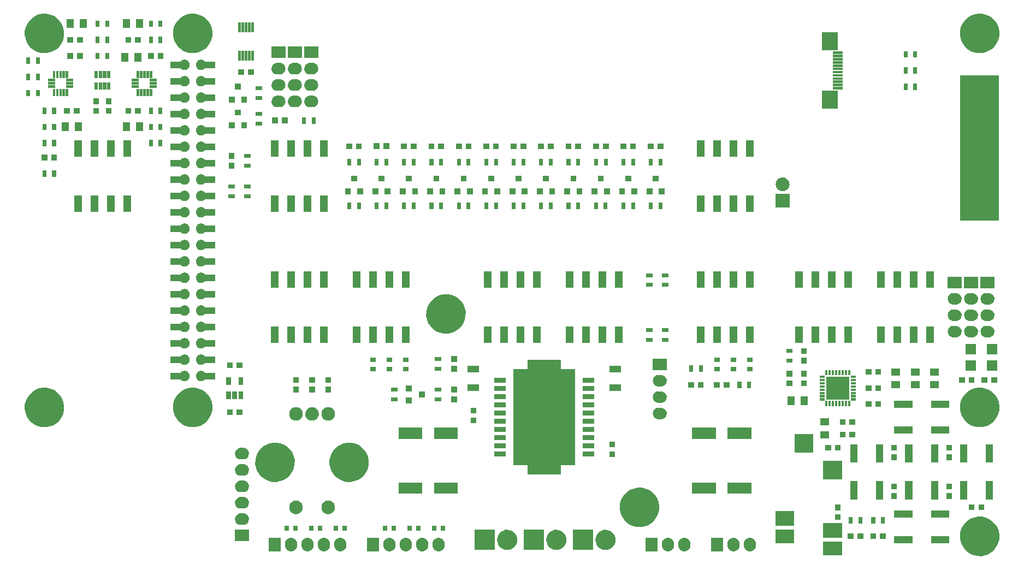
<source format=gts>
G04 #@! TF.FileFunction,Soldermask,Top*
%FSLAX46Y46*%
G04 Gerber Fmt 4.6, Leading zero omitted, Abs format (unit mm)*
G04 Created by KiCad (PCBNEW 4.0.0-stable) date Sunday, July 24, 2016 'PMt' 08:08:20 PM*
%MOMM*%
G01*
G04 APERTURE LIST*
%ADD10C,0.100000*%
G04 APERTURE END LIST*
D10*
G36*
X148820457Y6548970D02*
X149406573Y6428658D01*
X149958152Y6196795D01*
X150454195Y5862210D01*
X150875796Y5437655D01*
X151206909Y4939290D01*
X151434916Y4386104D01*
X151551080Y3799430D01*
X151551080Y3799419D01*
X151551130Y3799166D01*
X151541588Y3115758D01*
X151541530Y3115503D01*
X151541530Y3115493D01*
X151409031Y2532297D01*
X151165666Y1985690D01*
X150820769Y1496766D01*
X150387474Y1084145D01*
X149882282Y763541D01*
X149324445Y547171D01*
X148735205Y443272D01*
X148136999Y455802D01*
X147552626Y584286D01*
X147004336Y823827D01*
X146513019Y1165301D01*
X146097382Y1595706D01*
X145773257Y2098648D01*
X145552999Y2654957D01*
X145444988Y3243467D01*
X145453341Y3841735D01*
X145577742Y4426995D01*
X145813452Y4976945D01*
X146151489Y5470636D01*
X146578981Y5889268D01*
X147079640Y6216890D01*
X147634409Y6441031D01*
X148222142Y6553147D01*
X148820457Y6548970D01*
X148820457Y6548970D01*
G37*
G36*
X127151000Y549000D02*
X124249000Y549000D01*
X124249000Y2651000D01*
X127151000Y2651000D01*
X127151000Y549000D01*
X127151000Y549000D01*
G37*
G36*
X57168868Y3283488D02*
X57168873Y3283486D01*
X57168906Y3283483D01*
X57339422Y3230699D01*
X57496438Y3145801D01*
X57633973Y3032021D01*
X57746790Y2893695D01*
X57830590Y2736090D01*
X57882182Y2565210D01*
X57899600Y2387563D01*
X57899600Y2072437D01*
X57899511Y2059667D01*
X57879614Y1882281D01*
X57825641Y1712138D01*
X57739649Y1555718D01*
X57624912Y1418980D01*
X57485801Y1307132D01*
X57327615Y1224435D01*
X57156379Y1174037D01*
X57156348Y1174034D01*
X57156344Y1174033D01*
X56978613Y1157858D01*
X56801132Y1176512D01*
X56801127Y1176514D01*
X56801094Y1176517D01*
X56630578Y1229301D01*
X56473562Y1314199D01*
X56336027Y1427979D01*
X56223210Y1566305D01*
X56139410Y1723910D01*
X56087818Y1894790D01*
X56070400Y2072437D01*
X56070400Y2387563D01*
X56070489Y2400333D01*
X56090386Y2577719D01*
X56144359Y2747862D01*
X56230351Y2904282D01*
X56345088Y3041020D01*
X56484199Y3152868D01*
X56642385Y3235565D01*
X56813621Y3285963D01*
X56813652Y3285966D01*
X56813656Y3285967D01*
X56991387Y3302142D01*
X57168868Y3283488D01*
X57168868Y3283488D01*
G37*
G36*
X49548868Y3283488D02*
X49548873Y3283486D01*
X49548906Y3283483D01*
X49719422Y3230699D01*
X49876438Y3145801D01*
X50013973Y3032021D01*
X50126790Y2893695D01*
X50210590Y2736090D01*
X50262182Y2565210D01*
X50279600Y2387563D01*
X50279600Y2072437D01*
X50279511Y2059667D01*
X50259614Y1882281D01*
X50205641Y1712138D01*
X50119649Y1555718D01*
X50004912Y1418980D01*
X49865801Y1307132D01*
X49707615Y1224435D01*
X49536379Y1174037D01*
X49536348Y1174034D01*
X49536344Y1174033D01*
X49358613Y1157858D01*
X49181132Y1176512D01*
X49181127Y1176514D01*
X49181094Y1176517D01*
X49010578Y1229301D01*
X48853562Y1314199D01*
X48716027Y1427979D01*
X48603210Y1566305D01*
X48519410Y1723910D01*
X48467818Y1894790D01*
X48450400Y2072437D01*
X48450400Y2387563D01*
X48450489Y2400333D01*
X48470386Y2577719D01*
X48524359Y2747862D01*
X48610351Y2904282D01*
X48725088Y3041020D01*
X48864199Y3152868D01*
X49022385Y3235565D01*
X49193621Y3285963D01*
X49193652Y3285966D01*
X49193656Y3285967D01*
X49371387Y3302142D01*
X49548868Y3283488D01*
X49548868Y3283488D01*
G37*
G36*
X59708868Y3283488D02*
X59708873Y3283486D01*
X59708906Y3283483D01*
X59879422Y3230699D01*
X60036438Y3145801D01*
X60173973Y3032021D01*
X60286790Y2893695D01*
X60370590Y2736090D01*
X60422182Y2565210D01*
X60439600Y2387563D01*
X60439600Y2072437D01*
X60439511Y2059667D01*
X60419614Y1882281D01*
X60365641Y1712138D01*
X60279649Y1555718D01*
X60164912Y1418980D01*
X60025801Y1307132D01*
X59867615Y1224435D01*
X59696379Y1174037D01*
X59696348Y1174034D01*
X59696344Y1174033D01*
X59518613Y1157858D01*
X59341132Y1176512D01*
X59341127Y1176514D01*
X59341094Y1176517D01*
X59170578Y1229301D01*
X59013562Y1314199D01*
X58876027Y1427979D01*
X58763210Y1566305D01*
X58679410Y1723910D01*
X58627818Y1894790D01*
X58610400Y2072437D01*
X58610400Y2387563D01*
X58610489Y2400333D01*
X58630386Y2577719D01*
X58684359Y2747862D01*
X58770351Y2904282D01*
X58885088Y3041020D01*
X59024199Y3152868D01*
X59182385Y3235565D01*
X59353621Y3285963D01*
X59353652Y3285966D01*
X59353656Y3285967D01*
X59531387Y3302142D01*
X59708868Y3283488D01*
X59708868Y3283488D01*
G37*
G36*
X62248868Y3283488D02*
X62248873Y3283486D01*
X62248906Y3283483D01*
X62419422Y3230699D01*
X62576438Y3145801D01*
X62713973Y3032021D01*
X62826790Y2893695D01*
X62910590Y2736090D01*
X62962182Y2565210D01*
X62979600Y2387563D01*
X62979600Y2072437D01*
X62979511Y2059667D01*
X62959614Y1882281D01*
X62905641Y1712138D01*
X62819649Y1555718D01*
X62704912Y1418980D01*
X62565801Y1307132D01*
X62407615Y1224435D01*
X62236379Y1174037D01*
X62236348Y1174034D01*
X62236344Y1174033D01*
X62058613Y1157858D01*
X61881132Y1176512D01*
X61881127Y1176514D01*
X61881094Y1176517D01*
X61710578Y1229301D01*
X61553562Y1314199D01*
X61416027Y1427979D01*
X61303210Y1566305D01*
X61219410Y1723910D01*
X61167818Y1894790D01*
X61150400Y2072437D01*
X61150400Y2387563D01*
X61150489Y2400333D01*
X61170386Y2577719D01*
X61224359Y2747862D01*
X61310351Y2904282D01*
X61425088Y3041020D01*
X61564199Y3152868D01*
X61722385Y3235565D01*
X61893621Y3285963D01*
X61893652Y3285966D01*
X61893656Y3285967D01*
X62071387Y3302142D01*
X62248868Y3283488D01*
X62248868Y3283488D01*
G37*
G36*
X47008868Y3283488D02*
X47008873Y3283486D01*
X47008906Y3283483D01*
X47179422Y3230699D01*
X47336438Y3145801D01*
X47473973Y3032021D01*
X47586790Y2893695D01*
X47670590Y2736090D01*
X47722182Y2565210D01*
X47739600Y2387563D01*
X47739600Y2072437D01*
X47739511Y2059667D01*
X47719614Y1882281D01*
X47665641Y1712138D01*
X47579649Y1555718D01*
X47464912Y1418980D01*
X47325801Y1307132D01*
X47167615Y1224435D01*
X46996379Y1174037D01*
X46996348Y1174034D01*
X46996344Y1174033D01*
X46818613Y1157858D01*
X46641132Y1176512D01*
X46641127Y1176514D01*
X46641094Y1176517D01*
X46470578Y1229301D01*
X46313562Y1314199D01*
X46176027Y1427979D01*
X46063210Y1566305D01*
X45979410Y1723910D01*
X45927818Y1894790D01*
X45910400Y2072437D01*
X45910400Y2387563D01*
X45910489Y2400333D01*
X45930386Y2577719D01*
X45984359Y2747862D01*
X46070351Y2904282D01*
X46185088Y3041020D01*
X46324199Y3152868D01*
X46482385Y3235565D01*
X46653621Y3285963D01*
X46653652Y3285966D01*
X46653656Y3285967D01*
X46831387Y3302142D01*
X47008868Y3283488D01*
X47008868Y3283488D01*
G37*
G36*
X44468868Y3283488D02*
X44468873Y3283486D01*
X44468906Y3283483D01*
X44639422Y3230699D01*
X44796438Y3145801D01*
X44933973Y3032021D01*
X45046790Y2893695D01*
X45130590Y2736090D01*
X45182182Y2565210D01*
X45199600Y2387563D01*
X45199600Y2072437D01*
X45199511Y2059667D01*
X45179614Y1882281D01*
X45125641Y1712138D01*
X45039649Y1555718D01*
X44924912Y1418980D01*
X44785801Y1307132D01*
X44627615Y1224435D01*
X44456379Y1174037D01*
X44456348Y1174034D01*
X44456344Y1174033D01*
X44278613Y1157858D01*
X44101132Y1176512D01*
X44101127Y1176514D01*
X44101094Y1176517D01*
X43930578Y1229301D01*
X43773562Y1314199D01*
X43636027Y1427979D01*
X43523210Y1566305D01*
X43439410Y1723910D01*
X43387818Y1894790D01*
X43370400Y2072437D01*
X43370400Y2387563D01*
X43370489Y2400333D01*
X43390386Y2577719D01*
X43444359Y2747862D01*
X43530351Y2904282D01*
X43645088Y3041020D01*
X43784199Y3152868D01*
X43942385Y3235565D01*
X44113621Y3285963D01*
X44113652Y3285966D01*
X44113656Y3285967D01*
X44291387Y3302142D01*
X44468868Y3283488D01*
X44468868Y3283488D01*
G37*
G36*
X41928868Y3283488D02*
X41928873Y3283486D01*
X41928906Y3283483D01*
X42099422Y3230699D01*
X42256438Y3145801D01*
X42393973Y3032021D01*
X42506790Y2893695D01*
X42590590Y2736090D01*
X42642182Y2565210D01*
X42659600Y2387563D01*
X42659600Y2072437D01*
X42659511Y2059667D01*
X42639614Y1882281D01*
X42585641Y1712138D01*
X42499649Y1555718D01*
X42384912Y1418980D01*
X42245801Y1307132D01*
X42087615Y1224435D01*
X41916379Y1174037D01*
X41916348Y1174034D01*
X41916344Y1174033D01*
X41738613Y1157858D01*
X41561132Y1176512D01*
X41561127Y1176514D01*
X41561094Y1176517D01*
X41390578Y1229301D01*
X41233562Y1314199D01*
X41096027Y1427979D01*
X40983210Y1566305D01*
X40899410Y1723910D01*
X40847818Y1894790D01*
X40830400Y2072437D01*
X40830400Y2387563D01*
X40830489Y2400333D01*
X40850386Y2577719D01*
X40904359Y2747862D01*
X40990351Y2904282D01*
X41105088Y3041020D01*
X41244199Y3152868D01*
X41402385Y3235565D01*
X41573621Y3285963D01*
X41573652Y3285966D01*
X41573656Y3285967D01*
X41751387Y3302142D01*
X41928868Y3283488D01*
X41928868Y3283488D01*
G37*
G36*
X64788868Y3283488D02*
X64788873Y3283486D01*
X64788906Y3283483D01*
X64959422Y3230699D01*
X65116438Y3145801D01*
X65253973Y3032021D01*
X65366790Y2893695D01*
X65450590Y2736090D01*
X65502182Y2565210D01*
X65519600Y2387563D01*
X65519600Y2072437D01*
X65519511Y2059667D01*
X65499614Y1882281D01*
X65445641Y1712138D01*
X65359649Y1555718D01*
X65244912Y1418980D01*
X65105801Y1307132D01*
X64947615Y1224435D01*
X64776379Y1174037D01*
X64776348Y1174034D01*
X64776344Y1174033D01*
X64598613Y1157858D01*
X64421132Y1176512D01*
X64421127Y1176514D01*
X64421094Y1176517D01*
X64250578Y1229301D01*
X64093562Y1314199D01*
X63956027Y1427979D01*
X63843210Y1566305D01*
X63759410Y1723910D01*
X63707818Y1894790D01*
X63690400Y2072437D01*
X63690400Y2387563D01*
X63690489Y2400333D01*
X63710386Y2577719D01*
X63764359Y2747862D01*
X63850351Y2904282D01*
X63965088Y3041020D01*
X64104199Y3152868D01*
X64262385Y3235565D01*
X64433621Y3285963D01*
X64433652Y3285966D01*
X64433656Y3285967D01*
X64611387Y3302142D01*
X64788868Y3283488D01*
X64788868Y3283488D01*
G37*
G36*
X100348868Y3283488D02*
X100348873Y3283486D01*
X100348906Y3283483D01*
X100519422Y3230699D01*
X100676438Y3145801D01*
X100813973Y3032021D01*
X100926790Y2893695D01*
X101010590Y2736090D01*
X101062182Y2565210D01*
X101079600Y2387563D01*
X101079600Y2072437D01*
X101079511Y2059667D01*
X101059614Y1882281D01*
X101005641Y1712138D01*
X100919649Y1555718D01*
X100804912Y1418980D01*
X100665801Y1307132D01*
X100507615Y1224435D01*
X100336379Y1174037D01*
X100336348Y1174034D01*
X100336344Y1174033D01*
X100158613Y1157858D01*
X99981132Y1176512D01*
X99981127Y1176514D01*
X99981094Y1176517D01*
X99810578Y1229301D01*
X99653562Y1314199D01*
X99516027Y1427979D01*
X99403210Y1566305D01*
X99319410Y1723910D01*
X99267818Y1894790D01*
X99250400Y2072437D01*
X99250400Y2387563D01*
X99250489Y2400333D01*
X99270386Y2577719D01*
X99324359Y2747862D01*
X99410351Y2904282D01*
X99525088Y3041020D01*
X99664199Y3152868D01*
X99822385Y3235565D01*
X99993621Y3285963D01*
X99993652Y3285966D01*
X99993656Y3285967D01*
X100171387Y3302142D01*
X100348868Y3283488D01*
X100348868Y3283488D01*
G37*
G36*
X102888868Y3283488D02*
X102888873Y3283486D01*
X102888906Y3283483D01*
X103059422Y3230699D01*
X103216438Y3145801D01*
X103353973Y3032021D01*
X103466790Y2893695D01*
X103550590Y2736090D01*
X103602182Y2565210D01*
X103619600Y2387563D01*
X103619600Y2072437D01*
X103619511Y2059667D01*
X103599614Y1882281D01*
X103545641Y1712138D01*
X103459649Y1555718D01*
X103344912Y1418980D01*
X103205801Y1307132D01*
X103047615Y1224435D01*
X102876379Y1174037D01*
X102876348Y1174034D01*
X102876344Y1174033D01*
X102698613Y1157858D01*
X102521132Y1176512D01*
X102521127Y1176514D01*
X102521094Y1176517D01*
X102350578Y1229301D01*
X102193562Y1314199D01*
X102056027Y1427979D01*
X101943210Y1566305D01*
X101859410Y1723910D01*
X101807818Y1894790D01*
X101790400Y2072437D01*
X101790400Y2387563D01*
X101790489Y2400333D01*
X101810386Y2577719D01*
X101864359Y2747862D01*
X101950351Y2904282D01*
X102065088Y3041020D01*
X102204199Y3152868D01*
X102362385Y3235565D01*
X102533621Y3285963D01*
X102533652Y3285966D01*
X102533656Y3285967D01*
X102711387Y3302142D01*
X102888868Y3283488D01*
X102888868Y3283488D01*
G37*
G36*
X110508868Y3283488D02*
X110508873Y3283486D01*
X110508906Y3283483D01*
X110679422Y3230699D01*
X110836438Y3145801D01*
X110973973Y3032021D01*
X111086790Y2893695D01*
X111170590Y2736090D01*
X111222182Y2565210D01*
X111239600Y2387563D01*
X111239600Y2072437D01*
X111239511Y2059667D01*
X111219614Y1882281D01*
X111165641Y1712138D01*
X111079649Y1555718D01*
X110964912Y1418980D01*
X110825801Y1307132D01*
X110667615Y1224435D01*
X110496379Y1174037D01*
X110496348Y1174034D01*
X110496344Y1174033D01*
X110318613Y1157858D01*
X110141132Y1176512D01*
X110141127Y1176514D01*
X110141094Y1176517D01*
X109970578Y1229301D01*
X109813562Y1314199D01*
X109676027Y1427979D01*
X109563210Y1566305D01*
X109479410Y1723910D01*
X109427818Y1894790D01*
X109410400Y2072437D01*
X109410400Y2387563D01*
X109410489Y2400333D01*
X109430386Y2577719D01*
X109484359Y2747862D01*
X109570351Y2904282D01*
X109685088Y3041020D01*
X109824199Y3152868D01*
X109982385Y3235565D01*
X110153621Y3285963D01*
X110153652Y3285966D01*
X110153656Y3285967D01*
X110331387Y3302142D01*
X110508868Y3283488D01*
X110508868Y3283488D01*
G37*
G36*
X113048868Y3283488D02*
X113048873Y3283486D01*
X113048906Y3283483D01*
X113219422Y3230699D01*
X113376438Y3145801D01*
X113513973Y3032021D01*
X113626790Y2893695D01*
X113710590Y2736090D01*
X113762182Y2565210D01*
X113779600Y2387563D01*
X113779600Y2072437D01*
X113779511Y2059667D01*
X113759614Y1882281D01*
X113705641Y1712138D01*
X113619649Y1555718D01*
X113504912Y1418980D01*
X113365801Y1307132D01*
X113207615Y1224435D01*
X113036379Y1174037D01*
X113036348Y1174034D01*
X113036344Y1174033D01*
X112858613Y1157858D01*
X112681132Y1176512D01*
X112681127Y1176514D01*
X112681094Y1176517D01*
X112510578Y1229301D01*
X112353562Y1314199D01*
X112216027Y1427979D01*
X112103210Y1566305D01*
X112019410Y1723910D01*
X111967818Y1894790D01*
X111950400Y2072437D01*
X111950400Y2387563D01*
X111950489Y2400333D01*
X111970386Y2577719D01*
X112024359Y2747862D01*
X112110351Y2904282D01*
X112225088Y3041020D01*
X112364199Y3152868D01*
X112522385Y3235565D01*
X112693621Y3285963D01*
X112693652Y3285966D01*
X112693656Y3285967D01*
X112871387Y3302142D01*
X113048868Y3283488D01*
X113048868Y3283488D01*
G37*
G36*
X55359600Y1163000D02*
X53530400Y1163000D01*
X53530400Y3297000D01*
X55359600Y3297000D01*
X55359600Y1163000D01*
X55359600Y1163000D01*
G37*
G36*
X40119600Y1163000D02*
X38290400Y1163000D01*
X38290400Y3297000D01*
X40119600Y3297000D01*
X40119600Y1163000D01*
X40119600Y1163000D01*
G37*
G36*
X108699600Y1163000D02*
X106870400Y1163000D01*
X106870400Y3297000D01*
X108699600Y3297000D01*
X108699600Y1163000D01*
X108699600Y1163000D01*
G37*
G36*
X98539600Y1163000D02*
X96710400Y1163000D01*
X96710400Y3297000D01*
X98539600Y3297000D01*
X98539600Y1163000D01*
X98539600Y1163000D01*
G37*
G36*
X75556834Y4506832D02*
X75556844Y4506829D01*
X75556872Y4506826D01*
X75846037Y4417315D01*
X76112308Y4273342D01*
X76345544Y4080393D01*
X76536861Y3845815D01*
X76678971Y3578545D01*
X76766461Y3288762D01*
X76796000Y2987505D01*
X76796000Y2972495D01*
X76795849Y2950840D01*
X76762107Y2650024D01*
X76670579Y2361491D01*
X76524751Y2096231D01*
X76330178Y1864348D01*
X76094271Y1674674D01*
X75826015Y1534433D01*
X75535628Y1448967D01*
X75535598Y1448964D01*
X75535594Y1448963D01*
X75234170Y1421532D01*
X74933166Y1453168D01*
X74933156Y1453171D01*
X74933128Y1453174D01*
X74643963Y1542685D01*
X74377692Y1686658D01*
X74144456Y1879607D01*
X73953139Y2114185D01*
X73811029Y2381455D01*
X73723539Y2671238D01*
X73694000Y2972495D01*
X73694000Y2987505D01*
X73694151Y3009160D01*
X73727893Y3309976D01*
X73819421Y3598509D01*
X73965249Y3863769D01*
X74159822Y4095652D01*
X74395729Y4285326D01*
X74663985Y4425567D01*
X74954372Y4511033D01*
X74954402Y4511036D01*
X74954406Y4511037D01*
X75255830Y4538468D01*
X75556834Y4506832D01*
X75556834Y4506832D01*
G37*
G36*
X83176834Y4506832D02*
X83176844Y4506829D01*
X83176872Y4506826D01*
X83466037Y4417315D01*
X83732308Y4273342D01*
X83965544Y4080393D01*
X84156861Y3845815D01*
X84298971Y3578545D01*
X84386461Y3288762D01*
X84416000Y2987505D01*
X84416000Y2972495D01*
X84415849Y2950840D01*
X84382107Y2650024D01*
X84290579Y2361491D01*
X84144751Y2096231D01*
X83950178Y1864348D01*
X83714271Y1674674D01*
X83446015Y1534433D01*
X83155628Y1448967D01*
X83155598Y1448964D01*
X83155594Y1448963D01*
X82854170Y1421532D01*
X82553166Y1453168D01*
X82553156Y1453171D01*
X82553128Y1453174D01*
X82263963Y1542685D01*
X81997692Y1686658D01*
X81764456Y1879607D01*
X81573139Y2114185D01*
X81431029Y2381455D01*
X81343539Y2671238D01*
X81314000Y2972495D01*
X81314000Y2987505D01*
X81314151Y3009160D01*
X81347893Y3309976D01*
X81439421Y3598509D01*
X81585249Y3863769D01*
X81779822Y4095652D01*
X82015729Y4285326D01*
X82283985Y4425567D01*
X82574372Y4511033D01*
X82574402Y4511036D01*
X82574406Y4511037D01*
X82875830Y4538468D01*
X83176834Y4506832D01*
X83176834Y4506832D01*
G37*
G36*
X90796834Y4506832D02*
X90796844Y4506829D01*
X90796872Y4506826D01*
X91086037Y4417315D01*
X91352308Y4273342D01*
X91585544Y4080393D01*
X91776861Y3845815D01*
X91918971Y3578545D01*
X92006461Y3288762D01*
X92036000Y2987505D01*
X92036000Y2972495D01*
X92035849Y2950840D01*
X92002107Y2650024D01*
X91910579Y2361491D01*
X91764751Y2096231D01*
X91570178Y1864348D01*
X91334271Y1674674D01*
X91066015Y1534433D01*
X90775628Y1448967D01*
X90775598Y1448964D01*
X90775594Y1448963D01*
X90474170Y1421532D01*
X90173166Y1453168D01*
X90173156Y1453171D01*
X90173128Y1453174D01*
X89883963Y1542685D01*
X89617692Y1686658D01*
X89384456Y1879607D01*
X89193139Y2114185D01*
X89051029Y2381455D01*
X88963539Y2671238D01*
X88934000Y2972495D01*
X88934000Y2987505D01*
X88934151Y3009160D01*
X88967893Y3309976D01*
X89059421Y3598509D01*
X89205249Y3863769D01*
X89399822Y4095652D01*
X89635729Y4285326D01*
X89903985Y4425567D01*
X90194372Y4511033D01*
X90194402Y4511036D01*
X90194406Y4511037D01*
X90495830Y4538468D01*
X90796834Y4506832D01*
X90796834Y4506832D01*
G37*
G36*
X73296000Y1429000D02*
X70194000Y1429000D01*
X70194000Y4531000D01*
X73296000Y4531000D01*
X73296000Y1429000D01*
X73296000Y1429000D01*
G37*
G36*
X88536000Y1429000D02*
X85434000Y1429000D01*
X85434000Y4531000D01*
X88536000Y4531000D01*
X88536000Y1429000D01*
X88536000Y1429000D01*
G37*
G36*
X80916000Y1429000D02*
X77814000Y1429000D01*
X77814000Y4531000D01*
X80916000Y4531000D01*
X80916000Y1429000D01*
X80916000Y1429000D01*
G37*
G36*
X143801000Y2449000D02*
X140949000Y2449000D01*
X140949000Y3551000D01*
X143801000Y3551000D01*
X143801000Y2449000D01*
X143801000Y2449000D01*
G37*
G36*
X138051000Y2449000D02*
X135199000Y2449000D01*
X135199000Y3551000D01*
X138051000Y3551000D01*
X138051000Y2449000D01*
X138051000Y2449000D01*
G37*
G36*
X119751000Y2449000D02*
X116849000Y2449000D01*
X116849000Y4551000D01*
X119751000Y4551000D01*
X119751000Y2449000D01*
X119751000Y2449000D01*
G37*
G36*
X35192000Y2735400D02*
X33058000Y2735400D01*
X33058000Y4564600D01*
X35192000Y4564600D01*
X35192000Y2735400D01*
X35192000Y2735400D01*
G37*
G36*
X133951000Y3074000D02*
X133049000Y3074000D01*
X133049000Y3926000D01*
X133951000Y3926000D01*
X133951000Y3074000D01*
X133951000Y3074000D01*
G37*
G36*
X132451000Y3074000D02*
X131549000Y3074000D01*
X131549000Y3926000D01*
X132451000Y3926000D01*
X132451000Y3074000D01*
X132451000Y3074000D01*
G37*
G36*
X130451000Y3074000D02*
X129549000Y3074000D01*
X129549000Y3926000D01*
X130451000Y3926000D01*
X130451000Y3074000D01*
X130451000Y3074000D01*
G37*
G36*
X128951000Y3074000D02*
X128049000Y3074000D01*
X128049000Y3926000D01*
X128951000Y3926000D01*
X128951000Y3074000D01*
X128951000Y3074000D01*
G37*
G36*
X127151000Y3249000D02*
X124249000Y3249000D01*
X124249000Y5551000D01*
X127151000Y5551000D01*
X127151000Y3249000D01*
X127151000Y3249000D01*
G37*
G36*
X41396000Y4369000D02*
X40694000Y4369000D01*
X40694000Y5171000D01*
X41396000Y5171000D01*
X41396000Y4369000D01*
X41396000Y4369000D01*
G37*
G36*
X42796000Y4369000D02*
X42094000Y4369000D01*
X42094000Y5171000D01*
X42796000Y5171000D01*
X42796000Y4369000D01*
X42796000Y4369000D01*
G37*
G36*
X45206000Y4369000D02*
X44504000Y4369000D01*
X44504000Y5171000D01*
X45206000Y5171000D01*
X45206000Y4369000D01*
X45206000Y4369000D01*
G37*
G36*
X46606000Y4369000D02*
X45904000Y4369000D01*
X45904000Y5171000D01*
X46606000Y5171000D01*
X46606000Y4369000D01*
X46606000Y4369000D01*
G37*
G36*
X49016000Y4369000D02*
X48314000Y4369000D01*
X48314000Y5171000D01*
X49016000Y5171000D01*
X49016000Y4369000D01*
X49016000Y4369000D01*
G37*
G36*
X50416000Y4369000D02*
X49714000Y4369000D01*
X49714000Y5171000D01*
X50416000Y5171000D01*
X50416000Y4369000D01*
X50416000Y4369000D01*
G37*
G36*
X56636000Y4369000D02*
X55934000Y4369000D01*
X55934000Y5171000D01*
X56636000Y5171000D01*
X56636000Y4369000D01*
X56636000Y4369000D01*
G37*
G36*
X58036000Y4369000D02*
X57334000Y4369000D01*
X57334000Y5171000D01*
X58036000Y5171000D01*
X58036000Y4369000D01*
X58036000Y4369000D01*
G37*
G36*
X60446000Y4369000D02*
X59744000Y4369000D01*
X59744000Y5171000D01*
X60446000Y5171000D01*
X60446000Y4369000D01*
X60446000Y4369000D01*
G37*
G36*
X61846000Y4369000D02*
X61144000Y4369000D01*
X61144000Y5171000D01*
X61846000Y5171000D01*
X61846000Y4369000D01*
X61846000Y4369000D01*
G37*
G36*
X64256000Y4369000D02*
X63554000Y4369000D01*
X63554000Y5171000D01*
X64256000Y5171000D01*
X64256000Y4369000D01*
X64256000Y4369000D01*
G37*
G36*
X65656000Y4369000D02*
X64954000Y4369000D01*
X64954000Y5171000D01*
X65656000Y5171000D01*
X65656000Y4369000D01*
X65656000Y4369000D01*
G37*
G36*
X96070457Y11048970D02*
X96656573Y10928658D01*
X97208152Y10696795D01*
X97704195Y10362210D01*
X98125796Y9937655D01*
X98456909Y9439290D01*
X98684916Y8886104D01*
X98801080Y8299430D01*
X98801080Y8299419D01*
X98801130Y8299166D01*
X98791588Y7615758D01*
X98791530Y7615503D01*
X98791530Y7615493D01*
X98659031Y7032297D01*
X98415666Y6485690D01*
X98070769Y5996766D01*
X97637474Y5584145D01*
X97132282Y5263541D01*
X96574445Y5047171D01*
X95985205Y4943272D01*
X95386999Y4955802D01*
X94802626Y5084286D01*
X94254336Y5323827D01*
X93763019Y5665301D01*
X93347382Y6095706D01*
X93023257Y6598648D01*
X92802999Y7154957D01*
X92694988Y7743467D01*
X92703341Y8341735D01*
X92827742Y8926995D01*
X93063452Y9476945D01*
X93401489Y9970636D01*
X93828981Y10389268D01*
X94329640Y10716890D01*
X94884409Y10941031D01*
X95472142Y11053147D01*
X96070457Y11048970D01*
X96070457Y11048970D01*
G37*
G36*
X119751000Y5149000D02*
X116849000Y5149000D01*
X116849000Y7451000D01*
X119751000Y7451000D01*
X119751000Y5149000D01*
X119751000Y5149000D01*
G37*
G36*
X34293769Y7104522D02*
X34293770Y7104522D01*
X34295333Y7104511D01*
X34472719Y7084614D01*
X34642862Y7030641D01*
X34799282Y6944649D01*
X34936020Y6829912D01*
X35047868Y6690801D01*
X35130565Y6532615D01*
X35180963Y6361379D01*
X35180966Y6361348D01*
X35180967Y6361344D01*
X35197142Y6183613D01*
X35178488Y6006132D01*
X35178486Y6006127D01*
X35178483Y6006094D01*
X35125699Y5835578D01*
X35040801Y5678562D01*
X34927021Y5541027D01*
X34788695Y5428210D01*
X34631090Y5344410D01*
X34460210Y5292818D01*
X34282563Y5275400D01*
X33967377Y5275400D01*
X33956231Y5275478D01*
X33956230Y5275478D01*
X33954667Y5275489D01*
X33777281Y5295386D01*
X33607138Y5349359D01*
X33450718Y5435351D01*
X33313980Y5550088D01*
X33202132Y5689199D01*
X33119435Y5847385D01*
X33069037Y6018621D01*
X33069034Y6018652D01*
X33069033Y6018656D01*
X33052858Y6196387D01*
X33071512Y6373868D01*
X33071514Y6373873D01*
X33071517Y6373906D01*
X33124301Y6544422D01*
X33209199Y6701438D01*
X33322979Y6838973D01*
X33461305Y6951790D01*
X33618910Y7035590D01*
X33789790Y7087182D01*
X33967437Y7104600D01*
X34282623Y7104600D01*
X34293769Y7104522D01*
X34293769Y7104522D01*
G37*
G36*
X132301000Y5499000D02*
X131699000Y5499000D01*
X131699000Y6501000D01*
X132301000Y6501000D01*
X132301000Y5499000D01*
X132301000Y5499000D01*
G37*
G36*
X133801000Y5499000D02*
X133199000Y5499000D01*
X133199000Y6501000D01*
X133801000Y6501000D01*
X133801000Y5499000D01*
X133801000Y5499000D01*
G37*
G36*
X130301000Y5499000D02*
X129699000Y5499000D01*
X129699000Y6501000D01*
X130301000Y6501000D01*
X130301000Y5499000D01*
X130301000Y5499000D01*
G37*
G36*
X128801000Y5499000D02*
X128199000Y5499000D01*
X128199000Y6501000D01*
X128801000Y6501000D01*
X128801000Y5499000D01*
X128801000Y5499000D01*
G37*
G36*
X126926000Y6049000D02*
X126074000Y6049000D01*
X126074000Y6951000D01*
X126926000Y6951000D01*
X126926000Y6049000D01*
X126926000Y6049000D01*
G37*
G36*
X138051000Y6449000D02*
X135199000Y6449000D01*
X135199000Y7551000D01*
X138051000Y7551000D01*
X138051000Y6449000D01*
X138051000Y6449000D01*
G37*
G36*
X143801000Y6449000D02*
X140949000Y6449000D01*
X140949000Y7551000D01*
X143801000Y7551000D01*
X143801000Y6449000D01*
X143801000Y6449000D01*
G37*
G36*
X47610389Y9050302D02*
X47812295Y9008857D01*
X48002301Y8928986D01*
X48173178Y8813727D01*
X48318407Y8667481D01*
X48432470Y8495802D01*
X48511013Y8305244D01*
X48550994Y8103320D01*
X48550994Y8103314D01*
X48551045Y8103056D01*
X48547757Y7867637D01*
X48547700Y7867387D01*
X48547700Y7867373D01*
X48502097Y7666649D01*
X48418262Y7478353D01*
X48299453Y7309930D01*
X48150193Y7167792D01*
X47976163Y7057349D01*
X47784005Y6982817D01*
X47581025Y6947026D01*
X47374953Y6951342D01*
X47173650Y6995602D01*
X46984776Y7078118D01*
X46815530Y7195747D01*
X46672352Y7344013D01*
X46560697Y7517267D01*
X46484825Y7708899D01*
X46447617Y7911633D01*
X46450494Y8117718D01*
X46493348Y8319329D01*
X46574545Y8508775D01*
X46690991Y8678841D01*
X46838253Y8823050D01*
X47010715Y8935907D01*
X47201824Y9013120D01*
X47404284Y9051741D01*
X47610389Y9050302D01*
X47610389Y9050302D01*
G37*
G36*
X42610389Y9050302D02*
X42812295Y9008857D01*
X43002301Y8928986D01*
X43173178Y8813727D01*
X43318407Y8667481D01*
X43432470Y8495802D01*
X43511013Y8305244D01*
X43550994Y8103320D01*
X43550994Y8103314D01*
X43551045Y8103056D01*
X43547757Y7867637D01*
X43547700Y7867387D01*
X43547700Y7867373D01*
X43502097Y7666649D01*
X43418262Y7478353D01*
X43299453Y7309930D01*
X43150193Y7167792D01*
X42976163Y7057349D01*
X42784005Y6982817D01*
X42581025Y6947026D01*
X42374953Y6951342D01*
X42173650Y6995602D01*
X41984776Y7078118D01*
X41815530Y7195747D01*
X41672352Y7344013D01*
X41560697Y7517267D01*
X41484825Y7708899D01*
X41447617Y7911633D01*
X41450494Y8117718D01*
X41493348Y8319329D01*
X41574545Y8508775D01*
X41690991Y8678841D01*
X41838253Y8823050D01*
X42010715Y8935907D01*
X42201824Y9013120D01*
X42404284Y9051741D01*
X42610389Y9050302D01*
X42610389Y9050302D01*
G37*
G36*
X126926000Y7549000D02*
X126074000Y7549000D01*
X126074000Y8451000D01*
X126926000Y8451000D01*
X126926000Y7549000D01*
X126926000Y7549000D01*
G37*
G36*
X149201000Y7574000D02*
X148299000Y7574000D01*
X148299000Y8426000D01*
X149201000Y8426000D01*
X149201000Y7574000D01*
X149201000Y7574000D01*
G37*
G36*
X147701000Y7574000D02*
X146799000Y7574000D01*
X146799000Y8426000D01*
X147701000Y8426000D01*
X147701000Y7574000D01*
X147701000Y7574000D01*
G37*
G36*
X34293769Y9644522D02*
X34293770Y9644522D01*
X34295333Y9644511D01*
X34472719Y9624614D01*
X34642862Y9570641D01*
X34799282Y9484649D01*
X34936020Y9369912D01*
X35047868Y9230801D01*
X35130565Y9072615D01*
X35180963Y8901379D01*
X35180966Y8901348D01*
X35180967Y8901344D01*
X35197142Y8723613D01*
X35178488Y8546132D01*
X35178486Y8546127D01*
X35178483Y8546094D01*
X35125699Y8375578D01*
X35040801Y8218562D01*
X34927021Y8081027D01*
X34788695Y7968210D01*
X34631090Y7884410D01*
X34460210Y7832818D01*
X34282563Y7815400D01*
X33967377Y7815400D01*
X33956231Y7815478D01*
X33956230Y7815478D01*
X33954667Y7815489D01*
X33777281Y7835386D01*
X33607138Y7889359D01*
X33450718Y7975351D01*
X33313980Y8090088D01*
X33202132Y8229199D01*
X33119435Y8387385D01*
X33069037Y8558621D01*
X33069034Y8558652D01*
X33069033Y8558656D01*
X33052858Y8736387D01*
X33071512Y8913868D01*
X33071514Y8913873D01*
X33071517Y8913906D01*
X33124301Y9084422D01*
X33209199Y9241438D01*
X33322979Y9378973D01*
X33461305Y9491790D01*
X33618910Y9575590D01*
X33789790Y9627182D01*
X33967437Y9644600D01*
X34282623Y9644600D01*
X34293769Y9644522D01*
X34293769Y9644522D01*
G37*
G36*
X150551000Y9199000D02*
X149449000Y9199000D01*
X149449000Y12051000D01*
X150551000Y12051000D01*
X150551000Y9199000D01*
X150551000Y9199000D01*
G37*
G36*
X146551000Y9199000D02*
X145449000Y9199000D01*
X145449000Y12051000D01*
X146551000Y12051000D01*
X146551000Y9199000D01*
X146551000Y9199000D01*
G37*
G36*
X129551000Y9199000D02*
X128449000Y9199000D01*
X128449000Y12051000D01*
X129551000Y12051000D01*
X129551000Y9199000D01*
X129551000Y9199000D01*
G37*
G36*
X138051000Y9199000D02*
X136949000Y9199000D01*
X136949000Y12051000D01*
X138051000Y12051000D01*
X138051000Y9199000D01*
X138051000Y9199000D01*
G37*
G36*
X133551000Y9199000D02*
X132449000Y9199000D01*
X132449000Y12051000D01*
X133551000Y12051000D01*
X133551000Y9199000D01*
X133551000Y9199000D01*
G37*
G36*
X142051000Y9199000D02*
X140949000Y9199000D01*
X140949000Y12051000D01*
X142051000Y12051000D01*
X142051000Y9199000D01*
X142051000Y9199000D01*
G37*
G36*
X144176000Y9299000D02*
X143324000Y9299000D01*
X143324000Y10201000D01*
X144176000Y10201000D01*
X144176000Y9299000D01*
X144176000Y9299000D01*
G37*
G36*
X135676000Y9299000D02*
X134824000Y9299000D01*
X134824000Y10201000D01*
X135676000Y10201000D01*
X135676000Y9299000D01*
X135676000Y9299000D01*
G37*
G36*
X113101410Y10148900D02*
X109400230Y10148900D01*
X109400230Y11851100D01*
X113101410Y11851100D01*
X113101410Y10148900D01*
X113101410Y10148900D01*
G37*
G36*
X107599770Y10148900D02*
X103898590Y10148900D01*
X103898590Y11851100D01*
X107599770Y11851100D01*
X107599770Y10148900D01*
X107599770Y10148900D01*
G37*
G36*
X62099770Y10148900D02*
X58398590Y10148900D01*
X58398590Y11851100D01*
X62099770Y11851100D01*
X62099770Y10148900D01*
X62099770Y10148900D01*
G37*
G36*
X67601410Y10148900D02*
X63900230Y10148900D01*
X63900230Y11851100D01*
X67601410Y11851100D01*
X67601410Y10148900D01*
X67601410Y10148900D01*
G37*
G36*
X34293769Y12184522D02*
X34293770Y12184522D01*
X34295333Y12184511D01*
X34472719Y12164614D01*
X34642862Y12110641D01*
X34799282Y12024649D01*
X34936020Y11909912D01*
X35047868Y11770801D01*
X35130565Y11612615D01*
X35180963Y11441379D01*
X35180966Y11441348D01*
X35180967Y11441344D01*
X35197142Y11263613D01*
X35178488Y11086132D01*
X35178486Y11086127D01*
X35178483Y11086094D01*
X35125699Y10915578D01*
X35040801Y10758562D01*
X34927021Y10621027D01*
X34788695Y10508210D01*
X34631090Y10424410D01*
X34460210Y10372818D01*
X34282563Y10355400D01*
X33967377Y10355400D01*
X33956231Y10355478D01*
X33956230Y10355478D01*
X33954667Y10355489D01*
X33777281Y10375386D01*
X33607138Y10429359D01*
X33450718Y10515351D01*
X33313980Y10630088D01*
X33202132Y10769199D01*
X33119435Y10927385D01*
X33069037Y11098621D01*
X33069034Y11098652D01*
X33069033Y11098656D01*
X33052858Y11276387D01*
X33071512Y11453868D01*
X33071514Y11453873D01*
X33071517Y11453906D01*
X33124301Y11624422D01*
X33209199Y11781438D01*
X33322979Y11918973D01*
X33461305Y12031790D01*
X33618910Y12115590D01*
X33789790Y12167182D01*
X33967437Y12184600D01*
X34282623Y12184600D01*
X34293769Y12184522D01*
X34293769Y12184522D01*
G37*
G36*
X144176000Y10799000D02*
X143324000Y10799000D01*
X143324000Y11701000D01*
X144176000Y11701000D01*
X144176000Y10799000D01*
X144176000Y10799000D01*
G37*
G36*
X135676000Y10799000D02*
X134824000Y10799000D01*
X134824000Y11701000D01*
X135676000Y11701000D01*
X135676000Y10799000D01*
X135676000Y10799000D01*
G37*
G36*
X51070457Y18048970D02*
X51656573Y17928658D01*
X52208152Y17696795D01*
X52704195Y17362210D01*
X53125796Y16937655D01*
X53456909Y16439290D01*
X53684916Y15886104D01*
X53801080Y15299430D01*
X53801080Y15299419D01*
X53801130Y15299166D01*
X53791588Y14615758D01*
X53791530Y14615503D01*
X53791530Y14615493D01*
X53659031Y14032297D01*
X53415666Y13485690D01*
X53070769Y12996766D01*
X52637474Y12584145D01*
X52132282Y12263541D01*
X51574445Y12047171D01*
X50985205Y11943272D01*
X50386999Y11955802D01*
X49802626Y12084286D01*
X49254336Y12323827D01*
X48763019Y12665301D01*
X48347382Y13095706D01*
X48023257Y13598648D01*
X47802999Y14154957D01*
X47694988Y14743467D01*
X47703341Y15341735D01*
X47827742Y15926995D01*
X48063452Y16476945D01*
X48401489Y16970636D01*
X48828981Y17389268D01*
X49329640Y17716890D01*
X49884409Y17941031D01*
X50472142Y18053147D01*
X51070457Y18048970D01*
X51070457Y18048970D01*
G37*
G36*
X39570457Y18048970D02*
X40156573Y17928658D01*
X40708152Y17696795D01*
X41204195Y17362210D01*
X41625796Y16937655D01*
X41956909Y16439290D01*
X42184916Y15886104D01*
X42301080Y15299430D01*
X42301080Y15299419D01*
X42301130Y15299166D01*
X42291588Y14615758D01*
X42291530Y14615503D01*
X42291530Y14615493D01*
X42159031Y14032297D01*
X41915666Y13485690D01*
X41570769Y12996766D01*
X41137474Y12584145D01*
X40632282Y12263541D01*
X40074445Y12047171D01*
X39485205Y11943272D01*
X38886999Y11955802D01*
X38302626Y12084286D01*
X37754336Y12323827D01*
X37263019Y12665301D01*
X36847382Y13095706D01*
X36523257Y13598648D01*
X36302999Y14154957D01*
X36194988Y14743467D01*
X36203341Y15341735D01*
X36327742Y15926995D01*
X36563452Y16476945D01*
X36901489Y16970636D01*
X37328981Y17389268D01*
X37829640Y17716890D01*
X38384409Y17941031D01*
X38972142Y18053147D01*
X39570457Y18048970D01*
X39570457Y18048970D01*
G37*
G36*
X127151000Y12349000D02*
X124249000Y12349000D01*
X124249000Y15251000D01*
X127151000Y15251000D01*
X127151000Y12349000D01*
X127151000Y12349000D01*
G37*
G36*
X34293769Y14724522D02*
X34293770Y14724522D01*
X34295333Y14724511D01*
X34472719Y14704614D01*
X34642862Y14650641D01*
X34799282Y14564649D01*
X34936020Y14449912D01*
X35047868Y14310801D01*
X35130565Y14152615D01*
X35180963Y13981379D01*
X35180966Y13981348D01*
X35180967Y13981344D01*
X35197142Y13803613D01*
X35178488Y13626132D01*
X35178486Y13626127D01*
X35178483Y13626094D01*
X35125699Y13455578D01*
X35040801Y13298562D01*
X34927021Y13161027D01*
X34788695Y13048210D01*
X34631090Y12964410D01*
X34460210Y12912818D01*
X34282563Y12895400D01*
X33967377Y12895400D01*
X33956231Y12895478D01*
X33956230Y12895478D01*
X33954667Y12895489D01*
X33777281Y12915386D01*
X33607138Y12969359D01*
X33450718Y13055351D01*
X33313980Y13170088D01*
X33202132Y13309199D01*
X33119435Y13467385D01*
X33069037Y13638621D01*
X33069034Y13638652D01*
X33069033Y13638656D01*
X33052858Y13816387D01*
X33071512Y13993868D01*
X33071514Y13993873D01*
X33071517Y13993906D01*
X33124301Y14164422D01*
X33209199Y14321438D01*
X33322979Y14458973D01*
X33461305Y14571790D01*
X33618910Y14655590D01*
X33789790Y14707182D01*
X33967437Y14724600D01*
X34282623Y14724600D01*
X34293769Y14724522D01*
X34293769Y14724522D01*
G37*
G36*
X83541000Y29489500D02*
X83542524Y29478774D01*
X83546976Y29468898D01*
X83554004Y29460652D01*
X83563050Y29454691D01*
X83573399Y29451487D01*
X83579500Y29451000D01*
X85741000Y29451000D01*
X85741000Y14549000D01*
X83579500Y14549000D01*
X83568774Y14547476D01*
X83558898Y14543024D01*
X83550652Y14535996D01*
X83544691Y14526950D01*
X83541487Y14516601D01*
X83541000Y14510500D01*
X83541000Y13099000D01*
X78439000Y13099000D01*
X78439000Y14510500D01*
X78437476Y14521226D01*
X78433024Y14531102D01*
X78425996Y14539348D01*
X78416950Y14545309D01*
X78406601Y14548513D01*
X78400500Y14549000D01*
X76239000Y14549000D01*
X76239000Y29451000D01*
X78400500Y29451000D01*
X78411226Y29452524D01*
X78421102Y29456976D01*
X78429348Y29464004D01*
X78435309Y29473050D01*
X78438513Y29483399D01*
X78439000Y29489500D01*
X78439000Y30901000D01*
X83541000Y30901000D01*
X83541000Y29489500D01*
X83541000Y29489500D01*
G37*
G36*
X133551000Y14949000D02*
X132449000Y14949000D01*
X132449000Y17801000D01*
X133551000Y17801000D01*
X133551000Y14949000D01*
X133551000Y14949000D01*
G37*
G36*
X129551000Y14949000D02*
X128449000Y14949000D01*
X128449000Y17801000D01*
X129551000Y17801000D01*
X129551000Y14949000D01*
X129551000Y14949000D01*
G37*
G36*
X138051000Y14949000D02*
X136949000Y14949000D01*
X136949000Y17801000D01*
X138051000Y17801000D01*
X138051000Y14949000D01*
X138051000Y14949000D01*
G37*
G36*
X142051000Y14949000D02*
X140949000Y14949000D01*
X140949000Y17801000D01*
X142051000Y17801000D01*
X142051000Y14949000D01*
X142051000Y14949000D01*
G37*
G36*
X150551000Y14949000D02*
X149449000Y14949000D01*
X149449000Y17801000D01*
X150551000Y17801000D01*
X150551000Y14949000D01*
X150551000Y14949000D01*
G37*
G36*
X146551000Y14949000D02*
X145449000Y14949000D01*
X145449000Y17801000D01*
X146551000Y17801000D01*
X146551000Y14949000D01*
X146551000Y14949000D01*
G37*
G36*
X144176000Y15299000D02*
X143324000Y15299000D01*
X143324000Y16201000D01*
X144176000Y16201000D01*
X144176000Y15299000D01*
X144176000Y15299000D01*
G37*
G36*
X135676000Y15299000D02*
X134824000Y15299000D01*
X134824000Y16201000D01*
X135676000Y16201000D01*
X135676000Y15299000D01*
X135676000Y15299000D01*
G37*
G36*
X34293769Y17264522D02*
X34293770Y17264522D01*
X34295333Y17264511D01*
X34472719Y17244614D01*
X34642862Y17190641D01*
X34799282Y17104649D01*
X34936020Y16989912D01*
X35047868Y16850801D01*
X35130565Y16692615D01*
X35180963Y16521379D01*
X35180966Y16521348D01*
X35180967Y16521344D01*
X35197142Y16343613D01*
X35178488Y16166132D01*
X35178486Y16166127D01*
X35178483Y16166094D01*
X35125699Y15995578D01*
X35040801Y15838562D01*
X34927021Y15701027D01*
X34788695Y15588210D01*
X34631090Y15504410D01*
X34460210Y15452818D01*
X34282563Y15435400D01*
X33967377Y15435400D01*
X33956231Y15435478D01*
X33956230Y15435478D01*
X33954667Y15435489D01*
X33777281Y15455386D01*
X33607138Y15509359D01*
X33450718Y15595351D01*
X33313980Y15710088D01*
X33202132Y15849199D01*
X33119435Y16007385D01*
X33069037Y16178621D01*
X33069034Y16178652D01*
X33069033Y16178656D01*
X33052858Y16356387D01*
X33071512Y16533868D01*
X33071514Y16533873D01*
X33071517Y16533906D01*
X33124301Y16704422D01*
X33209199Y16861438D01*
X33322979Y16998973D01*
X33461305Y17111790D01*
X33618910Y17195590D01*
X33789790Y17247182D01*
X33967437Y17264600D01*
X34282623Y17264600D01*
X34293769Y17264522D01*
X34293769Y17264522D01*
G37*
G36*
X91926000Y15799000D02*
X91074000Y15799000D01*
X91074000Y16701000D01*
X91926000Y16701000D01*
X91926000Y15799000D01*
X91926000Y15799000D01*
G37*
G36*
X88741000Y15884000D02*
X86939000Y15884000D01*
X86939000Y16686000D01*
X88741000Y16686000D01*
X88741000Y15884000D01*
X88741000Y15884000D01*
G37*
G36*
X75041000Y15884000D02*
X73239000Y15884000D01*
X73239000Y16686000D01*
X75041000Y16686000D01*
X75041000Y15884000D01*
X75041000Y15884000D01*
G37*
G36*
X122701000Y16449000D02*
X119799000Y16449000D01*
X119799000Y19351000D01*
X122701000Y19351000D01*
X122701000Y16449000D01*
X122701000Y16449000D01*
G37*
G36*
X144176000Y16799000D02*
X143324000Y16799000D01*
X143324000Y17701000D01*
X144176000Y17701000D01*
X144176000Y16799000D01*
X144176000Y16799000D01*
G37*
G36*
X135676000Y16799000D02*
X134824000Y16799000D01*
X134824000Y17701000D01*
X135676000Y17701000D01*
X135676000Y16799000D01*
X135676000Y16799000D01*
G37*
G36*
X125451000Y16824000D02*
X124549000Y16824000D01*
X124549000Y17676000D01*
X125451000Y17676000D01*
X125451000Y16824000D01*
X125451000Y16824000D01*
G37*
G36*
X126951000Y16824000D02*
X126049000Y16824000D01*
X126049000Y17676000D01*
X126951000Y17676000D01*
X126951000Y16824000D01*
X126951000Y16824000D01*
G37*
G36*
X88741000Y17154000D02*
X86939000Y17154000D01*
X86939000Y17956000D01*
X88741000Y17956000D01*
X88741000Y17154000D01*
X88741000Y17154000D01*
G37*
G36*
X75041000Y17154000D02*
X73239000Y17154000D01*
X73239000Y17956000D01*
X75041000Y17956000D01*
X75041000Y17154000D01*
X75041000Y17154000D01*
G37*
G36*
X91926000Y17299000D02*
X91074000Y17299000D01*
X91074000Y18201000D01*
X91926000Y18201000D01*
X91926000Y17299000D01*
X91926000Y17299000D01*
G37*
G36*
X88741000Y18424000D02*
X86939000Y18424000D01*
X86939000Y19226000D01*
X88741000Y19226000D01*
X88741000Y18424000D01*
X88741000Y18424000D01*
G37*
G36*
X75041000Y18424000D02*
X73239000Y18424000D01*
X73239000Y19226000D01*
X75041000Y19226000D01*
X75041000Y18424000D01*
X75041000Y18424000D01*
G37*
G36*
X107599770Y18648900D02*
X103898590Y18648900D01*
X103898590Y20351100D01*
X107599770Y20351100D01*
X107599770Y18648900D01*
X107599770Y18648900D01*
G37*
G36*
X113101410Y18648900D02*
X109400230Y18648900D01*
X109400230Y20351100D01*
X113101410Y20351100D01*
X113101410Y18648900D01*
X113101410Y18648900D01*
G37*
G36*
X62099770Y18648900D02*
X58398590Y18648900D01*
X58398590Y20351100D01*
X62099770Y20351100D01*
X62099770Y18648900D01*
X62099770Y18648900D01*
G37*
G36*
X67601410Y18648900D02*
X63900230Y18648900D01*
X63900230Y20351100D01*
X67601410Y20351100D01*
X67601410Y18648900D01*
X67601410Y18648900D01*
G37*
G36*
X125176000Y18699000D02*
X123824000Y18699000D01*
X123824000Y19801000D01*
X125176000Y19801000D01*
X125176000Y18699000D01*
X125176000Y18699000D01*
G37*
G36*
X127701000Y18824000D02*
X126799000Y18824000D01*
X126799000Y19676000D01*
X127701000Y19676000D01*
X127701000Y18824000D01*
X127701000Y18824000D01*
G37*
G36*
X129201000Y18824000D02*
X128299000Y18824000D01*
X128299000Y19676000D01*
X129201000Y19676000D01*
X129201000Y18824000D01*
X129201000Y18824000D01*
G37*
G36*
X143801000Y19449000D02*
X140949000Y19449000D01*
X140949000Y20551000D01*
X143801000Y20551000D01*
X143801000Y19449000D01*
X143801000Y19449000D01*
G37*
G36*
X138051000Y19449000D02*
X135199000Y19449000D01*
X135199000Y20551000D01*
X138051000Y20551000D01*
X138051000Y19449000D01*
X138051000Y19449000D01*
G37*
G36*
X88741000Y19694000D02*
X86939000Y19694000D01*
X86939000Y20496000D01*
X88741000Y20496000D01*
X88741000Y19694000D01*
X88741000Y19694000D01*
G37*
G36*
X75041000Y19694000D02*
X73239000Y19694000D01*
X73239000Y20496000D01*
X75041000Y20496000D01*
X75041000Y19694000D01*
X75041000Y19694000D01*
G37*
G36*
X148820457Y26548970D02*
X149406573Y26428658D01*
X149958152Y26196795D01*
X150454195Y25862210D01*
X150875796Y25437655D01*
X151206909Y24939290D01*
X151434916Y24386104D01*
X151551080Y23799430D01*
X151551080Y23799419D01*
X151551130Y23799166D01*
X151541588Y23115758D01*
X151541530Y23115503D01*
X151541530Y23115493D01*
X151409031Y22532297D01*
X151165666Y21985690D01*
X150820769Y21496766D01*
X150387474Y21084145D01*
X149882282Y20763541D01*
X149324445Y20547171D01*
X148735205Y20443272D01*
X148136999Y20455802D01*
X147552626Y20584286D01*
X147004336Y20823827D01*
X146513019Y21165301D01*
X146097382Y21595706D01*
X145773257Y22098648D01*
X145552999Y22654957D01*
X145444988Y23243467D01*
X145453341Y23841735D01*
X145577742Y24426995D01*
X145813452Y24976945D01*
X146151489Y25470636D01*
X146578981Y25889268D01*
X147079640Y26216890D01*
X147634409Y26441031D01*
X148222142Y26553147D01*
X148820457Y26548970D01*
X148820457Y26548970D01*
G37*
G36*
X26820457Y26548970D02*
X27406573Y26428658D01*
X27958152Y26196795D01*
X28454195Y25862210D01*
X28875796Y25437655D01*
X29206909Y24939290D01*
X29434916Y24386104D01*
X29551080Y23799430D01*
X29551080Y23799419D01*
X29551130Y23799166D01*
X29541588Y23115758D01*
X29541530Y23115503D01*
X29541530Y23115493D01*
X29409031Y22532297D01*
X29165666Y21985690D01*
X28820769Y21496766D01*
X28387474Y21084145D01*
X27882282Y20763541D01*
X27324445Y20547171D01*
X26735205Y20443272D01*
X26136999Y20455802D01*
X25552626Y20584286D01*
X25004336Y20823827D01*
X24513019Y21165301D01*
X24097382Y21595706D01*
X23773257Y22098648D01*
X23552999Y22654957D01*
X23444988Y23243467D01*
X23453341Y23841735D01*
X23577742Y24426995D01*
X23813452Y24976945D01*
X24151489Y25470636D01*
X24578981Y25889268D01*
X25079640Y26216890D01*
X25634409Y26441031D01*
X26222142Y26553147D01*
X26820457Y26548970D01*
X26820457Y26548970D01*
G37*
G36*
X3820457Y26548970D02*
X4406573Y26428658D01*
X4958152Y26196795D01*
X5454195Y25862210D01*
X5875796Y25437655D01*
X6206909Y24939290D01*
X6434916Y24386104D01*
X6551080Y23799430D01*
X6551080Y23799419D01*
X6551130Y23799166D01*
X6541588Y23115758D01*
X6541530Y23115503D01*
X6541530Y23115493D01*
X6409031Y22532297D01*
X6165666Y21985690D01*
X5820769Y21496766D01*
X5387474Y21084145D01*
X4882282Y20763541D01*
X4324445Y20547171D01*
X3735205Y20443272D01*
X3136999Y20455802D01*
X2552626Y20584286D01*
X2004336Y20823827D01*
X1513019Y21165301D01*
X1097382Y21595706D01*
X773257Y22098648D01*
X552999Y22654957D01*
X444988Y23243467D01*
X453341Y23841735D01*
X577742Y24426995D01*
X813452Y24976945D01*
X1151489Y25470636D01*
X1578981Y25889268D01*
X2079640Y26216890D01*
X2634409Y26441031D01*
X3222142Y26553147D01*
X3820457Y26548970D01*
X3820457Y26548970D01*
G37*
G36*
X125176000Y20699000D02*
X123824000Y20699000D01*
X123824000Y21801000D01*
X125176000Y21801000D01*
X125176000Y20699000D01*
X125176000Y20699000D01*
G37*
G36*
X127701000Y20824000D02*
X126799000Y20824000D01*
X126799000Y21676000D01*
X127701000Y21676000D01*
X127701000Y20824000D01*
X127701000Y20824000D01*
G37*
G36*
X129201000Y20824000D02*
X128299000Y20824000D01*
X128299000Y21676000D01*
X129201000Y21676000D01*
X129201000Y20824000D01*
X129201000Y20824000D01*
G37*
G36*
X75041000Y20964000D02*
X73239000Y20964000D01*
X73239000Y21766000D01*
X75041000Y21766000D01*
X75041000Y20964000D01*
X75041000Y20964000D01*
G37*
G36*
X88741000Y20964000D02*
X86939000Y20964000D01*
X86939000Y21766000D01*
X88741000Y21766000D01*
X88741000Y20964000D01*
X88741000Y20964000D01*
G37*
G36*
X70426000Y21049000D02*
X69574000Y21049000D01*
X69574000Y21951000D01*
X70426000Y21951000D01*
X70426000Y21049000D01*
X70426000Y21049000D01*
G37*
G36*
X42610389Y23550302D02*
X42812295Y23508857D01*
X43002301Y23428986D01*
X43173178Y23313727D01*
X43318407Y23167481D01*
X43432470Y22995802D01*
X43511013Y22805244D01*
X43550994Y22603320D01*
X43550994Y22603314D01*
X43551045Y22603056D01*
X43547757Y22367637D01*
X43547700Y22367387D01*
X43547700Y22367373D01*
X43502097Y22166649D01*
X43418262Y21978353D01*
X43299453Y21809930D01*
X43150193Y21667792D01*
X42976163Y21557349D01*
X42784005Y21482817D01*
X42581025Y21447026D01*
X42374953Y21451342D01*
X42173650Y21495602D01*
X41984776Y21578118D01*
X41815530Y21695747D01*
X41672352Y21844013D01*
X41560697Y22017267D01*
X41484825Y22208899D01*
X41447617Y22411633D01*
X41450494Y22617718D01*
X41493348Y22819329D01*
X41574545Y23008775D01*
X41690991Y23178841D01*
X41838253Y23323050D01*
X42010715Y23435907D01*
X42201824Y23513120D01*
X42404284Y23551741D01*
X42610389Y23550302D01*
X42610389Y23550302D01*
G37*
G36*
X45110389Y23550302D02*
X45312295Y23508857D01*
X45502301Y23428986D01*
X45673178Y23313727D01*
X45818407Y23167481D01*
X45932470Y22995802D01*
X46011013Y22805244D01*
X46050994Y22603320D01*
X46050994Y22603314D01*
X46051045Y22603056D01*
X46047757Y22367637D01*
X46047700Y22367387D01*
X46047700Y22367373D01*
X46002097Y22166649D01*
X45918262Y21978353D01*
X45799453Y21809930D01*
X45650193Y21667792D01*
X45476163Y21557349D01*
X45284005Y21482817D01*
X45081025Y21447026D01*
X44874953Y21451342D01*
X44673650Y21495602D01*
X44484776Y21578118D01*
X44315530Y21695747D01*
X44172352Y21844013D01*
X44060697Y22017267D01*
X43984825Y22208899D01*
X43947617Y22411633D01*
X43950494Y22617718D01*
X43993348Y22819329D01*
X44074545Y23008775D01*
X44190991Y23178841D01*
X44338253Y23323050D01*
X44510715Y23435907D01*
X44701824Y23513120D01*
X44904284Y23551741D01*
X45110389Y23550302D01*
X45110389Y23550302D01*
G37*
G36*
X47610389Y23550302D02*
X47812295Y23508857D01*
X48002301Y23428986D01*
X48173178Y23313727D01*
X48318407Y23167481D01*
X48432470Y22995802D01*
X48511013Y22805244D01*
X48550994Y22603320D01*
X48550994Y22603314D01*
X48551045Y22603056D01*
X48547757Y22367637D01*
X48547700Y22367387D01*
X48547700Y22367373D01*
X48502097Y22166649D01*
X48418262Y21978353D01*
X48299453Y21809930D01*
X48150193Y21667792D01*
X47976163Y21557349D01*
X47784005Y21482817D01*
X47581025Y21447026D01*
X47374953Y21451342D01*
X47173650Y21495602D01*
X46984776Y21578118D01*
X46815530Y21695747D01*
X46672352Y21844013D01*
X46560697Y22017267D01*
X46484825Y22208899D01*
X46447617Y22411633D01*
X46450494Y22617718D01*
X46493348Y22819329D01*
X46574545Y23008775D01*
X46690991Y23178841D01*
X46838253Y23323050D01*
X47010715Y23435907D01*
X47201824Y23513120D01*
X47404284Y23551741D01*
X47610389Y23550302D01*
X47610389Y23550302D01*
G37*
G36*
X99063769Y23464522D02*
X99063770Y23464522D01*
X99065333Y23464511D01*
X99242719Y23444614D01*
X99412862Y23390641D01*
X99569282Y23304649D01*
X99706020Y23189912D01*
X99817868Y23050801D01*
X99900565Y22892615D01*
X99950963Y22721379D01*
X99950966Y22721348D01*
X99950967Y22721344D01*
X99967142Y22543613D01*
X99948488Y22366132D01*
X99948486Y22366127D01*
X99948483Y22366094D01*
X99895699Y22195578D01*
X99810801Y22038562D01*
X99697021Y21901027D01*
X99558695Y21788210D01*
X99401090Y21704410D01*
X99230210Y21652818D01*
X99052563Y21635400D01*
X98737377Y21635400D01*
X98726231Y21635478D01*
X98726230Y21635478D01*
X98724667Y21635489D01*
X98547281Y21655386D01*
X98377138Y21709359D01*
X98220718Y21795351D01*
X98083980Y21910088D01*
X97972132Y22049199D01*
X97889435Y22207385D01*
X97839037Y22378621D01*
X97839034Y22378652D01*
X97839033Y22378656D01*
X97822858Y22556387D01*
X97841512Y22733868D01*
X97841514Y22733873D01*
X97841517Y22733906D01*
X97894301Y22904422D01*
X97979199Y23061438D01*
X98092979Y23198973D01*
X98231305Y23311790D01*
X98388910Y23395590D01*
X98559790Y23447182D01*
X98737437Y23464600D01*
X99052623Y23464600D01*
X99063769Y23464522D01*
X99063769Y23464522D01*
G37*
G36*
X88741000Y22234000D02*
X86939000Y22234000D01*
X86939000Y23036000D01*
X88741000Y23036000D01*
X88741000Y22234000D01*
X88741000Y22234000D01*
G37*
G36*
X75041000Y22234000D02*
X73239000Y22234000D01*
X73239000Y23036000D01*
X75041000Y23036000D01*
X75041000Y22234000D01*
X75041000Y22234000D01*
G37*
G36*
X34201000Y22324000D02*
X33299000Y22324000D01*
X33299000Y23176000D01*
X34201000Y23176000D01*
X34201000Y22324000D01*
X34201000Y22324000D01*
G37*
G36*
X32701000Y22324000D02*
X31799000Y22324000D01*
X31799000Y23176000D01*
X32701000Y23176000D01*
X32701000Y22324000D01*
X32701000Y22324000D01*
G37*
G36*
X70426000Y22549000D02*
X69574000Y22549000D01*
X69574000Y23451000D01*
X70426000Y23451000D01*
X70426000Y22549000D01*
X70426000Y22549000D01*
G37*
G36*
X138051000Y23449000D02*
X135199000Y23449000D01*
X135199000Y24551000D01*
X138051000Y24551000D01*
X138051000Y23449000D01*
X138051000Y23449000D01*
G37*
G36*
X143801000Y23449000D02*
X140949000Y23449000D01*
X140949000Y24551000D01*
X143801000Y24551000D01*
X143801000Y23449000D01*
X143801000Y23449000D01*
G37*
G36*
X88741000Y23504000D02*
X86939000Y23504000D01*
X86939000Y24306000D01*
X88741000Y24306000D01*
X88741000Y23504000D01*
X88741000Y23504000D01*
G37*
G36*
X75041000Y23504000D02*
X73239000Y23504000D01*
X73239000Y24306000D01*
X75041000Y24306000D01*
X75041000Y23504000D01*
X75041000Y23504000D01*
G37*
G36*
X133201000Y23574000D02*
X132299000Y23574000D01*
X132299000Y24426000D01*
X133201000Y24426000D01*
X133201000Y23574000D01*
X133201000Y23574000D01*
G37*
G36*
X131701000Y23574000D02*
X130799000Y23574000D01*
X130799000Y24426000D01*
X131701000Y24426000D01*
X131701000Y23574000D01*
X131701000Y23574000D01*
G37*
G36*
X124926000Y23699000D02*
X124574000Y23699000D01*
X124574000Y24501000D01*
X124926000Y24501000D01*
X124926000Y23699000D01*
X124926000Y23699000D01*
G37*
G36*
X125426000Y23699000D02*
X125074000Y23699000D01*
X125074000Y24501000D01*
X125426000Y24501000D01*
X125426000Y23699000D01*
X125426000Y23699000D01*
G37*
G36*
X125926000Y23699000D02*
X125574000Y23699000D01*
X125574000Y24501000D01*
X125926000Y24501000D01*
X125926000Y23699000D01*
X125926000Y23699000D01*
G37*
G36*
X126426000Y23699000D02*
X126074000Y23699000D01*
X126074000Y24501000D01*
X126426000Y24501000D01*
X126426000Y23699000D01*
X126426000Y23699000D01*
G37*
G36*
X126926000Y23699000D02*
X126574000Y23699000D01*
X126574000Y24501000D01*
X126926000Y24501000D01*
X126926000Y23699000D01*
X126926000Y23699000D01*
G37*
G36*
X127426000Y23699000D02*
X127074000Y23699000D01*
X127074000Y24501000D01*
X127426000Y24501000D01*
X127426000Y23699000D01*
X127426000Y23699000D01*
G37*
G36*
X127926000Y23699000D02*
X127574000Y23699000D01*
X127574000Y24501000D01*
X127926000Y24501000D01*
X127926000Y23699000D01*
X127926000Y23699000D01*
G37*
G36*
X128426000Y23699000D02*
X128074000Y23699000D01*
X128074000Y24501000D01*
X128426000Y24501000D01*
X128426000Y23699000D01*
X128426000Y23699000D01*
G37*
G36*
X121801000Y23824000D02*
X120699000Y23824000D01*
X120699000Y25176000D01*
X121801000Y25176000D01*
X121801000Y23824000D01*
X121801000Y23824000D01*
G37*
G36*
X119801000Y23824000D02*
X118699000Y23824000D01*
X118699000Y25176000D01*
X119801000Y25176000D01*
X119801000Y23824000D01*
X119801000Y23824000D01*
G37*
G36*
X60450290Y24098950D02*
X59548190Y24098950D01*
X59548190Y25001050D01*
X60450290Y25001050D01*
X60450290Y24098950D01*
X60450290Y24098950D01*
G37*
G36*
X99063769Y26004522D02*
X99063770Y26004522D01*
X99065333Y26004511D01*
X99242719Y25984614D01*
X99412862Y25930641D01*
X99569282Y25844649D01*
X99706020Y25729912D01*
X99817868Y25590801D01*
X99900565Y25432615D01*
X99950963Y25261379D01*
X99950966Y25261348D01*
X99950967Y25261344D01*
X99967142Y25083613D01*
X99948488Y24906132D01*
X99948486Y24906127D01*
X99948483Y24906094D01*
X99895699Y24735578D01*
X99810801Y24578562D01*
X99697021Y24441027D01*
X99558695Y24328210D01*
X99401090Y24244410D01*
X99230210Y24192818D01*
X99052563Y24175400D01*
X98737377Y24175400D01*
X98726231Y24175478D01*
X98726230Y24175478D01*
X98724667Y24175489D01*
X98547281Y24195386D01*
X98377138Y24249359D01*
X98220718Y24335351D01*
X98083980Y24450088D01*
X97972132Y24589199D01*
X97889435Y24747385D01*
X97839037Y24918621D01*
X97839034Y24918652D01*
X97839033Y24918656D01*
X97822858Y25096387D01*
X97841512Y25273868D01*
X97841514Y25273873D01*
X97841517Y25273906D01*
X97894301Y25444422D01*
X97979199Y25601438D01*
X98092979Y25738973D01*
X98231305Y25851790D01*
X98388910Y25935590D01*
X98559790Y25987182D01*
X98737437Y26004600D01*
X99052623Y26004600D01*
X99063769Y26004522D01*
X99063769Y26004522D01*
G37*
G36*
X67449780Y24300920D02*
X66550220Y24300920D01*
X66550220Y25200480D01*
X67449780Y25200480D01*
X67449780Y24300920D01*
X67449780Y24300920D01*
G37*
G36*
X58251000Y24449000D02*
X57249000Y24449000D01*
X57249000Y25051000D01*
X58251000Y25051000D01*
X58251000Y24449000D01*
X58251000Y24449000D01*
G37*
G36*
X65001000Y24449000D02*
X63999000Y24449000D01*
X63999000Y25051000D01*
X65001000Y25051000D01*
X65001000Y24449000D01*
X65001000Y24449000D01*
G37*
G36*
X124501000Y24574000D02*
X123699000Y24574000D01*
X123699000Y24926000D01*
X124501000Y24926000D01*
X124501000Y24574000D01*
X124501000Y24574000D01*
G37*
G36*
X129301000Y24574000D02*
X128499000Y24574000D01*
X128499000Y24926000D01*
X129301000Y24926000D01*
X129301000Y24574000D01*
X129301000Y24574000D01*
G37*
G36*
X128276000Y24724000D02*
X124724000Y24724000D01*
X124724000Y28276000D01*
X128276000Y28276000D01*
X128276000Y24724000D01*
X128276000Y24724000D01*
G37*
G36*
X88741000Y24774000D02*
X86939000Y24774000D01*
X86939000Y25576000D01*
X88741000Y25576000D01*
X88741000Y24774000D01*
X88741000Y24774000D01*
G37*
G36*
X75041000Y24774000D02*
X73239000Y24774000D01*
X73239000Y25576000D01*
X75041000Y25576000D01*
X75041000Y24774000D01*
X75041000Y24774000D01*
G37*
G36*
X34326000Y24819000D02*
X33574000Y24819000D01*
X33574000Y25981000D01*
X34326000Y25981000D01*
X34326000Y24819000D01*
X34326000Y24819000D01*
G37*
G36*
X33376000Y24819000D02*
X32624000Y24819000D01*
X32624000Y25981000D01*
X33376000Y25981000D01*
X33376000Y24819000D01*
X33376000Y24819000D01*
G37*
G36*
X32426000Y24819000D02*
X31674000Y24819000D01*
X31674000Y25981000D01*
X32426000Y25981000D01*
X32426000Y24819000D01*
X32426000Y24819000D01*
G37*
G36*
X62449270Y25048950D02*
X61547170Y25048950D01*
X61547170Y25951050D01*
X62449270Y25951050D01*
X62449270Y25048950D01*
X62449270Y25048950D01*
G37*
G36*
X124501000Y25074000D02*
X123699000Y25074000D01*
X123699000Y25426000D01*
X124501000Y25426000D01*
X124501000Y25074000D01*
X124501000Y25074000D01*
G37*
G36*
X129301000Y25074000D02*
X128499000Y25074000D01*
X128499000Y25426000D01*
X129301000Y25426000D01*
X129301000Y25074000D01*
X129301000Y25074000D01*
G37*
G36*
X124501000Y25574000D02*
X123699000Y25574000D01*
X123699000Y25926000D01*
X124501000Y25926000D01*
X124501000Y25574000D01*
X124501000Y25574000D01*
G37*
G36*
X129301000Y25574000D02*
X128499000Y25574000D01*
X128499000Y25926000D01*
X129301000Y25926000D01*
X129301000Y25574000D01*
X129301000Y25574000D01*
G37*
G36*
X42926000Y25799000D02*
X42074000Y25799000D01*
X42074000Y26701000D01*
X42926000Y26701000D01*
X42926000Y25799000D01*
X42926000Y25799000D01*
G37*
G36*
X45426000Y25799000D02*
X44574000Y25799000D01*
X44574000Y26701000D01*
X45426000Y26701000D01*
X45426000Y25799000D01*
X45426000Y25799000D01*
G37*
G36*
X47926000Y25799000D02*
X47074000Y25799000D01*
X47074000Y26701000D01*
X47926000Y26701000D01*
X47926000Y25799000D01*
X47926000Y25799000D01*
G37*
G36*
X67449780Y25799520D02*
X66550220Y25799520D01*
X66550220Y26699080D01*
X67449780Y26699080D01*
X67449780Y25799520D01*
X67449780Y25799520D01*
G37*
G36*
X65001000Y25949000D02*
X63999000Y25949000D01*
X63999000Y26551000D01*
X65001000Y26551000D01*
X65001000Y25949000D01*
X65001000Y25949000D01*
G37*
G36*
X58251000Y25949000D02*
X57249000Y25949000D01*
X57249000Y26551000D01*
X58251000Y26551000D01*
X58251000Y25949000D01*
X58251000Y25949000D01*
G37*
G36*
X60450290Y25998950D02*
X59548190Y25998950D01*
X59548190Y26901050D01*
X60450290Y26901050D01*
X60450290Y25998950D01*
X60450290Y25998950D01*
G37*
G36*
X88741000Y26044000D02*
X86939000Y26044000D01*
X86939000Y26846000D01*
X88741000Y26846000D01*
X88741000Y26044000D01*
X88741000Y26044000D01*
G37*
G36*
X75041000Y26044000D02*
X73239000Y26044000D01*
X73239000Y26846000D01*
X75041000Y26846000D01*
X75041000Y26044000D01*
X75041000Y26044000D01*
G37*
G36*
X70901000Y26049000D02*
X69099000Y26049000D01*
X69099000Y27051000D01*
X70901000Y27051000D01*
X70901000Y26049000D01*
X70901000Y26049000D01*
G37*
G36*
X92901000Y26049000D02*
X91099000Y26049000D01*
X91099000Y27051000D01*
X92901000Y27051000D01*
X92901000Y26049000D01*
X92901000Y26049000D01*
G37*
G36*
X131701000Y26074000D02*
X130799000Y26074000D01*
X130799000Y26926000D01*
X131701000Y26926000D01*
X131701000Y26074000D01*
X131701000Y26074000D01*
G37*
G36*
X129301000Y26074000D02*
X128499000Y26074000D01*
X128499000Y26426000D01*
X129301000Y26426000D01*
X129301000Y26074000D01*
X129301000Y26074000D01*
G37*
G36*
X133201000Y26074000D02*
X132299000Y26074000D01*
X132299000Y26926000D01*
X133201000Y26926000D01*
X133201000Y26074000D01*
X133201000Y26074000D01*
G37*
G36*
X124501000Y26074000D02*
X123699000Y26074000D01*
X123699000Y26426000D01*
X124501000Y26426000D01*
X124501000Y26074000D01*
X124501000Y26074000D01*
G37*
G36*
X136176000Y26449000D02*
X134824000Y26449000D01*
X134824000Y27551000D01*
X136176000Y27551000D01*
X136176000Y26449000D01*
X136176000Y26449000D01*
G37*
G36*
X142176000Y26449000D02*
X140824000Y26449000D01*
X140824000Y27551000D01*
X142176000Y27551000D01*
X142176000Y26449000D01*
X142176000Y26449000D01*
G37*
G36*
X139176000Y26449000D02*
X137824000Y26449000D01*
X137824000Y27551000D01*
X139176000Y27551000D01*
X139176000Y26449000D01*
X139176000Y26449000D01*
G37*
G36*
X113051000Y26499000D02*
X112449000Y26499000D01*
X112449000Y27501000D01*
X113051000Y27501000D01*
X113051000Y26499000D01*
X113051000Y26499000D01*
G37*
G36*
X111551000Y26499000D02*
X110949000Y26499000D01*
X110949000Y27501000D01*
X111551000Y27501000D01*
X111551000Y26499000D01*
X111551000Y26499000D01*
G37*
G36*
X104200480Y26550220D02*
X103300920Y26550220D01*
X103300920Y27449780D01*
X104200480Y27449780D01*
X104200480Y26550220D01*
X104200480Y26550220D01*
G37*
G36*
X105699080Y26550220D02*
X104799520Y26550220D01*
X104799520Y27449780D01*
X105699080Y27449780D01*
X105699080Y26550220D01*
X105699080Y26550220D01*
G37*
G36*
X108200480Y26550220D02*
X107300920Y26550220D01*
X107300920Y27449780D01*
X108200480Y27449780D01*
X108200480Y26550220D01*
X108200480Y26550220D01*
G37*
G36*
X109699080Y26550220D02*
X108799520Y26550220D01*
X108799520Y27449780D01*
X109699080Y27449780D01*
X109699080Y26550220D01*
X109699080Y26550220D01*
G37*
G36*
X129301000Y26574000D02*
X128499000Y26574000D01*
X128499000Y26926000D01*
X129301000Y26926000D01*
X129301000Y26574000D01*
X129301000Y26574000D01*
G37*
G36*
X124501000Y26574000D02*
X123699000Y26574000D01*
X123699000Y26926000D01*
X124501000Y26926000D01*
X124501000Y26574000D01*
X124501000Y26574000D01*
G37*
G36*
X99063769Y28544522D02*
X99063770Y28544522D01*
X99065333Y28544511D01*
X99242719Y28524614D01*
X99412862Y28470641D01*
X99569282Y28384649D01*
X99706020Y28269912D01*
X99817868Y28130801D01*
X99900565Y27972615D01*
X99950963Y27801379D01*
X99950966Y27801348D01*
X99950967Y27801344D01*
X99967142Y27623613D01*
X99948488Y27446132D01*
X99948486Y27446127D01*
X99948483Y27446094D01*
X99895699Y27275578D01*
X99810801Y27118562D01*
X99697021Y26981027D01*
X99558695Y26868210D01*
X99401090Y26784410D01*
X99230210Y26732818D01*
X99052563Y26715400D01*
X98737377Y26715400D01*
X98726231Y26715478D01*
X98726230Y26715478D01*
X98724667Y26715489D01*
X98547281Y26735386D01*
X98377138Y26789359D01*
X98220718Y26875351D01*
X98083980Y26990088D01*
X97972132Y27129199D01*
X97889435Y27287385D01*
X97839037Y27458621D01*
X97839034Y27458652D01*
X97839033Y27458656D01*
X97822858Y27636387D01*
X97841512Y27813868D01*
X97841514Y27813873D01*
X97841517Y27813906D01*
X97894301Y27984422D01*
X97979199Y28141438D01*
X98092979Y28278973D01*
X98231305Y28391790D01*
X98388910Y28475590D01*
X98559790Y28527182D01*
X98737437Y28544600D01*
X99052623Y28544600D01*
X99063769Y28544522D01*
X99063769Y28544522D01*
G37*
G36*
X121676000Y26799000D02*
X120824000Y26799000D01*
X120824000Y27701000D01*
X121676000Y27701000D01*
X121676000Y26799000D01*
X121676000Y26799000D01*
G37*
G36*
X119426000Y26799000D02*
X118574000Y26799000D01*
X118574000Y27701000D01*
X119426000Y27701000D01*
X119426000Y26799000D01*
X119426000Y26799000D01*
G37*
G36*
X34326000Y27019000D02*
X33574000Y27019000D01*
X33574000Y28181000D01*
X34326000Y28181000D01*
X34326000Y27019000D01*
X34326000Y27019000D01*
G37*
G36*
X32426000Y27019000D02*
X31674000Y27019000D01*
X31674000Y28181000D01*
X32426000Y28181000D01*
X32426000Y27019000D01*
X32426000Y27019000D01*
G37*
G36*
X124501000Y27074000D02*
X123699000Y27074000D01*
X123699000Y27426000D01*
X124501000Y27426000D01*
X124501000Y27074000D01*
X124501000Y27074000D01*
G37*
G36*
X129301000Y27074000D02*
X128499000Y27074000D01*
X128499000Y27426000D01*
X129301000Y27426000D01*
X129301000Y27074000D01*
X129301000Y27074000D01*
G37*
G36*
X47926000Y27299000D02*
X47074000Y27299000D01*
X47074000Y28201000D01*
X47926000Y28201000D01*
X47926000Y27299000D01*
X47926000Y27299000D01*
G37*
G36*
X42926000Y27299000D02*
X42074000Y27299000D01*
X42074000Y28201000D01*
X42926000Y28201000D01*
X42926000Y27299000D01*
X42926000Y27299000D01*
G37*
G36*
X45426000Y27299000D02*
X44574000Y27299000D01*
X44574000Y28201000D01*
X45426000Y28201000D01*
X45426000Y27299000D01*
X45426000Y27299000D01*
G37*
G36*
X88741000Y27314000D02*
X86939000Y27314000D01*
X86939000Y28116000D01*
X88741000Y28116000D01*
X88741000Y27314000D01*
X88741000Y27314000D01*
G37*
G36*
X75041000Y27314000D02*
X73239000Y27314000D01*
X73239000Y28116000D01*
X75041000Y28116000D01*
X75041000Y27314000D01*
X75041000Y27314000D01*
G37*
G36*
X147701000Y27324000D02*
X146799000Y27324000D01*
X146799000Y28176000D01*
X147701000Y28176000D01*
X147701000Y27324000D01*
X147701000Y27324000D01*
G37*
G36*
X149701000Y27324000D02*
X148799000Y27324000D01*
X148799000Y28176000D01*
X149701000Y28176000D01*
X149701000Y27324000D01*
X149701000Y27324000D01*
G37*
G36*
X146201000Y27324000D02*
X145299000Y27324000D01*
X145299000Y28176000D01*
X146201000Y28176000D01*
X146201000Y27324000D01*
X146201000Y27324000D01*
G37*
G36*
X151201000Y27324000D02*
X150299000Y27324000D01*
X150299000Y28176000D01*
X151201000Y28176000D01*
X151201000Y27324000D01*
X151201000Y27324000D01*
G37*
G36*
X25314131Y29170468D02*
X25468009Y29138882D01*
X25612820Y29078009D01*
X25743048Y28990169D01*
X25853735Y28878706D01*
X25940665Y28747866D01*
X26000524Y28602636D01*
X26030983Y28448806D01*
X26031035Y28448542D01*
X26028529Y28269122D01*
X26028470Y28268863D01*
X26028470Y28268857D01*
X25993729Y28115939D01*
X25929839Y27972440D01*
X25839288Y27844076D01*
X25725533Y27735748D01*
X25592899Y27651577D01*
X25446449Y27594773D01*
X25291751Y27567495D01*
X25134697Y27570785D01*
X24981278Y27604517D01*
X24837334Y27667404D01*
X24708343Y27757055D01*
X24606280Y27862744D01*
X24597732Y27869401D01*
X24587669Y27873413D01*
X24578585Y27874500D01*
X23029000Y27874500D01*
X23029000Y28865500D01*
X24578158Y28865500D01*
X24588884Y28867024D01*
X24598760Y28871476D01*
X24609925Y28882248D01*
X24613431Y28887368D01*
X24725662Y28997273D01*
X24857100Y29083284D01*
X25002751Y29142131D01*
X25157052Y29171565D01*
X25314131Y29170468D01*
X25314131Y29170468D01*
G37*
G36*
X27854131Y29170468D02*
X28008009Y29138882D01*
X28152820Y29078009D01*
X28283052Y28990167D01*
X28395558Y28876872D01*
X28404197Y28870335D01*
X28414315Y28866464D01*
X28422876Y28865500D01*
X29971000Y28865500D01*
X29971000Y27874500D01*
X28420706Y27874500D01*
X28409980Y27872976D01*
X28400104Y27868524D01*
X28389246Y27858193D01*
X28379287Y27844076D01*
X28265533Y27735748D01*
X28132899Y27651577D01*
X27986449Y27594773D01*
X27831751Y27567495D01*
X27674697Y27570785D01*
X27521278Y27604517D01*
X27377334Y27667404D01*
X27248343Y27757055D01*
X27139224Y27870051D01*
X27054127Y28002095D01*
X26996301Y28148147D01*
X26967945Y28302649D01*
X26970138Y28459716D01*
X27002799Y28613371D01*
X27064682Y28757754D01*
X27153429Y28887366D01*
X27265662Y28997273D01*
X27397100Y29083284D01*
X27542751Y29142131D01*
X27697052Y29171565D01*
X27854131Y29170468D01*
X27854131Y29170468D01*
G37*
G36*
X129301000Y27574000D02*
X128499000Y27574000D01*
X128499000Y27926000D01*
X129301000Y27926000D01*
X129301000Y27574000D01*
X129301000Y27574000D01*
G37*
G36*
X124501000Y27574000D02*
X123699000Y27574000D01*
X123699000Y27926000D01*
X124501000Y27926000D01*
X124501000Y27574000D01*
X124501000Y27574000D01*
G37*
G36*
X129301000Y28074000D02*
X128499000Y28074000D01*
X128499000Y28426000D01*
X129301000Y28426000D01*
X129301000Y28074000D01*
X129301000Y28074000D01*
G37*
G36*
X124501000Y28074000D02*
X123699000Y28074000D01*
X123699000Y28426000D01*
X124501000Y28426000D01*
X124501000Y28074000D01*
X124501000Y28074000D01*
G37*
G36*
X121676000Y28299000D02*
X120824000Y28299000D01*
X120824000Y29201000D01*
X121676000Y29201000D01*
X121676000Y28299000D01*
X121676000Y28299000D01*
G37*
G36*
X119426000Y28299000D02*
X118574000Y28299000D01*
X118574000Y29201000D01*
X119426000Y29201000D01*
X119426000Y28299000D01*
X119426000Y28299000D01*
G37*
G36*
X139176000Y28449000D02*
X137824000Y28449000D01*
X137824000Y29551000D01*
X139176000Y29551000D01*
X139176000Y28449000D01*
X139176000Y28449000D01*
G37*
G36*
X142176000Y28449000D02*
X140824000Y28449000D01*
X140824000Y29551000D01*
X142176000Y29551000D01*
X142176000Y28449000D01*
X142176000Y28449000D01*
G37*
G36*
X136176000Y28449000D02*
X134824000Y28449000D01*
X134824000Y29551000D01*
X136176000Y29551000D01*
X136176000Y28449000D01*
X136176000Y28449000D01*
G37*
G36*
X124926000Y28499000D02*
X124574000Y28499000D01*
X124574000Y29301000D01*
X124926000Y29301000D01*
X124926000Y28499000D01*
X124926000Y28499000D01*
G37*
G36*
X125426000Y28499000D02*
X125074000Y28499000D01*
X125074000Y29301000D01*
X125426000Y29301000D01*
X125426000Y28499000D01*
X125426000Y28499000D01*
G37*
G36*
X125926000Y28499000D02*
X125574000Y28499000D01*
X125574000Y29301000D01*
X125926000Y29301000D01*
X125926000Y28499000D01*
X125926000Y28499000D01*
G37*
G36*
X126426000Y28499000D02*
X126074000Y28499000D01*
X126074000Y29301000D01*
X126426000Y29301000D01*
X126426000Y28499000D01*
X126426000Y28499000D01*
G37*
G36*
X126926000Y28499000D02*
X126574000Y28499000D01*
X126574000Y29301000D01*
X126926000Y29301000D01*
X126926000Y28499000D01*
X126926000Y28499000D01*
G37*
G36*
X127426000Y28499000D02*
X127074000Y28499000D01*
X127074000Y29301000D01*
X127426000Y29301000D01*
X127426000Y28499000D01*
X127426000Y28499000D01*
G37*
G36*
X127926000Y28499000D02*
X127574000Y28499000D01*
X127574000Y29301000D01*
X127926000Y29301000D01*
X127926000Y28499000D01*
X127926000Y28499000D01*
G37*
G36*
X128426000Y28499000D02*
X128074000Y28499000D01*
X128074000Y29301000D01*
X128426000Y29301000D01*
X128426000Y28499000D01*
X128426000Y28499000D01*
G37*
G36*
X131701000Y28574000D02*
X130799000Y28574000D01*
X130799000Y29426000D01*
X131701000Y29426000D01*
X131701000Y28574000D01*
X131701000Y28574000D01*
G37*
G36*
X133201000Y28574000D02*
X132299000Y28574000D01*
X132299000Y29426000D01*
X133201000Y29426000D01*
X133201000Y28574000D01*
X133201000Y28574000D01*
G37*
G36*
X92901000Y28949000D02*
X91099000Y28949000D01*
X91099000Y29951000D01*
X92901000Y29951000D01*
X92901000Y28949000D01*
X92901000Y28949000D01*
G37*
G36*
X70901000Y28949000D02*
X69099000Y28949000D01*
X69099000Y29951000D01*
X70901000Y29951000D01*
X70901000Y28949000D01*
X70901000Y28949000D01*
G37*
G36*
X105551000Y28999000D02*
X104949000Y28999000D01*
X104949000Y30001000D01*
X105551000Y30001000D01*
X105551000Y28999000D01*
X105551000Y28999000D01*
G37*
G36*
X104051000Y28999000D02*
X103449000Y28999000D01*
X103449000Y30001000D01*
X104051000Y30001000D01*
X104051000Y28999000D01*
X104051000Y28999000D01*
G37*
G36*
X67449780Y29050920D02*
X66550220Y29050920D01*
X66550220Y29950480D01*
X67449780Y29950480D01*
X67449780Y29050920D01*
X67449780Y29050920D01*
G37*
G36*
X113266000Y29119000D02*
X112464000Y29119000D01*
X112464000Y29821000D01*
X113266000Y29821000D01*
X113266000Y29119000D01*
X113266000Y29119000D01*
G37*
G36*
X110726000Y29119000D02*
X109924000Y29119000D01*
X109924000Y29821000D01*
X110726000Y29821000D01*
X110726000Y29119000D01*
X110726000Y29119000D01*
G37*
G36*
X108186000Y29119000D02*
X107384000Y29119000D01*
X107384000Y29821000D01*
X108186000Y29821000D01*
X108186000Y29119000D01*
X108186000Y29119000D01*
G37*
G36*
X59926000Y29119000D02*
X59124000Y29119000D01*
X59124000Y29821000D01*
X59926000Y29821000D01*
X59926000Y29119000D01*
X59926000Y29119000D01*
G37*
G36*
X54846000Y29119000D02*
X54044000Y29119000D01*
X54044000Y29821000D01*
X54846000Y29821000D01*
X54846000Y29119000D01*
X54846000Y29119000D01*
G37*
G36*
X57386000Y29119000D02*
X56584000Y29119000D01*
X56584000Y29821000D01*
X57386000Y29821000D01*
X57386000Y29119000D01*
X57386000Y29119000D01*
G37*
G36*
X65001000Y29199000D02*
X63999000Y29199000D01*
X63999000Y29801000D01*
X65001000Y29801000D01*
X65001000Y29199000D01*
X65001000Y29199000D01*
G37*
G36*
X147926000Y29215046D02*
X146324000Y29215046D01*
X146324000Y30817046D01*
X147926000Y30817046D01*
X147926000Y29215046D01*
X147926000Y29215046D01*
G37*
G36*
X151176000Y29215046D02*
X149574000Y29215046D01*
X149574000Y30817046D01*
X151176000Y30817046D01*
X151176000Y29215046D01*
X151176000Y29215046D01*
G37*
G36*
X99962000Y29255400D02*
X97828000Y29255400D01*
X97828000Y31084600D01*
X99962000Y31084600D01*
X99962000Y29255400D01*
X99962000Y29255400D01*
G37*
G36*
X34201000Y29574000D02*
X33299000Y29574000D01*
X33299000Y30426000D01*
X34201000Y30426000D01*
X34201000Y29574000D01*
X34201000Y29574000D01*
G37*
G36*
X32701000Y29574000D02*
X31799000Y29574000D01*
X31799000Y30426000D01*
X32701000Y30426000D01*
X32701000Y29574000D01*
X32701000Y29574000D01*
G37*
G36*
X27854131Y31710468D02*
X28008009Y31678882D01*
X28152820Y31618009D01*
X28283052Y31530167D01*
X28395558Y31416872D01*
X28404197Y31410335D01*
X28414315Y31406464D01*
X28422876Y31405500D01*
X29971000Y31405500D01*
X29971000Y30414500D01*
X28420706Y30414500D01*
X28409980Y30412976D01*
X28400104Y30408524D01*
X28389246Y30398193D01*
X28379287Y30384076D01*
X28265533Y30275748D01*
X28132899Y30191577D01*
X27986449Y30134773D01*
X27831751Y30107495D01*
X27674697Y30110785D01*
X27521278Y30144517D01*
X27377334Y30207404D01*
X27248343Y30297055D01*
X27139224Y30410051D01*
X27054127Y30542095D01*
X26996301Y30688147D01*
X26967945Y30842649D01*
X26970138Y30999716D01*
X27002799Y31153371D01*
X27064682Y31297754D01*
X27153429Y31427366D01*
X27265662Y31537273D01*
X27397100Y31623284D01*
X27542751Y31682131D01*
X27697052Y31711565D01*
X27854131Y31710468D01*
X27854131Y31710468D01*
G37*
G36*
X25314131Y31710468D02*
X25468009Y31678882D01*
X25612820Y31618009D01*
X25743048Y31530169D01*
X25853735Y31418706D01*
X25940665Y31287866D01*
X26000524Y31142636D01*
X26030983Y30988806D01*
X26031035Y30988542D01*
X26028529Y30809122D01*
X26028470Y30808863D01*
X26028470Y30808857D01*
X25993729Y30655939D01*
X25929839Y30512440D01*
X25839288Y30384076D01*
X25725533Y30275748D01*
X25592899Y30191577D01*
X25446449Y30134773D01*
X25291751Y30107495D01*
X25134697Y30110785D01*
X24981278Y30144517D01*
X24837334Y30207404D01*
X24708343Y30297055D01*
X24606280Y30402744D01*
X24597732Y30409401D01*
X24587669Y30413413D01*
X24578585Y30414500D01*
X23029000Y30414500D01*
X23029000Y31405500D01*
X24578158Y31405500D01*
X24588884Y31407024D01*
X24598760Y31411476D01*
X24609925Y31422248D01*
X24613431Y31427368D01*
X24725662Y31537273D01*
X24857100Y31623284D01*
X25002751Y31682131D01*
X25157052Y31711565D01*
X25314131Y31710468D01*
X25314131Y31710468D01*
G37*
G36*
X121699780Y30300920D02*
X120800220Y30300920D01*
X120800220Y31200480D01*
X121699780Y31200480D01*
X121699780Y30300920D01*
X121699780Y30300920D01*
G37*
G36*
X119501000Y30449000D02*
X118499000Y30449000D01*
X118499000Y31051000D01*
X119501000Y31051000D01*
X119501000Y30449000D01*
X119501000Y30449000D01*
G37*
G36*
X54846000Y30519000D02*
X54044000Y30519000D01*
X54044000Y31221000D01*
X54846000Y31221000D01*
X54846000Y30519000D01*
X54846000Y30519000D01*
G37*
G36*
X57386000Y30519000D02*
X56584000Y30519000D01*
X56584000Y31221000D01*
X57386000Y31221000D01*
X57386000Y30519000D01*
X57386000Y30519000D01*
G37*
G36*
X108186000Y30519000D02*
X107384000Y30519000D01*
X107384000Y31221000D01*
X108186000Y31221000D01*
X108186000Y30519000D01*
X108186000Y30519000D01*
G37*
G36*
X59926000Y30519000D02*
X59124000Y30519000D01*
X59124000Y31221000D01*
X59926000Y31221000D01*
X59926000Y30519000D01*
X59926000Y30519000D01*
G37*
G36*
X110726000Y30519000D02*
X109924000Y30519000D01*
X109924000Y31221000D01*
X110726000Y31221000D01*
X110726000Y30519000D01*
X110726000Y30519000D01*
G37*
G36*
X113266000Y30519000D02*
X112464000Y30519000D01*
X112464000Y31221000D01*
X113266000Y31221000D01*
X113266000Y30519000D01*
X113266000Y30519000D01*
G37*
G36*
X67449780Y30549520D02*
X66550220Y30549520D01*
X66550220Y31449080D01*
X67449780Y31449080D01*
X67449780Y30549520D01*
X67449780Y30549520D01*
G37*
G36*
X65001000Y30699000D02*
X63999000Y30699000D01*
X63999000Y31301000D01*
X65001000Y31301000D01*
X65001000Y30699000D01*
X65001000Y30699000D01*
G37*
G36*
X147926000Y31715046D02*
X146324000Y31715046D01*
X146324000Y33317046D01*
X147926000Y33317046D01*
X147926000Y31715046D01*
X147926000Y31715046D01*
G37*
G36*
X151176000Y31715046D02*
X149574000Y31715046D01*
X149574000Y33317046D01*
X151176000Y33317046D01*
X151176000Y31715046D01*
X151176000Y31715046D01*
G37*
G36*
X121699780Y31799520D02*
X120800220Y31799520D01*
X120800220Y32699080D01*
X121699780Y32699080D01*
X121699780Y31799520D01*
X121699780Y31799520D01*
G37*
G36*
X119501000Y31949000D02*
X118499000Y31949000D01*
X118499000Y32551000D01*
X119501000Y32551000D01*
X119501000Y31949000D01*
X119501000Y31949000D01*
G37*
G36*
X27854131Y34250468D02*
X28008009Y34218882D01*
X28152820Y34158009D01*
X28283052Y34070167D01*
X28395558Y33956872D01*
X28404197Y33950335D01*
X28414315Y33946464D01*
X28422876Y33945500D01*
X29971000Y33945500D01*
X29971000Y32954500D01*
X28420706Y32954500D01*
X28409980Y32952976D01*
X28400104Y32948524D01*
X28389246Y32938193D01*
X28379287Y32924076D01*
X28265533Y32815748D01*
X28132899Y32731577D01*
X27986449Y32674773D01*
X27831751Y32647495D01*
X27674697Y32650785D01*
X27521278Y32684517D01*
X27377334Y32747404D01*
X27248343Y32837055D01*
X27139224Y32950051D01*
X27054127Y33082095D01*
X26996301Y33228147D01*
X26967945Y33382649D01*
X26970138Y33539716D01*
X27002799Y33693371D01*
X27064682Y33837754D01*
X27153429Y33967366D01*
X27265662Y34077273D01*
X27397100Y34163284D01*
X27542751Y34222131D01*
X27697052Y34251565D01*
X27854131Y34250468D01*
X27854131Y34250468D01*
G37*
G36*
X25314131Y34250468D02*
X25468009Y34218882D01*
X25612820Y34158009D01*
X25743048Y34070169D01*
X25853735Y33958706D01*
X25940665Y33827866D01*
X26000524Y33682636D01*
X26030983Y33528806D01*
X26031035Y33528542D01*
X26028529Y33349122D01*
X26028470Y33348863D01*
X26028470Y33348857D01*
X25993729Y33195939D01*
X25929839Y33052440D01*
X25839288Y32924076D01*
X25725533Y32815748D01*
X25592899Y32731577D01*
X25446449Y32674773D01*
X25291751Y32647495D01*
X25134697Y32650785D01*
X24981278Y32684517D01*
X24837334Y32747404D01*
X24708343Y32837055D01*
X24606280Y32942744D01*
X24597732Y32949401D01*
X24587669Y32953413D01*
X24578585Y32954500D01*
X23029000Y32954500D01*
X23029000Y33945500D01*
X24578158Y33945500D01*
X24588884Y33947024D01*
X24598760Y33951476D01*
X24609925Y33962248D01*
X24613431Y33967368D01*
X24725662Y34077273D01*
X24857100Y34163284D01*
X25002751Y34222131D01*
X25157052Y34251565D01*
X25314131Y34250468D01*
X25314131Y34250468D01*
G37*
G36*
X72836000Y33479000D02*
X71614000Y33479000D01*
X71614000Y36021000D01*
X72836000Y36021000D01*
X72836000Y33479000D01*
X72836000Y33479000D01*
G37*
G36*
X75376000Y33479000D02*
X74154000Y33479000D01*
X74154000Y36021000D01*
X75376000Y36021000D01*
X75376000Y33479000D01*
X75376000Y33479000D01*
G37*
G36*
X85536000Y33479000D02*
X84314000Y33479000D01*
X84314000Y36021000D01*
X85536000Y36021000D01*
X85536000Y33479000D01*
X85536000Y33479000D01*
G37*
G36*
X93156000Y33479000D02*
X91934000Y33479000D01*
X91934000Y36021000D01*
X93156000Y36021000D01*
X93156000Y33479000D01*
X93156000Y33479000D01*
G37*
G36*
X121096000Y33479000D02*
X119874000Y33479000D01*
X119874000Y36021000D01*
X121096000Y36021000D01*
X121096000Y33479000D01*
X121096000Y33479000D01*
G37*
G36*
X123636000Y33479000D02*
X122414000Y33479000D01*
X122414000Y36021000D01*
X123636000Y36021000D01*
X123636000Y33479000D01*
X123636000Y33479000D01*
G37*
G36*
X126176000Y33479000D02*
X124954000Y33479000D01*
X124954000Y36021000D01*
X126176000Y36021000D01*
X126176000Y33479000D01*
X126176000Y33479000D01*
G37*
G36*
X128716000Y33479000D02*
X127494000Y33479000D01*
X127494000Y36021000D01*
X128716000Y36021000D01*
X128716000Y33479000D01*
X128716000Y33479000D01*
G37*
G36*
X133796000Y33479000D02*
X132574000Y33479000D01*
X132574000Y36021000D01*
X133796000Y36021000D01*
X133796000Y33479000D01*
X133796000Y33479000D01*
G37*
G36*
X136336000Y33479000D02*
X135114000Y33479000D01*
X135114000Y36021000D01*
X136336000Y36021000D01*
X136336000Y33479000D01*
X136336000Y33479000D01*
G37*
G36*
X138876000Y33479000D02*
X137654000Y33479000D01*
X137654000Y36021000D01*
X138876000Y36021000D01*
X138876000Y33479000D01*
X138876000Y33479000D01*
G37*
G36*
X141416000Y33479000D02*
X140194000Y33479000D01*
X140194000Y36021000D01*
X141416000Y36021000D01*
X141416000Y33479000D01*
X141416000Y33479000D01*
G37*
G36*
X88076000Y33479000D02*
X86854000Y33479000D01*
X86854000Y36021000D01*
X88076000Y36021000D01*
X88076000Y33479000D01*
X88076000Y33479000D01*
G37*
G36*
X42356000Y33479000D02*
X41134000Y33479000D01*
X41134000Y36021000D01*
X42356000Y36021000D01*
X42356000Y33479000D01*
X42356000Y33479000D01*
G37*
G36*
X39816000Y33479000D02*
X38594000Y33479000D01*
X38594000Y36021000D01*
X39816000Y36021000D01*
X39816000Y33479000D01*
X39816000Y33479000D01*
G37*
G36*
X105856000Y33479000D02*
X104634000Y33479000D01*
X104634000Y36021000D01*
X105856000Y36021000D01*
X105856000Y33479000D01*
X105856000Y33479000D01*
G37*
G36*
X77916000Y33479000D02*
X76694000Y33479000D01*
X76694000Y36021000D01*
X77916000Y36021000D01*
X77916000Y33479000D01*
X77916000Y33479000D01*
G37*
G36*
X60136000Y33479000D02*
X58914000Y33479000D01*
X58914000Y36021000D01*
X60136000Y36021000D01*
X60136000Y33479000D01*
X60136000Y33479000D01*
G37*
G36*
X57596000Y33479000D02*
X56374000Y33479000D01*
X56374000Y36021000D01*
X57596000Y36021000D01*
X57596000Y33479000D01*
X57596000Y33479000D01*
G37*
G36*
X55056000Y33479000D02*
X53834000Y33479000D01*
X53834000Y36021000D01*
X55056000Y36021000D01*
X55056000Y33479000D01*
X55056000Y33479000D01*
G37*
G36*
X108396000Y33479000D02*
X107174000Y33479000D01*
X107174000Y36021000D01*
X108396000Y36021000D01*
X108396000Y33479000D01*
X108396000Y33479000D01*
G37*
G36*
X52516000Y33479000D02*
X51294000Y33479000D01*
X51294000Y36021000D01*
X52516000Y36021000D01*
X52516000Y33479000D01*
X52516000Y33479000D01*
G37*
G36*
X110936000Y33479000D02*
X109714000Y33479000D01*
X109714000Y36021000D01*
X110936000Y36021000D01*
X110936000Y33479000D01*
X110936000Y33479000D01*
G37*
G36*
X80456000Y33479000D02*
X79234000Y33479000D01*
X79234000Y36021000D01*
X80456000Y36021000D01*
X80456000Y33479000D01*
X80456000Y33479000D01*
G37*
G36*
X90616000Y33479000D02*
X89394000Y33479000D01*
X89394000Y36021000D01*
X90616000Y36021000D01*
X90616000Y33479000D01*
X90616000Y33479000D01*
G37*
G36*
X113476000Y33479000D02*
X112254000Y33479000D01*
X112254000Y36021000D01*
X113476000Y36021000D01*
X113476000Y33479000D01*
X113476000Y33479000D01*
G37*
G36*
X47436000Y33479000D02*
X46214000Y33479000D01*
X46214000Y36021000D01*
X47436000Y36021000D01*
X47436000Y33479000D01*
X47436000Y33479000D01*
G37*
G36*
X44896000Y33479000D02*
X43674000Y33479000D01*
X43674000Y36021000D01*
X44896000Y36021000D01*
X44896000Y33479000D01*
X44896000Y33479000D01*
G37*
G36*
X97751000Y33699000D02*
X96749000Y33699000D01*
X96749000Y34301000D01*
X97751000Y34301000D01*
X97751000Y33699000D01*
X97751000Y33699000D01*
G37*
G36*
X100251000Y33699000D02*
X99249000Y33699000D01*
X99249000Y34301000D01*
X100251000Y34301000D01*
X100251000Y33699000D01*
X100251000Y33699000D01*
G37*
G36*
X149863769Y36164522D02*
X149863770Y36164522D01*
X149865333Y36164511D01*
X150042719Y36144614D01*
X150212862Y36090641D01*
X150369282Y36004649D01*
X150506020Y35889912D01*
X150617868Y35750801D01*
X150700565Y35592615D01*
X150750963Y35421379D01*
X150750966Y35421348D01*
X150750967Y35421344D01*
X150767142Y35243613D01*
X150748488Y35066132D01*
X150748486Y35066127D01*
X150748483Y35066094D01*
X150695699Y34895578D01*
X150610801Y34738562D01*
X150497021Y34601027D01*
X150358695Y34488210D01*
X150201090Y34404410D01*
X150030210Y34352818D01*
X149852563Y34335400D01*
X149537377Y34335400D01*
X149526231Y34335478D01*
X149526230Y34335478D01*
X149524667Y34335489D01*
X149347281Y34355386D01*
X149177138Y34409359D01*
X149020718Y34495351D01*
X148883980Y34610088D01*
X148772132Y34749199D01*
X148689435Y34907385D01*
X148639037Y35078621D01*
X148639034Y35078652D01*
X148639033Y35078656D01*
X148622858Y35256387D01*
X148641512Y35433868D01*
X148641514Y35433873D01*
X148641517Y35433906D01*
X148694301Y35604422D01*
X148779199Y35761438D01*
X148892979Y35898973D01*
X149031305Y36011790D01*
X149188910Y36095590D01*
X149359790Y36147182D01*
X149537437Y36164600D01*
X149852623Y36164600D01*
X149863769Y36164522D01*
X149863769Y36164522D01*
G37*
G36*
X147323769Y36164522D02*
X147323770Y36164522D01*
X147325333Y36164511D01*
X147502719Y36144614D01*
X147672862Y36090641D01*
X147829282Y36004649D01*
X147966020Y35889912D01*
X148077868Y35750801D01*
X148160565Y35592615D01*
X148210963Y35421379D01*
X148210966Y35421348D01*
X148210967Y35421344D01*
X148227142Y35243613D01*
X148208488Y35066132D01*
X148208486Y35066127D01*
X148208483Y35066094D01*
X148155699Y34895578D01*
X148070801Y34738562D01*
X147957021Y34601027D01*
X147818695Y34488210D01*
X147661090Y34404410D01*
X147490210Y34352818D01*
X147312563Y34335400D01*
X146997377Y34335400D01*
X146986231Y34335478D01*
X146986230Y34335478D01*
X146984667Y34335489D01*
X146807281Y34355386D01*
X146637138Y34409359D01*
X146480718Y34495351D01*
X146343980Y34610088D01*
X146232132Y34749199D01*
X146149435Y34907385D01*
X146099037Y35078621D01*
X146099034Y35078652D01*
X146099033Y35078656D01*
X146082858Y35256387D01*
X146101512Y35433868D01*
X146101514Y35433873D01*
X146101517Y35433906D01*
X146154301Y35604422D01*
X146239199Y35761438D01*
X146352979Y35898973D01*
X146491305Y36011790D01*
X146648910Y36095590D01*
X146819790Y36147182D01*
X146997437Y36164600D01*
X147312623Y36164600D01*
X147323769Y36164522D01*
X147323769Y36164522D01*
G37*
G36*
X144783769Y36164522D02*
X144783770Y36164522D01*
X144785333Y36164511D01*
X144962719Y36144614D01*
X145132862Y36090641D01*
X145289282Y36004649D01*
X145426020Y35889912D01*
X145537868Y35750801D01*
X145620565Y35592615D01*
X145670963Y35421379D01*
X145670966Y35421348D01*
X145670967Y35421344D01*
X145687142Y35243613D01*
X145668488Y35066132D01*
X145668486Y35066127D01*
X145668483Y35066094D01*
X145615699Y34895578D01*
X145530801Y34738562D01*
X145417021Y34601027D01*
X145278695Y34488210D01*
X145121090Y34404410D01*
X144950210Y34352818D01*
X144772563Y34335400D01*
X144457377Y34335400D01*
X144446231Y34335478D01*
X144446230Y34335478D01*
X144444667Y34335489D01*
X144267281Y34355386D01*
X144097138Y34409359D01*
X143940718Y34495351D01*
X143803980Y34610088D01*
X143692132Y34749199D01*
X143609435Y34907385D01*
X143559037Y35078621D01*
X143559034Y35078652D01*
X143559033Y35078656D01*
X143542858Y35256387D01*
X143561512Y35433868D01*
X143561514Y35433873D01*
X143561517Y35433906D01*
X143614301Y35604422D01*
X143699199Y35761438D01*
X143812979Y35898973D01*
X143951305Y36011790D01*
X144108910Y36095590D01*
X144279790Y36147182D01*
X144457437Y36164600D01*
X144772623Y36164600D01*
X144783769Y36164522D01*
X144783769Y36164522D01*
G37*
G36*
X66070457Y41048970D02*
X66656573Y40928658D01*
X67208152Y40696795D01*
X67704195Y40362210D01*
X68125796Y39937655D01*
X68456909Y39439290D01*
X68684916Y38886104D01*
X68801080Y38299430D01*
X68801080Y38299419D01*
X68801130Y38299166D01*
X68791588Y37615758D01*
X68791530Y37615503D01*
X68791530Y37615493D01*
X68659031Y37032297D01*
X68415666Y36485690D01*
X68070769Y35996766D01*
X67637474Y35584145D01*
X67132282Y35263541D01*
X66574445Y35047171D01*
X65985205Y34943272D01*
X65386999Y34955802D01*
X64802626Y35084286D01*
X64254336Y35323827D01*
X63763019Y35665301D01*
X63347382Y36095706D01*
X63023257Y36598648D01*
X62802999Y37154957D01*
X62694988Y37743467D01*
X62703341Y38341735D01*
X62827742Y38926995D01*
X63063452Y39476945D01*
X63401489Y39970636D01*
X63828981Y40389268D01*
X64329640Y40716890D01*
X64884409Y40941031D01*
X65472142Y41053147D01*
X66070457Y41048970D01*
X66070457Y41048970D01*
G37*
G36*
X25314131Y36790468D02*
X25468009Y36758882D01*
X25612820Y36698009D01*
X25743048Y36610169D01*
X25853735Y36498706D01*
X25940665Y36367866D01*
X26000524Y36222636D01*
X26030983Y36068806D01*
X26031035Y36068542D01*
X26028529Y35889122D01*
X26028470Y35888863D01*
X26028470Y35888857D01*
X25993729Y35735939D01*
X25929839Y35592440D01*
X25839288Y35464076D01*
X25725533Y35355748D01*
X25592899Y35271577D01*
X25446449Y35214773D01*
X25291751Y35187495D01*
X25134697Y35190785D01*
X24981278Y35224517D01*
X24837334Y35287404D01*
X24708343Y35377055D01*
X24606280Y35482744D01*
X24597732Y35489401D01*
X24587669Y35493413D01*
X24578585Y35494500D01*
X23029000Y35494500D01*
X23029000Y36485500D01*
X24578158Y36485500D01*
X24588884Y36487024D01*
X24598760Y36491476D01*
X24609925Y36502248D01*
X24613431Y36507368D01*
X24725662Y36617273D01*
X24857100Y36703284D01*
X25002751Y36762131D01*
X25157052Y36791565D01*
X25314131Y36790468D01*
X25314131Y36790468D01*
G37*
G36*
X27854131Y36790468D02*
X28008009Y36758882D01*
X28152820Y36698009D01*
X28283052Y36610167D01*
X28395558Y36496872D01*
X28404197Y36490335D01*
X28414315Y36486464D01*
X28422876Y36485500D01*
X29971000Y36485500D01*
X29971000Y35494500D01*
X28420706Y35494500D01*
X28409980Y35492976D01*
X28400104Y35488524D01*
X28389246Y35478193D01*
X28379287Y35464076D01*
X28265533Y35355748D01*
X28132899Y35271577D01*
X27986449Y35214773D01*
X27831751Y35187495D01*
X27674697Y35190785D01*
X27521278Y35224517D01*
X27377334Y35287404D01*
X27248343Y35377055D01*
X27139224Y35490051D01*
X27054127Y35622095D01*
X26996301Y35768147D01*
X26967945Y35922649D01*
X26970138Y36079716D01*
X27002799Y36233371D01*
X27064682Y36377754D01*
X27153429Y36507366D01*
X27265662Y36617273D01*
X27397100Y36703284D01*
X27542751Y36762131D01*
X27697052Y36791565D01*
X27854131Y36790468D01*
X27854131Y36790468D01*
G37*
G36*
X100251000Y35199000D02*
X99249000Y35199000D01*
X99249000Y35801000D01*
X100251000Y35801000D01*
X100251000Y35199000D01*
X100251000Y35199000D01*
G37*
G36*
X97751000Y35199000D02*
X96749000Y35199000D01*
X96749000Y35801000D01*
X97751000Y35801000D01*
X97751000Y35199000D01*
X97751000Y35199000D01*
G37*
G36*
X144783769Y38704522D02*
X144783770Y38704522D01*
X144785333Y38704511D01*
X144962719Y38684614D01*
X145132862Y38630641D01*
X145289282Y38544649D01*
X145426020Y38429912D01*
X145537868Y38290801D01*
X145620565Y38132615D01*
X145670963Y37961379D01*
X145670966Y37961348D01*
X145670967Y37961344D01*
X145687142Y37783613D01*
X145668488Y37606132D01*
X145668486Y37606127D01*
X145668483Y37606094D01*
X145615699Y37435578D01*
X145530801Y37278562D01*
X145417021Y37141027D01*
X145278695Y37028210D01*
X145121090Y36944410D01*
X144950210Y36892818D01*
X144772563Y36875400D01*
X144457377Y36875400D01*
X144446231Y36875478D01*
X144446230Y36875478D01*
X144444667Y36875489D01*
X144267281Y36895386D01*
X144097138Y36949359D01*
X143940718Y37035351D01*
X143803980Y37150088D01*
X143692132Y37289199D01*
X143609435Y37447385D01*
X143559037Y37618621D01*
X143559034Y37618652D01*
X143559033Y37618656D01*
X143542858Y37796387D01*
X143561512Y37973868D01*
X143561514Y37973873D01*
X143561517Y37973906D01*
X143614301Y38144422D01*
X143699199Y38301438D01*
X143812979Y38438973D01*
X143951305Y38551790D01*
X144108910Y38635590D01*
X144279790Y38687182D01*
X144457437Y38704600D01*
X144772623Y38704600D01*
X144783769Y38704522D01*
X144783769Y38704522D01*
G37*
G36*
X147323769Y38704522D02*
X147323770Y38704522D01*
X147325333Y38704511D01*
X147502719Y38684614D01*
X147672862Y38630641D01*
X147829282Y38544649D01*
X147966020Y38429912D01*
X148077868Y38290801D01*
X148160565Y38132615D01*
X148210963Y37961379D01*
X148210966Y37961348D01*
X148210967Y37961344D01*
X148227142Y37783613D01*
X148208488Y37606132D01*
X148208486Y37606127D01*
X148208483Y37606094D01*
X148155699Y37435578D01*
X148070801Y37278562D01*
X147957021Y37141027D01*
X147818695Y37028210D01*
X147661090Y36944410D01*
X147490210Y36892818D01*
X147312563Y36875400D01*
X146997377Y36875400D01*
X146986231Y36875478D01*
X146986230Y36875478D01*
X146984667Y36875489D01*
X146807281Y36895386D01*
X146637138Y36949359D01*
X146480718Y37035351D01*
X146343980Y37150088D01*
X146232132Y37289199D01*
X146149435Y37447385D01*
X146099037Y37618621D01*
X146099034Y37618652D01*
X146099033Y37618656D01*
X146082858Y37796387D01*
X146101512Y37973868D01*
X146101514Y37973873D01*
X146101517Y37973906D01*
X146154301Y38144422D01*
X146239199Y38301438D01*
X146352979Y38438973D01*
X146491305Y38551790D01*
X146648910Y38635590D01*
X146819790Y38687182D01*
X146997437Y38704600D01*
X147312623Y38704600D01*
X147323769Y38704522D01*
X147323769Y38704522D01*
G37*
G36*
X149863769Y38704522D02*
X149863770Y38704522D01*
X149865333Y38704511D01*
X150042719Y38684614D01*
X150212862Y38630641D01*
X150369282Y38544649D01*
X150506020Y38429912D01*
X150617868Y38290801D01*
X150700565Y38132615D01*
X150750963Y37961379D01*
X150750966Y37961348D01*
X150750967Y37961344D01*
X150767142Y37783613D01*
X150748488Y37606132D01*
X150748486Y37606127D01*
X150748483Y37606094D01*
X150695699Y37435578D01*
X150610801Y37278562D01*
X150497021Y37141027D01*
X150358695Y37028210D01*
X150201090Y36944410D01*
X150030210Y36892818D01*
X149852563Y36875400D01*
X149537377Y36875400D01*
X149526231Y36875478D01*
X149526230Y36875478D01*
X149524667Y36875489D01*
X149347281Y36895386D01*
X149177138Y36949359D01*
X149020718Y37035351D01*
X148883980Y37150088D01*
X148772132Y37289199D01*
X148689435Y37447385D01*
X148639037Y37618621D01*
X148639034Y37618652D01*
X148639033Y37618656D01*
X148622858Y37796387D01*
X148641512Y37973868D01*
X148641514Y37973873D01*
X148641517Y37973906D01*
X148694301Y38144422D01*
X148779199Y38301438D01*
X148892979Y38438973D01*
X149031305Y38551790D01*
X149188910Y38635590D01*
X149359790Y38687182D01*
X149537437Y38704600D01*
X149852623Y38704600D01*
X149863769Y38704522D01*
X149863769Y38704522D01*
G37*
G36*
X27854131Y39330468D02*
X28008009Y39298882D01*
X28152820Y39238009D01*
X28283052Y39150167D01*
X28395558Y39036872D01*
X28404197Y39030335D01*
X28414315Y39026464D01*
X28422876Y39025500D01*
X29971000Y39025500D01*
X29971000Y38034500D01*
X28420706Y38034500D01*
X28409980Y38032976D01*
X28400104Y38028524D01*
X28389246Y38018193D01*
X28379287Y38004076D01*
X28265533Y37895748D01*
X28132899Y37811577D01*
X27986449Y37754773D01*
X27831751Y37727495D01*
X27674697Y37730785D01*
X27521278Y37764517D01*
X27377334Y37827404D01*
X27248343Y37917055D01*
X27139224Y38030051D01*
X27054127Y38162095D01*
X26996301Y38308147D01*
X26967945Y38462649D01*
X26970138Y38619716D01*
X27002799Y38773371D01*
X27064682Y38917754D01*
X27153429Y39047366D01*
X27265662Y39157273D01*
X27397100Y39243284D01*
X27542751Y39302131D01*
X27697052Y39331565D01*
X27854131Y39330468D01*
X27854131Y39330468D01*
G37*
G36*
X25314131Y39330468D02*
X25468009Y39298882D01*
X25612820Y39238009D01*
X25743048Y39150169D01*
X25853735Y39038706D01*
X25940665Y38907866D01*
X26000524Y38762636D01*
X26030983Y38608806D01*
X26031035Y38608542D01*
X26028529Y38429122D01*
X26028470Y38428863D01*
X26028470Y38428857D01*
X25993729Y38275939D01*
X25929839Y38132440D01*
X25839288Y38004076D01*
X25725533Y37895748D01*
X25592899Y37811577D01*
X25446449Y37754773D01*
X25291751Y37727495D01*
X25134697Y37730785D01*
X24981278Y37764517D01*
X24837334Y37827404D01*
X24708343Y37917055D01*
X24606280Y38022744D01*
X24597732Y38029401D01*
X24587669Y38033413D01*
X24578585Y38034500D01*
X23029000Y38034500D01*
X23029000Y39025500D01*
X24578158Y39025500D01*
X24588884Y39027024D01*
X24598760Y39031476D01*
X24609925Y39042248D01*
X24613431Y39047368D01*
X24725662Y39157273D01*
X24857100Y39243284D01*
X25002751Y39302131D01*
X25157052Y39331565D01*
X25314131Y39330468D01*
X25314131Y39330468D01*
G37*
G36*
X144783769Y41244522D02*
X144783770Y41244522D01*
X144785333Y41244511D01*
X144962719Y41224614D01*
X145132862Y41170641D01*
X145289282Y41084649D01*
X145426020Y40969912D01*
X145537868Y40830801D01*
X145620565Y40672615D01*
X145670963Y40501379D01*
X145670966Y40501348D01*
X145670967Y40501344D01*
X145687142Y40323613D01*
X145668488Y40146132D01*
X145668486Y40146127D01*
X145668483Y40146094D01*
X145615699Y39975578D01*
X145530801Y39818562D01*
X145417021Y39681027D01*
X145278695Y39568210D01*
X145121090Y39484410D01*
X144950210Y39432818D01*
X144772563Y39415400D01*
X144457377Y39415400D01*
X144446231Y39415478D01*
X144446230Y39415478D01*
X144444667Y39415489D01*
X144267281Y39435386D01*
X144097138Y39489359D01*
X143940718Y39575351D01*
X143803980Y39690088D01*
X143692132Y39829199D01*
X143609435Y39987385D01*
X143559037Y40158621D01*
X143559034Y40158652D01*
X143559033Y40158656D01*
X143542858Y40336387D01*
X143561512Y40513868D01*
X143561514Y40513873D01*
X143561517Y40513906D01*
X143614301Y40684422D01*
X143699199Y40841438D01*
X143812979Y40978973D01*
X143951305Y41091790D01*
X144108910Y41175590D01*
X144279790Y41227182D01*
X144457437Y41244600D01*
X144772623Y41244600D01*
X144783769Y41244522D01*
X144783769Y41244522D01*
G37*
G36*
X147323769Y41244522D02*
X147323770Y41244522D01*
X147325333Y41244511D01*
X147502719Y41224614D01*
X147672862Y41170641D01*
X147829282Y41084649D01*
X147966020Y40969912D01*
X148077868Y40830801D01*
X148160565Y40672615D01*
X148210963Y40501379D01*
X148210966Y40501348D01*
X148210967Y40501344D01*
X148227142Y40323613D01*
X148208488Y40146132D01*
X148208486Y40146127D01*
X148208483Y40146094D01*
X148155699Y39975578D01*
X148070801Y39818562D01*
X147957021Y39681027D01*
X147818695Y39568210D01*
X147661090Y39484410D01*
X147490210Y39432818D01*
X147312563Y39415400D01*
X146997377Y39415400D01*
X146986231Y39415478D01*
X146986230Y39415478D01*
X146984667Y39415489D01*
X146807281Y39435386D01*
X146637138Y39489359D01*
X146480718Y39575351D01*
X146343980Y39690088D01*
X146232132Y39829199D01*
X146149435Y39987385D01*
X146099037Y40158621D01*
X146099034Y40158652D01*
X146099033Y40158656D01*
X146082858Y40336387D01*
X146101512Y40513868D01*
X146101514Y40513873D01*
X146101517Y40513906D01*
X146154301Y40684422D01*
X146239199Y40841438D01*
X146352979Y40978973D01*
X146491305Y41091790D01*
X146648910Y41175590D01*
X146819790Y41227182D01*
X146997437Y41244600D01*
X147312623Y41244600D01*
X147323769Y41244522D01*
X147323769Y41244522D01*
G37*
G36*
X149863769Y41244522D02*
X149863770Y41244522D01*
X149865333Y41244511D01*
X150042719Y41224614D01*
X150212862Y41170641D01*
X150369282Y41084649D01*
X150506020Y40969912D01*
X150617868Y40830801D01*
X150700565Y40672615D01*
X150750963Y40501379D01*
X150750966Y40501348D01*
X150750967Y40501344D01*
X150767142Y40323613D01*
X150748488Y40146132D01*
X150748486Y40146127D01*
X150748483Y40146094D01*
X150695699Y39975578D01*
X150610801Y39818562D01*
X150497021Y39681027D01*
X150358695Y39568210D01*
X150201090Y39484410D01*
X150030210Y39432818D01*
X149852563Y39415400D01*
X149537377Y39415400D01*
X149526231Y39415478D01*
X149526230Y39415478D01*
X149524667Y39415489D01*
X149347281Y39435386D01*
X149177138Y39489359D01*
X149020718Y39575351D01*
X148883980Y39690088D01*
X148772132Y39829199D01*
X148689435Y39987385D01*
X148639037Y40158621D01*
X148639034Y40158652D01*
X148639033Y40158656D01*
X148622858Y40336387D01*
X148641512Y40513868D01*
X148641514Y40513873D01*
X148641517Y40513906D01*
X148694301Y40684422D01*
X148779199Y40841438D01*
X148892979Y40978973D01*
X149031305Y41091790D01*
X149188910Y41175590D01*
X149359790Y41227182D01*
X149537437Y41244600D01*
X149852623Y41244600D01*
X149863769Y41244522D01*
X149863769Y41244522D01*
G37*
G36*
X27854131Y41870468D02*
X28008009Y41838882D01*
X28152820Y41778009D01*
X28283052Y41690167D01*
X28395558Y41576872D01*
X28404197Y41570335D01*
X28414315Y41566464D01*
X28422876Y41565500D01*
X29971000Y41565500D01*
X29971000Y40574500D01*
X28420706Y40574500D01*
X28409980Y40572976D01*
X28400104Y40568524D01*
X28389246Y40558193D01*
X28379287Y40544076D01*
X28265533Y40435748D01*
X28132899Y40351577D01*
X27986449Y40294773D01*
X27831751Y40267495D01*
X27674697Y40270785D01*
X27521278Y40304517D01*
X27377334Y40367404D01*
X27248343Y40457055D01*
X27139224Y40570051D01*
X27054127Y40702095D01*
X26996301Y40848147D01*
X26967945Y41002649D01*
X26970138Y41159716D01*
X27002799Y41313371D01*
X27064682Y41457754D01*
X27153429Y41587366D01*
X27265662Y41697273D01*
X27397100Y41783284D01*
X27542751Y41842131D01*
X27697052Y41871565D01*
X27854131Y41870468D01*
X27854131Y41870468D01*
G37*
G36*
X25314131Y41870468D02*
X25468009Y41838882D01*
X25612820Y41778009D01*
X25743048Y41690169D01*
X25853735Y41578706D01*
X25940665Y41447866D01*
X26000524Y41302636D01*
X26030983Y41148806D01*
X26031035Y41148542D01*
X26028529Y40969122D01*
X26028470Y40968863D01*
X26028470Y40968857D01*
X25993729Y40815939D01*
X25929839Y40672440D01*
X25839288Y40544076D01*
X25725533Y40435748D01*
X25592899Y40351577D01*
X25446449Y40294773D01*
X25291751Y40267495D01*
X25134697Y40270785D01*
X24981278Y40304517D01*
X24837334Y40367404D01*
X24708343Y40457055D01*
X24606280Y40562744D01*
X24597732Y40569401D01*
X24587669Y40573413D01*
X24578585Y40574500D01*
X23029000Y40574500D01*
X23029000Y41565500D01*
X24578158Y41565500D01*
X24588884Y41567024D01*
X24598760Y41571476D01*
X24609925Y41582248D01*
X24613431Y41587368D01*
X24725662Y41697273D01*
X24857100Y41783284D01*
X25002751Y41842131D01*
X25157052Y41871565D01*
X25314131Y41870468D01*
X25314131Y41870468D01*
G37*
G36*
X150762000Y41955400D02*
X148628000Y41955400D01*
X148628000Y43784600D01*
X150762000Y43784600D01*
X150762000Y41955400D01*
X150762000Y41955400D01*
G37*
G36*
X145682000Y41955400D02*
X143548000Y41955400D01*
X143548000Y43784600D01*
X145682000Y43784600D01*
X145682000Y41955400D01*
X145682000Y41955400D01*
G37*
G36*
X148222000Y41955400D02*
X146088000Y41955400D01*
X146088000Y43784600D01*
X148222000Y43784600D01*
X148222000Y41955400D01*
X148222000Y41955400D01*
G37*
G36*
X141416000Y42099000D02*
X140194000Y42099000D01*
X140194000Y44641000D01*
X141416000Y44641000D01*
X141416000Y42099000D01*
X141416000Y42099000D01*
G37*
G36*
X113476000Y42099000D02*
X112254000Y42099000D01*
X112254000Y44641000D01*
X113476000Y44641000D01*
X113476000Y42099000D01*
X113476000Y42099000D01*
G37*
G36*
X110936000Y42099000D02*
X109714000Y42099000D01*
X109714000Y44641000D01*
X110936000Y44641000D01*
X110936000Y42099000D01*
X110936000Y42099000D01*
G37*
G36*
X108396000Y42099000D02*
X107174000Y42099000D01*
X107174000Y44641000D01*
X108396000Y44641000D01*
X108396000Y42099000D01*
X108396000Y42099000D01*
G37*
G36*
X105856000Y42099000D02*
X104634000Y42099000D01*
X104634000Y44641000D01*
X105856000Y44641000D01*
X105856000Y42099000D01*
X105856000Y42099000D01*
G37*
G36*
X93156000Y42099000D02*
X91934000Y42099000D01*
X91934000Y44641000D01*
X93156000Y44641000D01*
X93156000Y42099000D01*
X93156000Y42099000D01*
G37*
G36*
X90616000Y42099000D02*
X89394000Y42099000D01*
X89394000Y44641000D01*
X90616000Y44641000D01*
X90616000Y42099000D01*
X90616000Y42099000D01*
G37*
G36*
X88076000Y42099000D02*
X86854000Y42099000D01*
X86854000Y44641000D01*
X88076000Y44641000D01*
X88076000Y42099000D01*
X88076000Y42099000D01*
G37*
G36*
X85536000Y42099000D02*
X84314000Y42099000D01*
X84314000Y44641000D01*
X85536000Y44641000D01*
X85536000Y42099000D01*
X85536000Y42099000D01*
G37*
G36*
X80456000Y42099000D02*
X79234000Y42099000D01*
X79234000Y44641000D01*
X80456000Y44641000D01*
X80456000Y42099000D01*
X80456000Y42099000D01*
G37*
G36*
X77916000Y42099000D02*
X76694000Y42099000D01*
X76694000Y44641000D01*
X77916000Y44641000D01*
X77916000Y42099000D01*
X77916000Y42099000D01*
G37*
G36*
X75376000Y42099000D02*
X74154000Y42099000D01*
X74154000Y44641000D01*
X75376000Y44641000D01*
X75376000Y42099000D01*
X75376000Y42099000D01*
G37*
G36*
X39816000Y42099000D02*
X38594000Y42099000D01*
X38594000Y44641000D01*
X39816000Y44641000D01*
X39816000Y42099000D01*
X39816000Y42099000D01*
G37*
G36*
X42356000Y42099000D02*
X41134000Y42099000D01*
X41134000Y44641000D01*
X42356000Y44641000D01*
X42356000Y42099000D01*
X42356000Y42099000D01*
G37*
G36*
X47436000Y42099000D02*
X46214000Y42099000D01*
X46214000Y44641000D01*
X47436000Y44641000D01*
X47436000Y42099000D01*
X47436000Y42099000D01*
G37*
G36*
X44896000Y42099000D02*
X43674000Y42099000D01*
X43674000Y44641000D01*
X44896000Y44641000D01*
X44896000Y42099000D01*
X44896000Y42099000D01*
G37*
G36*
X52516000Y42099000D02*
X51294000Y42099000D01*
X51294000Y44641000D01*
X52516000Y44641000D01*
X52516000Y42099000D01*
X52516000Y42099000D01*
G37*
G36*
X55056000Y42099000D02*
X53834000Y42099000D01*
X53834000Y44641000D01*
X55056000Y44641000D01*
X55056000Y42099000D01*
X55056000Y42099000D01*
G37*
G36*
X57596000Y42099000D02*
X56374000Y42099000D01*
X56374000Y44641000D01*
X57596000Y44641000D01*
X57596000Y42099000D01*
X57596000Y42099000D01*
G37*
G36*
X60136000Y42099000D02*
X58914000Y42099000D01*
X58914000Y44641000D01*
X60136000Y44641000D01*
X60136000Y42099000D01*
X60136000Y42099000D01*
G37*
G36*
X72836000Y42099000D02*
X71614000Y42099000D01*
X71614000Y44641000D01*
X72836000Y44641000D01*
X72836000Y42099000D01*
X72836000Y42099000D01*
G37*
G36*
X133796000Y42099000D02*
X132574000Y42099000D01*
X132574000Y44641000D01*
X133796000Y44641000D01*
X133796000Y42099000D01*
X133796000Y42099000D01*
G37*
G36*
X128716000Y42099000D02*
X127494000Y42099000D01*
X127494000Y44641000D01*
X128716000Y44641000D01*
X128716000Y42099000D01*
X128716000Y42099000D01*
G37*
G36*
X126176000Y42099000D02*
X124954000Y42099000D01*
X124954000Y44641000D01*
X126176000Y44641000D01*
X126176000Y42099000D01*
X126176000Y42099000D01*
G37*
G36*
X123636000Y42099000D02*
X122414000Y42099000D01*
X122414000Y44641000D01*
X123636000Y44641000D01*
X123636000Y42099000D01*
X123636000Y42099000D01*
G37*
G36*
X136336000Y42099000D02*
X135114000Y42099000D01*
X135114000Y44641000D01*
X136336000Y44641000D01*
X136336000Y42099000D01*
X136336000Y42099000D01*
G37*
G36*
X121096000Y42099000D02*
X119874000Y42099000D01*
X119874000Y44641000D01*
X121096000Y44641000D01*
X121096000Y42099000D01*
X121096000Y42099000D01*
G37*
G36*
X138876000Y42099000D02*
X137654000Y42099000D01*
X137654000Y44641000D01*
X138876000Y44641000D01*
X138876000Y42099000D01*
X138876000Y42099000D01*
G37*
G36*
X97751000Y42199000D02*
X96749000Y42199000D01*
X96749000Y42801000D01*
X97751000Y42801000D01*
X97751000Y42199000D01*
X97751000Y42199000D01*
G37*
G36*
X100251000Y42199000D02*
X99249000Y42199000D01*
X99249000Y42801000D01*
X100251000Y42801000D01*
X100251000Y42199000D01*
X100251000Y42199000D01*
G37*
G36*
X27854131Y44410468D02*
X28008009Y44378882D01*
X28152820Y44318009D01*
X28283052Y44230167D01*
X28395558Y44116872D01*
X28404197Y44110335D01*
X28414315Y44106464D01*
X28422876Y44105500D01*
X29971000Y44105500D01*
X29971000Y43114500D01*
X28420706Y43114500D01*
X28409980Y43112976D01*
X28400104Y43108524D01*
X28389246Y43098193D01*
X28379287Y43084076D01*
X28265533Y42975748D01*
X28132899Y42891577D01*
X27986449Y42834773D01*
X27831751Y42807495D01*
X27674697Y42810785D01*
X27521278Y42844517D01*
X27377334Y42907404D01*
X27248343Y42997055D01*
X27139224Y43110051D01*
X27054127Y43242095D01*
X26996301Y43388147D01*
X26967945Y43542649D01*
X26970138Y43699716D01*
X27002799Y43853371D01*
X27064682Y43997754D01*
X27153429Y44127366D01*
X27265662Y44237273D01*
X27397100Y44323284D01*
X27542751Y44382131D01*
X27697052Y44411565D01*
X27854131Y44410468D01*
X27854131Y44410468D01*
G37*
G36*
X25314131Y44410468D02*
X25468009Y44378882D01*
X25612820Y44318009D01*
X25743048Y44230169D01*
X25853735Y44118706D01*
X25940665Y43987866D01*
X26000524Y43842636D01*
X26030983Y43688806D01*
X26031035Y43688542D01*
X26028529Y43509122D01*
X26028470Y43508863D01*
X26028470Y43508857D01*
X25993729Y43355939D01*
X25929839Y43212440D01*
X25839288Y43084076D01*
X25725533Y42975748D01*
X25592899Y42891577D01*
X25446449Y42834773D01*
X25291751Y42807495D01*
X25134697Y42810785D01*
X24981278Y42844517D01*
X24837334Y42907404D01*
X24708343Y42997055D01*
X24606280Y43102744D01*
X24597732Y43109401D01*
X24587669Y43113413D01*
X24578585Y43114500D01*
X23029000Y43114500D01*
X23029000Y44105500D01*
X24578158Y44105500D01*
X24588884Y44107024D01*
X24598760Y44111476D01*
X24609925Y44122248D01*
X24613431Y44127368D01*
X24725662Y44237273D01*
X24857100Y44323284D01*
X25002751Y44382131D01*
X25157052Y44411565D01*
X25314131Y44410468D01*
X25314131Y44410468D01*
G37*
G36*
X97751000Y43699000D02*
X96749000Y43699000D01*
X96749000Y44301000D01*
X97751000Y44301000D01*
X97751000Y43699000D01*
X97751000Y43699000D01*
G37*
G36*
X100251000Y43699000D02*
X99249000Y43699000D01*
X99249000Y44301000D01*
X100251000Y44301000D01*
X100251000Y43699000D01*
X100251000Y43699000D01*
G37*
G36*
X25314131Y46950468D02*
X25468009Y46918882D01*
X25612820Y46858009D01*
X25743048Y46770169D01*
X25853735Y46658706D01*
X25940665Y46527866D01*
X26000524Y46382636D01*
X26030983Y46228806D01*
X26031035Y46228542D01*
X26028529Y46049122D01*
X26028470Y46048863D01*
X26028470Y46048857D01*
X25993729Y45895939D01*
X25929839Y45752440D01*
X25839288Y45624076D01*
X25725533Y45515748D01*
X25592899Y45431577D01*
X25446449Y45374773D01*
X25291751Y45347495D01*
X25134697Y45350785D01*
X24981278Y45384517D01*
X24837334Y45447404D01*
X24708343Y45537055D01*
X24606280Y45642744D01*
X24597732Y45649401D01*
X24587669Y45653413D01*
X24578585Y45654500D01*
X23029000Y45654500D01*
X23029000Y46645500D01*
X24578158Y46645500D01*
X24588884Y46647024D01*
X24598760Y46651476D01*
X24609925Y46662248D01*
X24613431Y46667368D01*
X24725662Y46777273D01*
X24857100Y46863284D01*
X25002751Y46922131D01*
X25157052Y46951565D01*
X25314131Y46950468D01*
X25314131Y46950468D01*
G37*
G36*
X27854131Y46950468D02*
X28008009Y46918882D01*
X28152820Y46858009D01*
X28283052Y46770167D01*
X28395558Y46656872D01*
X28404197Y46650335D01*
X28414315Y46646464D01*
X28422876Y46645500D01*
X29971000Y46645500D01*
X29971000Y45654500D01*
X28420706Y45654500D01*
X28409980Y45652976D01*
X28400104Y45648524D01*
X28389246Y45638193D01*
X28379287Y45624076D01*
X28265533Y45515748D01*
X28132899Y45431577D01*
X27986449Y45374773D01*
X27831751Y45347495D01*
X27674697Y45350785D01*
X27521278Y45384517D01*
X27377334Y45447404D01*
X27248343Y45537055D01*
X27139224Y45650051D01*
X27054127Y45782095D01*
X26996301Y45928147D01*
X26967945Y46082649D01*
X26970138Y46239716D01*
X27002799Y46393371D01*
X27064682Y46537754D01*
X27153429Y46667366D01*
X27265662Y46777273D01*
X27397100Y46863284D01*
X27542751Y46922131D01*
X27697052Y46951565D01*
X27854131Y46950468D01*
X27854131Y46950468D01*
G37*
G36*
X25314131Y49490468D02*
X25468009Y49458882D01*
X25612820Y49398009D01*
X25743048Y49310169D01*
X25853735Y49198706D01*
X25940665Y49067866D01*
X26000524Y48922636D01*
X26030983Y48768806D01*
X26031035Y48768542D01*
X26028529Y48589122D01*
X26028470Y48588863D01*
X26028470Y48588857D01*
X25993729Y48435939D01*
X25929839Y48292440D01*
X25839288Y48164076D01*
X25725533Y48055748D01*
X25592899Y47971577D01*
X25446449Y47914773D01*
X25291751Y47887495D01*
X25134697Y47890785D01*
X24981278Y47924517D01*
X24837334Y47987404D01*
X24708343Y48077055D01*
X24606280Y48182744D01*
X24597732Y48189401D01*
X24587669Y48193413D01*
X24578585Y48194500D01*
X23029000Y48194500D01*
X23029000Y49185500D01*
X24578158Y49185500D01*
X24588884Y49187024D01*
X24598760Y49191476D01*
X24609925Y49202248D01*
X24613431Y49207368D01*
X24725662Y49317273D01*
X24857100Y49403284D01*
X25002751Y49462131D01*
X25157052Y49491565D01*
X25314131Y49490468D01*
X25314131Y49490468D01*
G37*
G36*
X27854131Y49490468D02*
X28008009Y49458882D01*
X28152820Y49398009D01*
X28283052Y49310167D01*
X28395558Y49196872D01*
X28404197Y49190335D01*
X28414315Y49186464D01*
X28422876Y49185500D01*
X29971000Y49185500D01*
X29971000Y48194500D01*
X28420706Y48194500D01*
X28409980Y48192976D01*
X28400104Y48188524D01*
X28389246Y48178193D01*
X28379287Y48164076D01*
X28265533Y48055748D01*
X28132899Y47971577D01*
X27986449Y47914773D01*
X27831751Y47887495D01*
X27674697Y47890785D01*
X27521278Y47924517D01*
X27377334Y47987404D01*
X27248343Y48077055D01*
X27139224Y48190051D01*
X27054127Y48322095D01*
X26996301Y48468147D01*
X26967945Y48622649D01*
X26970138Y48779716D01*
X27002799Y48933371D01*
X27064682Y49077754D01*
X27153429Y49207366D01*
X27265662Y49317273D01*
X27397100Y49403284D01*
X27542751Y49462131D01*
X27697052Y49491565D01*
X27854131Y49490468D01*
X27854131Y49490468D01*
G37*
G36*
X25314131Y52030468D02*
X25468009Y51998882D01*
X25612820Y51938009D01*
X25743048Y51850169D01*
X25853735Y51738706D01*
X25940665Y51607866D01*
X26000524Y51462636D01*
X26030983Y51308806D01*
X26031035Y51308542D01*
X26028529Y51129122D01*
X26028470Y51128863D01*
X26028470Y51128857D01*
X25993729Y50975939D01*
X25929839Y50832440D01*
X25839288Y50704076D01*
X25725533Y50595748D01*
X25592899Y50511577D01*
X25446449Y50454773D01*
X25291751Y50427495D01*
X25134697Y50430785D01*
X24981278Y50464517D01*
X24837334Y50527404D01*
X24708343Y50617055D01*
X24606280Y50722744D01*
X24597732Y50729401D01*
X24587669Y50733413D01*
X24578585Y50734500D01*
X23029000Y50734500D01*
X23029000Y51725500D01*
X24578158Y51725500D01*
X24588884Y51727024D01*
X24598760Y51731476D01*
X24609925Y51742248D01*
X24613431Y51747368D01*
X24725662Y51857273D01*
X24857100Y51943284D01*
X25002751Y52002131D01*
X25157052Y52031565D01*
X25314131Y52030468D01*
X25314131Y52030468D01*
G37*
G36*
X27854131Y52030468D02*
X28008009Y51998882D01*
X28152820Y51938009D01*
X28283052Y51850167D01*
X28395558Y51736872D01*
X28404197Y51730335D01*
X28414315Y51726464D01*
X28422876Y51725500D01*
X29971000Y51725500D01*
X29971000Y50734500D01*
X28420706Y50734500D01*
X28409980Y50732976D01*
X28400104Y50728524D01*
X28389246Y50718193D01*
X28379287Y50704076D01*
X28265533Y50595748D01*
X28132899Y50511577D01*
X27986449Y50454773D01*
X27831751Y50427495D01*
X27674697Y50430785D01*
X27521278Y50464517D01*
X27377334Y50527404D01*
X27248343Y50617055D01*
X27139224Y50730051D01*
X27054127Y50862095D01*
X26996301Y51008147D01*
X26967945Y51162649D01*
X26970138Y51319716D01*
X27002799Y51473371D01*
X27064682Y51617754D01*
X27153429Y51747366D01*
X27265662Y51857273D01*
X27397100Y51943284D01*
X27542751Y52002131D01*
X27697052Y52031565D01*
X27854131Y52030468D01*
X27854131Y52030468D01*
G37*
G36*
X151500000Y52500000D02*
X145500000Y52500000D01*
X145500000Y75000000D01*
X151500000Y75000000D01*
X151500000Y52500000D01*
X151500000Y52500000D01*
G37*
G36*
X25314131Y54570468D02*
X25468009Y54538882D01*
X25612820Y54478009D01*
X25743048Y54390169D01*
X25853735Y54278706D01*
X25940665Y54147866D01*
X26000524Y54002636D01*
X26030983Y53848806D01*
X26031035Y53848542D01*
X26028529Y53669122D01*
X26028470Y53668863D01*
X26028470Y53668857D01*
X25993729Y53515939D01*
X25929839Y53372440D01*
X25839288Y53244076D01*
X25725533Y53135748D01*
X25592899Y53051577D01*
X25446449Y52994773D01*
X25291751Y52967495D01*
X25134697Y52970785D01*
X24981278Y53004517D01*
X24837334Y53067404D01*
X24708343Y53157055D01*
X24606280Y53262744D01*
X24597732Y53269401D01*
X24587669Y53273413D01*
X24578585Y53274500D01*
X23029000Y53274500D01*
X23029000Y54265500D01*
X24578158Y54265500D01*
X24588884Y54267024D01*
X24598760Y54271476D01*
X24609925Y54282248D01*
X24613431Y54287368D01*
X24725662Y54397273D01*
X24857100Y54483284D01*
X25002751Y54542131D01*
X25157052Y54571565D01*
X25314131Y54570468D01*
X25314131Y54570468D01*
G37*
G36*
X27854131Y54570468D02*
X28008009Y54538882D01*
X28152820Y54478009D01*
X28283052Y54390167D01*
X28395558Y54276872D01*
X28404197Y54270335D01*
X28414315Y54266464D01*
X28422876Y54265500D01*
X29971000Y54265500D01*
X29971000Y53274500D01*
X28420706Y53274500D01*
X28409980Y53272976D01*
X28400104Y53268524D01*
X28389246Y53258193D01*
X28379287Y53244076D01*
X28265533Y53135748D01*
X28132899Y53051577D01*
X27986449Y52994773D01*
X27831751Y52967495D01*
X27674697Y52970785D01*
X27521278Y53004517D01*
X27377334Y53067404D01*
X27248343Y53157055D01*
X27139224Y53270051D01*
X27054127Y53402095D01*
X26996301Y53548147D01*
X26967945Y53702649D01*
X26970138Y53859716D01*
X27002799Y54013371D01*
X27064682Y54157754D01*
X27153429Y54287366D01*
X27265662Y54397273D01*
X27397100Y54483284D01*
X27542751Y54542131D01*
X27697052Y54571565D01*
X27854131Y54570468D01*
X27854131Y54570468D01*
G37*
G36*
X39816000Y53799000D02*
X38594000Y53799000D01*
X38594000Y56341000D01*
X39816000Y56341000D01*
X39816000Y53799000D01*
X39816000Y53799000D01*
G37*
G36*
X42356000Y53799000D02*
X41134000Y53799000D01*
X41134000Y56341000D01*
X42356000Y56341000D01*
X42356000Y53799000D01*
X42356000Y53799000D01*
G37*
G36*
X44896000Y53799000D02*
X43674000Y53799000D01*
X43674000Y56341000D01*
X44896000Y56341000D01*
X44896000Y53799000D01*
X44896000Y53799000D01*
G37*
G36*
X9336000Y53799000D02*
X8114000Y53799000D01*
X8114000Y56341000D01*
X9336000Y56341000D01*
X9336000Y53799000D01*
X9336000Y53799000D01*
G37*
G36*
X11876000Y53799000D02*
X10654000Y53799000D01*
X10654000Y56341000D01*
X11876000Y56341000D01*
X11876000Y53799000D01*
X11876000Y53799000D01*
G37*
G36*
X14416000Y53799000D02*
X13194000Y53799000D01*
X13194000Y56341000D01*
X14416000Y56341000D01*
X14416000Y53799000D01*
X14416000Y53799000D01*
G37*
G36*
X16956000Y53799000D02*
X15734000Y53799000D01*
X15734000Y56341000D01*
X16956000Y56341000D01*
X16956000Y53799000D01*
X16956000Y53799000D01*
G37*
G36*
X47436000Y53799000D02*
X46214000Y53799000D01*
X46214000Y56341000D01*
X47436000Y56341000D01*
X47436000Y53799000D01*
X47436000Y53799000D01*
G37*
G36*
X105856000Y53799000D02*
X104634000Y53799000D01*
X104634000Y56341000D01*
X105856000Y56341000D01*
X105856000Y53799000D01*
X105856000Y53799000D01*
G37*
G36*
X108396000Y53799000D02*
X107174000Y53799000D01*
X107174000Y56341000D01*
X108396000Y56341000D01*
X108396000Y53799000D01*
X108396000Y53799000D01*
G37*
G36*
X110936000Y53799000D02*
X109714000Y53799000D01*
X109714000Y56341000D01*
X110936000Y56341000D01*
X110936000Y53799000D01*
X110936000Y53799000D01*
G37*
G36*
X113476000Y53799000D02*
X112254000Y53799000D01*
X112254000Y56341000D01*
X113476000Y56341000D01*
X113476000Y53799000D01*
X113476000Y53799000D01*
G37*
G36*
X76551000Y54249000D02*
X75949000Y54249000D01*
X75949000Y55251000D01*
X76551000Y55251000D01*
X76551000Y54249000D01*
X76551000Y54249000D01*
G37*
G36*
X78051000Y54249000D02*
X77449000Y54249000D01*
X77449000Y55251000D01*
X78051000Y55251000D01*
X78051000Y54249000D01*
X78051000Y54249000D01*
G37*
G36*
X97801000Y54249000D02*
X97199000Y54249000D01*
X97199000Y55251000D01*
X97801000Y55251000D01*
X97801000Y54249000D01*
X97801000Y54249000D01*
G37*
G36*
X99301000Y54249000D02*
X98699000Y54249000D01*
X98699000Y55251000D01*
X99301000Y55251000D01*
X99301000Y54249000D01*
X99301000Y54249000D01*
G37*
G36*
X93551000Y54249000D02*
X92949000Y54249000D01*
X92949000Y55251000D01*
X93551000Y55251000D01*
X93551000Y54249000D01*
X93551000Y54249000D01*
G37*
G36*
X95051000Y54249000D02*
X94449000Y54249000D01*
X94449000Y55251000D01*
X95051000Y55251000D01*
X95051000Y54249000D01*
X95051000Y54249000D01*
G37*
G36*
X51051000Y54249000D02*
X50449000Y54249000D01*
X50449000Y55251000D01*
X51051000Y55251000D01*
X51051000Y54249000D01*
X51051000Y54249000D01*
G37*
G36*
X52551000Y54249000D02*
X51949000Y54249000D01*
X51949000Y55251000D01*
X52551000Y55251000D01*
X52551000Y54249000D01*
X52551000Y54249000D01*
G37*
G36*
X55301000Y54249000D02*
X54699000Y54249000D01*
X54699000Y55251000D01*
X55301000Y55251000D01*
X55301000Y54249000D01*
X55301000Y54249000D01*
G37*
G36*
X56801000Y54249000D02*
X56199000Y54249000D01*
X56199000Y55251000D01*
X56801000Y55251000D01*
X56801000Y54249000D01*
X56801000Y54249000D01*
G37*
G36*
X59551000Y54249000D02*
X58949000Y54249000D01*
X58949000Y55251000D01*
X59551000Y55251000D01*
X59551000Y54249000D01*
X59551000Y54249000D01*
G37*
G36*
X61051000Y54249000D02*
X60449000Y54249000D01*
X60449000Y55251000D01*
X61051000Y55251000D01*
X61051000Y54249000D01*
X61051000Y54249000D01*
G37*
G36*
X82301000Y54249000D02*
X81699000Y54249000D01*
X81699000Y55251000D01*
X82301000Y55251000D01*
X82301000Y54249000D01*
X82301000Y54249000D01*
G37*
G36*
X80801000Y54249000D02*
X80199000Y54249000D01*
X80199000Y55251000D01*
X80801000Y55251000D01*
X80801000Y54249000D01*
X80801000Y54249000D01*
G37*
G36*
X86551000Y54249000D02*
X85949000Y54249000D01*
X85949000Y55251000D01*
X86551000Y55251000D01*
X86551000Y54249000D01*
X86551000Y54249000D01*
G37*
G36*
X85051000Y54249000D02*
X84449000Y54249000D01*
X84449000Y55251000D01*
X85051000Y55251000D01*
X85051000Y54249000D01*
X85051000Y54249000D01*
G37*
G36*
X90801000Y54249000D02*
X90199000Y54249000D01*
X90199000Y55251000D01*
X90801000Y55251000D01*
X90801000Y54249000D01*
X90801000Y54249000D01*
G37*
G36*
X89301000Y54249000D02*
X88699000Y54249000D01*
X88699000Y55251000D01*
X89301000Y55251000D01*
X89301000Y54249000D01*
X89301000Y54249000D01*
G37*
G36*
X63801000Y54249000D02*
X63199000Y54249000D01*
X63199000Y55251000D01*
X63801000Y55251000D01*
X63801000Y54249000D01*
X63801000Y54249000D01*
G37*
G36*
X65301000Y54249000D02*
X64699000Y54249000D01*
X64699000Y55251000D01*
X65301000Y55251000D01*
X65301000Y54249000D01*
X65301000Y54249000D01*
G37*
G36*
X68051000Y54249000D02*
X67449000Y54249000D01*
X67449000Y55251000D01*
X68051000Y55251000D01*
X68051000Y54249000D01*
X68051000Y54249000D01*
G37*
G36*
X69551000Y54249000D02*
X68949000Y54249000D01*
X68949000Y55251000D01*
X69551000Y55251000D01*
X69551000Y54249000D01*
X69551000Y54249000D01*
G37*
G36*
X72301000Y54249000D02*
X71699000Y54249000D01*
X71699000Y55251000D01*
X72301000Y55251000D01*
X72301000Y54249000D01*
X72301000Y54249000D01*
G37*
G36*
X73801000Y54249000D02*
X73199000Y54249000D01*
X73199000Y55251000D01*
X73801000Y55251000D01*
X73801000Y54249000D01*
X73801000Y54249000D01*
G37*
G36*
X119012000Y54503000D02*
X116878000Y54503000D01*
X116878000Y56637000D01*
X119012000Y56637000D01*
X119012000Y54503000D01*
X119012000Y54503000D01*
G37*
G36*
X25314131Y57110468D02*
X25468009Y57078882D01*
X25612820Y57018009D01*
X25743048Y56930169D01*
X25853735Y56818706D01*
X25940665Y56687866D01*
X26000524Y56542636D01*
X26030983Y56388806D01*
X26031035Y56388542D01*
X26028529Y56209122D01*
X26028470Y56208863D01*
X26028470Y56208857D01*
X25993729Y56055939D01*
X25929839Y55912440D01*
X25839288Y55784076D01*
X25725533Y55675748D01*
X25592899Y55591577D01*
X25446449Y55534773D01*
X25291751Y55507495D01*
X25134697Y55510785D01*
X24981278Y55544517D01*
X24837334Y55607404D01*
X24708343Y55697055D01*
X24606280Y55802744D01*
X24597732Y55809401D01*
X24587669Y55813413D01*
X24578585Y55814500D01*
X23029000Y55814500D01*
X23029000Y56805500D01*
X24578158Y56805500D01*
X24588884Y56807024D01*
X24598760Y56811476D01*
X24609925Y56822248D01*
X24613431Y56827368D01*
X24725662Y56937273D01*
X24857100Y57023284D01*
X25002751Y57082131D01*
X25157052Y57111565D01*
X25314131Y57110468D01*
X25314131Y57110468D01*
G37*
G36*
X27854131Y57110468D02*
X28008009Y57078882D01*
X28152820Y57018009D01*
X28283052Y56930167D01*
X28395558Y56816872D01*
X28404197Y56810335D01*
X28414315Y56806464D01*
X28422876Y56805500D01*
X29971000Y56805500D01*
X29971000Y55814500D01*
X28420706Y55814500D01*
X28409980Y55812976D01*
X28400104Y55808524D01*
X28389246Y55798193D01*
X28379287Y55784076D01*
X28265533Y55675748D01*
X28132899Y55591577D01*
X27986449Y55534773D01*
X27831751Y55507495D01*
X27674697Y55510785D01*
X27521278Y55544517D01*
X27377334Y55607404D01*
X27248343Y55697055D01*
X27139224Y55810051D01*
X27054127Y55942095D01*
X26996301Y56088147D01*
X26967945Y56242649D01*
X26970138Y56399716D01*
X27002799Y56553371D01*
X27064682Y56697754D01*
X27153429Y56827366D01*
X27265662Y56937273D01*
X27397100Y57023284D01*
X27542751Y57082131D01*
X27697052Y57111565D01*
X27854131Y57110468D01*
X27854131Y57110468D01*
G37*
G36*
X35501000Y55949000D02*
X34499000Y55949000D01*
X34499000Y56551000D01*
X35501000Y56551000D01*
X35501000Y55949000D01*
X35501000Y55949000D01*
G37*
G36*
X33001000Y55949000D02*
X31999000Y55949000D01*
X31999000Y56551000D01*
X33001000Y56551000D01*
X33001000Y55949000D01*
X33001000Y55949000D01*
G37*
G36*
X68001050Y56548190D02*
X67098950Y56548190D01*
X67098950Y57450290D01*
X68001050Y57450290D01*
X68001050Y56548190D01*
X68001050Y56548190D01*
G37*
G36*
X65651050Y56548190D02*
X64748950Y56548190D01*
X64748950Y57450290D01*
X65651050Y57450290D01*
X65651050Y56548190D01*
X65651050Y56548190D01*
G37*
G36*
X86901050Y56548190D02*
X85998950Y56548190D01*
X85998950Y57450290D01*
X86901050Y57450290D01*
X86901050Y56548190D01*
X86901050Y56548190D01*
G37*
G36*
X85001050Y56548190D02*
X84098950Y56548190D01*
X84098950Y57450290D01*
X85001050Y57450290D01*
X85001050Y56548190D01*
X85001050Y56548190D01*
G37*
G36*
X91151050Y56548190D02*
X90248950Y56548190D01*
X90248950Y57450290D01*
X91151050Y57450290D01*
X91151050Y56548190D01*
X91151050Y56548190D01*
G37*
G36*
X89251050Y56548190D02*
X88348950Y56548190D01*
X88348950Y57450290D01*
X89251050Y57450290D01*
X89251050Y56548190D01*
X89251050Y56548190D01*
G37*
G36*
X52901050Y56548190D02*
X51998950Y56548190D01*
X51998950Y57450290D01*
X52901050Y57450290D01*
X52901050Y56548190D01*
X52901050Y56548190D01*
G37*
G36*
X80751050Y56548190D02*
X79848950Y56548190D01*
X79848950Y57450290D01*
X80751050Y57450290D01*
X80751050Y56548190D01*
X80751050Y56548190D01*
G37*
G36*
X55251050Y56548190D02*
X54348950Y56548190D01*
X54348950Y57450290D01*
X55251050Y57450290D01*
X55251050Y56548190D01*
X55251050Y56548190D01*
G37*
G36*
X57151050Y56548190D02*
X56248950Y56548190D01*
X56248950Y57450290D01*
X57151050Y57450290D01*
X57151050Y56548190D01*
X57151050Y56548190D01*
G37*
G36*
X59501050Y56548190D02*
X58598950Y56548190D01*
X58598950Y57450290D01*
X59501050Y57450290D01*
X59501050Y56548190D01*
X59501050Y56548190D01*
G37*
G36*
X61401050Y56548190D02*
X60498950Y56548190D01*
X60498950Y57450290D01*
X61401050Y57450290D01*
X61401050Y56548190D01*
X61401050Y56548190D01*
G37*
G36*
X51001050Y56548190D02*
X50098950Y56548190D01*
X50098950Y57450290D01*
X51001050Y57450290D01*
X51001050Y56548190D01*
X51001050Y56548190D01*
G37*
G36*
X69901050Y56548190D02*
X68998950Y56548190D01*
X68998950Y57450290D01*
X69901050Y57450290D01*
X69901050Y56548190D01*
X69901050Y56548190D01*
G37*
G36*
X95401050Y56548190D02*
X94498950Y56548190D01*
X94498950Y57450290D01*
X95401050Y57450290D01*
X95401050Y56548190D01*
X95401050Y56548190D01*
G37*
G36*
X93501050Y56548190D02*
X92598950Y56548190D01*
X92598950Y57450290D01*
X93501050Y57450290D01*
X93501050Y56548190D01*
X93501050Y56548190D01*
G37*
G36*
X99651050Y56548190D02*
X98748950Y56548190D01*
X98748950Y57450290D01*
X99651050Y57450290D01*
X99651050Y56548190D01*
X99651050Y56548190D01*
G37*
G36*
X97751050Y56548190D02*
X96848950Y56548190D01*
X96848950Y57450290D01*
X97751050Y57450290D01*
X97751050Y56548190D01*
X97751050Y56548190D01*
G37*
G36*
X72251050Y56548190D02*
X71348950Y56548190D01*
X71348950Y57450290D01*
X72251050Y57450290D01*
X72251050Y56548190D01*
X72251050Y56548190D01*
G37*
G36*
X78401050Y56548190D02*
X77498950Y56548190D01*
X77498950Y57450290D01*
X78401050Y57450290D01*
X78401050Y56548190D01*
X78401050Y56548190D01*
G37*
G36*
X76501050Y56548190D02*
X75598950Y56548190D01*
X75598950Y57450290D01*
X76501050Y57450290D01*
X76501050Y56548190D01*
X76501050Y56548190D01*
G37*
G36*
X74151050Y56548190D02*
X73248950Y56548190D01*
X73248950Y57450290D01*
X74151050Y57450290D01*
X74151050Y56548190D01*
X74151050Y56548190D01*
G37*
G36*
X82651050Y56548190D02*
X81748950Y56548190D01*
X81748950Y57450290D01*
X82651050Y57450290D01*
X82651050Y56548190D01*
X82651050Y56548190D01*
G37*
G36*
X63751050Y56548190D02*
X62848950Y56548190D01*
X62848950Y57450290D01*
X63751050Y57450290D01*
X63751050Y56548190D01*
X63751050Y56548190D01*
G37*
G36*
X117963497Y59176907D02*
X117963498Y59176907D01*
X117965061Y59176896D01*
X118172005Y59153683D01*
X118370499Y59090717D01*
X118552983Y58990396D01*
X118712505Y58856541D01*
X118842991Y58694250D01*
X118939468Y58509705D01*
X118998263Y58309936D01*
X118998265Y58309911D01*
X118998268Y58309902D01*
X119017138Y58102549D01*
X118995375Y57895487D01*
X118995373Y57895482D01*
X118995370Y57895450D01*
X118933791Y57696521D01*
X118834746Y57513341D01*
X118702008Y57352888D01*
X118540632Y57221273D01*
X118356765Y57123509D01*
X118157411Y57063321D01*
X117950163Y57043000D01*
X117939777Y57043000D01*
X117926503Y57043093D01*
X117926502Y57043093D01*
X117924939Y57043104D01*
X117717995Y57066317D01*
X117519501Y57129283D01*
X117337017Y57229604D01*
X117177495Y57363459D01*
X117047009Y57525750D01*
X116950532Y57710295D01*
X116891737Y57910064D01*
X116891735Y57910089D01*
X116891732Y57910098D01*
X116872862Y58117451D01*
X116894625Y58324513D01*
X116894627Y58324518D01*
X116894630Y58324550D01*
X116956209Y58523479D01*
X117055254Y58706659D01*
X117187992Y58867112D01*
X117349368Y58998727D01*
X117533235Y59096491D01*
X117732589Y59156679D01*
X117939837Y59177000D01*
X117950223Y59177000D01*
X117963497Y59176907D01*
X117963497Y59176907D01*
G37*
G36*
X33001000Y57449000D02*
X31999000Y57449000D01*
X31999000Y58051000D01*
X33001000Y58051000D01*
X33001000Y57449000D01*
X33001000Y57449000D01*
G37*
G36*
X35501000Y57449000D02*
X34499000Y57449000D01*
X34499000Y58051000D01*
X35501000Y58051000D01*
X35501000Y57449000D01*
X35501000Y57449000D01*
G37*
G36*
X25314131Y59650468D02*
X25468009Y59618882D01*
X25612820Y59558009D01*
X25743048Y59470169D01*
X25853735Y59358706D01*
X25940665Y59227866D01*
X26000524Y59082636D01*
X26030983Y58928806D01*
X26031035Y58928542D01*
X26028529Y58749122D01*
X26028470Y58748863D01*
X26028470Y58748857D01*
X25993729Y58595939D01*
X25929839Y58452440D01*
X25839288Y58324076D01*
X25725533Y58215748D01*
X25592899Y58131577D01*
X25446449Y58074773D01*
X25291751Y58047495D01*
X25134697Y58050785D01*
X24981278Y58084517D01*
X24837334Y58147404D01*
X24708343Y58237055D01*
X24606280Y58342744D01*
X24597732Y58349401D01*
X24587669Y58353413D01*
X24578585Y58354500D01*
X23029000Y58354500D01*
X23029000Y59345500D01*
X24578158Y59345500D01*
X24588884Y59347024D01*
X24598760Y59351476D01*
X24609925Y59362248D01*
X24613431Y59367368D01*
X24725662Y59477273D01*
X24857100Y59563284D01*
X25002751Y59622131D01*
X25157052Y59651565D01*
X25314131Y59650468D01*
X25314131Y59650468D01*
G37*
G36*
X27854131Y59650468D02*
X28008009Y59618882D01*
X28152820Y59558009D01*
X28283052Y59470167D01*
X28395558Y59356872D01*
X28404197Y59350335D01*
X28414315Y59346464D01*
X28422876Y59345500D01*
X29971000Y59345500D01*
X29971000Y58354500D01*
X28420706Y58354500D01*
X28409980Y58352976D01*
X28400104Y58348524D01*
X28389246Y58338193D01*
X28379287Y58324076D01*
X28265533Y58215748D01*
X28132899Y58131577D01*
X27986449Y58074773D01*
X27831751Y58047495D01*
X27674697Y58050785D01*
X27521278Y58084517D01*
X27377334Y58147404D01*
X27248343Y58237055D01*
X27139224Y58350051D01*
X27054127Y58482095D01*
X26996301Y58628147D01*
X26967945Y58782649D01*
X26970138Y58939716D01*
X27002799Y59093371D01*
X27064682Y59237754D01*
X27153429Y59367366D01*
X27265662Y59477273D01*
X27397100Y59563284D01*
X27542751Y59622131D01*
X27697052Y59651565D01*
X27854131Y59650468D01*
X27854131Y59650468D01*
G37*
G36*
X56201050Y58547170D02*
X55298950Y58547170D01*
X55298950Y59449270D01*
X56201050Y59449270D01*
X56201050Y58547170D01*
X56201050Y58547170D01*
G37*
G36*
X51951050Y58547170D02*
X51048950Y58547170D01*
X51048950Y59449270D01*
X51951050Y59449270D01*
X51951050Y58547170D01*
X51951050Y58547170D01*
G37*
G36*
X60451050Y58547170D02*
X59548950Y58547170D01*
X59548950Y59449270D01*
X60451050Y59449270D01*
X60451050Y58547170D01*
X60451050Y58547170D01*
G37*
G36*
X64701050Y58547170D02*
X63798950Y58547170D01*
X63798950Y59449270D01*
X64701050Y59449270D01*
X64701050Y58547170D01*
X64701050Y58547170D01*
G37*
G36*
X73201050Y58547170D02*
X72298950Y58547170D01*
X72298950Y59449270D01*
X73201050Y59449270D01*
X73201050Y58547170D01*
X73201050Y58547170D01*
G37*
G36*
X77451050Y58547170D02*
X76548950Y58547170D01*
X76548950Y59449270D01*
X77451050Y59449270D01*
X77451050Y58547170D01*
X77451050Y58547170D01*
G37*
G36*
X81701050Y58547170D02*
X80798950Y58547170D01*
X80798950Y59449270D01*
X81701050Y59449270D01*
X81701050Y58547170D01*
X81701050Y58547170D01*
G37*
G36*
X85951050Y58547170D02*
X85048950Y58547170D01*
X85048950Y59449270D01*
X85951050Y59449270D01*
X85951050Y58547170D01*
X85951050Y58547170D01*
G37*
G36*
X90201050Y58547170D02*
X89298950Y58547170D01*
X89298950Y59449270D01*
X90201050Y59449270D01*
X90201050Y58547170D01*
X90201050Y58547170D01*
G37*
G36*
X94451050Y58547170D02*
X93548950Y58547170D01*
X93548950Y59449270D01*
X94451050Y59449270D01*
X94451050Y58547170D01*
X94451050Y58547170D01*
G37*
G36*
X68951050Y58547170D02*
X68048950Y58547170D01*
X68048950Y59449270D01*
X68951050Y59449270D01*
X68951050Y58547170D01*
X68951050Y58547170D01*
G37*
G36*
X98701050Y58547170D02*
X97798950Y58547170D01*
X97798950Y59449270D01*
X98701050Y59449270D01*
X98701050Y58547170D01*
X98701050Y58547170D01*
G37*
G36*
X5301000Y59249000D02*
X4699000Y59249000D01*
X4699000Y60251000D01*
X5301000Y60251000D01*
X5301000Y59249000D01*
X5301000Y59249000D01*
G37*
G36*
X3801000Y59249000D02*
X3199000Y59249000D01*
X3199000Y60251000D01*
X3801000Y60251000D01*
X3801000Y59249000D01*
X3801000Y59249000D01*
G37*
G36*
X32949780Y60550920D02*
X32050220Y60550920D01*
X32050220Y61450480D01*
X32949780Y61450480D01*
X32949780Y60550920D01*
X32949780Y60550920D01*
G37*
G36*
X25314131Y62190468D02*
X25468009Y62158882D01*
X25612820Y62098009D01*
X25743048Y62010169D01*
X25853735Y61898706D01*
X25940665Y61767866D01*
X26000524Y61622636D01*
X26030983Y61468806D01*
X26031035Y61468542D01*
X26028529Y61289122D01*
X26028470Y61288863D01*
X26028470Y61288857D01*
X25993729Y61135939D01*
X25929839Y60992440D01*
X25839288Y60864076D01*
X25725533Y60755748D01*
X25592899Y60671577D01*
X25446449Y60614773D01*
X25291751Y60587495D01*
X25134697Y60590785D01*
X24981278Y60624517D01*
X24837334Y60687404D01*
X24708343Y60777055D01*
X24606280Y60882744D01*
X24597732Y60889401D01*
X24587669Y60893413D01*
X24578585Y60894500D01*
X23029000Y60894500D01*
X23029000Y61885500D01*
X24578158Y61885500D01*
X24588884Y61887024D01*
X24598760Y61891476D01*
X24609925Y61902248D01*
X24613431Y61907368D01*
X24725662Y62017273D01*
X24857100Y62103284D01*
X25002751Y62162131D01*
X25157052Y62191565D01*
X25314131Y62190468D01*
X25314131Y62190468D01*
G37*
G36*
X27854131Y62190468D02*
X28008009Y62158882D01*
X28152820Y62098009D01*
X28283052Y62010167D01*
X28395558Y61896872D01*
X28404197Y61890335D01*
X28414315Y61886464D01*
X28422876Y61885500D01*
X29971000Y61885500D01*
X29971000Y60894500D01*
X28420706Y60894500D01*
X28409980Y60892976D01*
X28400104Y60888524D01*
X28389246Y60878193D01*
X28379287Y60864076D01*
X28265533Y60755748D01*
X28132899Y60671577D01*
X27986449Y60614773D01*
X27831751Y60587495D01*
X27674697Y60590785D01*
X27521278Y60624517D01*
X27377334Y60687404D01*
X27248343Y60777055D01*
X27139224Y60890051D01*
X27054127Y61022095D01*
X26996301Y61168147D01*
X26967945Y61322649D01*
X26970138Y61479716D01*
X27002799Y61633371D01*
X27064682Y61777754D01*
X27153429Y61907366D01*
X27265662Y62017273D01*
X27397100Y62103284D01*
X27542751Y62162131D01*
X27697052Y62191565D01*
X27854131Y62190468D01*
X27854131Y62190468D01*
G37*
G36*
X35501000Y60699000D02*
X34499000Y60699000D01*
X34499000Y61301000D01*
X35501000Y61301000D01*
X35501000Y60699000D01*
X35501000Y60699000D01*
G37*
G36*
X99301000Y60999000D02*
X98699000Y60999000D01*
X98699000Y62001000D01*
X99301000Y62001000D01*
X99301000Y60999000D01*
X99301000Y60999000D01*
G37*
G36*
X82301000Y60999000D02*
X81699000Y60999000D01*
X81699000Y62001000D01*
X82301000Y62001000D01*
X82301000Y60999000D01*
X82301000Y60999000D01*
G37*
G36*
X76551000Y60999000D02*
X75949000Y60999000D01*
X75949000Y62001000D01*
X76551000Y62001000D01*
X76551000Y60999000D01*
X76551000Y60999000D01*
G37*
G36*
X78051000Y60999000D02*
X77449000Y60999000D01*
X77449000Y62001000D01*
X78051000Y62001000D01*
X78051000Y60999000D01*
X78051000Y60999000D01*
G37*
G36*
X61051000Y60999000D02*
X60449000Y60999000D01*
X60449000Y62001000D01*
X61051000Y62001000D01*
X61051000Y60999000D01*
X61051000Y60999000D01*
G37*
G36*
X63801000Y60999000D02*
X63199000Y60999000D01*
X63199000Y62001000D01*
X63801000Y62001000D01*
X63801000Y60999000D01*
X63801000Y60999000D01*
G37*
G36*
X65301000Y60999000D02*
X64699000Y60999000D01*
X64699000Y62001000D01*
X65301000Y62001000D01*
X65301000Y60999000D01*
X65301000Y60999000D01*
G37*
G36*
X73801000Y60999000D02*
X73199000Y60999000D01*
X73199000Y62001000D01*
X73801000Y62001000D01*
X73801000Y60999000D01*
X73801000Y60999000D01*
G37*
G36*
X72301000Y60999000D02*
X71699000Y60999000D01*
X71699000Y62001000D01*
X72301000Y62001000D01*
X72301000Y60999000D01*
X72301000Y60999000D01*
G37*
G36*
X68051000Y60999000D02*
X67449000Y60999000D01*
X67449000Y62001000D01*
X68051000Y62001000D01*
X68051000Y60999000D01*
X68051000Y60999000D01*
G37*
G36*
X69551000Y60999000D02*
X68949000Y60999000D01*
X68949000Y62001000D01*
X69551000Y62001000D01*
X69551000Y60999000D01*
X69551000Y60999000D01*
G37*
G36*
X85051000Y60999000D02*
X84449000Y60999000D01*
X84449000Y62001000D01*
X85051000Y62001000D01*
X85051000Y60999000D01*
X85051000Y60999000D01*
G37*
G36*
X59551000Y60999000D02*
X58949000Y60999000D01*
X58949000Y62001000D01*
X59551000Y62001000D01*
X59551000Y60999000D01*
X59551000Y60999000D01*
G37*
G36*
X89351000Y60999000D02*
X88749000Y60999000D01*
X88749000Y62001000D01*
X89351000Y62001000D01*
X89351000Y60999000D01*
X89351000Y60999000D01*
G37*
G36*
X90851000Y60999000D02*
X90249000Y60999000D01*
X90249000Y62001000D01*
X90851000Y62001000D01*
X90851000Y60999000D01*
X90851000Y60999000D01*
G37*
G36*
X93551000Y60999000D02*
X92949000Y60999000D01*
X92949000Y62001000D01*
X93551000Y62001000D01*
X93551000Y60999000D01*
X93551000Y60999000D01*
G37*
G36*
X95051000Y60999000D02*
X94449000Y60999000D01*
X94449000Y62001000D01*
X95051000Y62001000D01*
X95051000Y60999000D01*
X95051000Y60999000D01*
G37*
G36*
X56801000Y60999000D02*
X56199000Y60999000D01*
X56199000Y62001000D01*
X56801000Y62001000D01*
X56801000Y60999000D01*
X56801000Y60999000D01*
G37*
G36*
X86551000Y60999000D02*
X85949000Y60999000D01*
X85949000Y62001000D01*
X86551000Y62001000D01*
X86551000Y60999000D01*
X86551000Y60999000D01*
G37*
G36*
X80801000Y60999000D02*
X80199000Y60999000D01*
X80199000Y62001000D01*
X80801000Y62001000D01*
X80801000Y60999000D01*
X80801000Y60999000D01*
G37*
G36*
X55301000Y60999000D02*
X54699000Y60999000D01*
X54699000Y62001000D01*
X55301000Y62001000D01*
X55301000Y60999000D01*
X55301000Y60999000D01*
G37*
G36*
X52551000Y60999000D02*
X51949000Y60999000D01*
X51949000Y62001000D01*
X52551000Y62001000D01*
X52551000Y60999000D01*
X52551000Y60999000D01*
G37*
G36*
X51051000Y60999000D02*
X50449000Y60999000D01*
X50449000Y62001000D01*
X51051000Y62001000D01*
X51051000Y60999000D01*
X51051000Y60999000D01*
G37*
G36*
X97801000Y60999000D02*
X97199000Y60999000D01*
X97199000Y62001000D01*
X97801000Y62001000D01*
X97801000Y60999000D01*
X97801000Y60999000D01*
G37*
G36*
X5449080Y61800220D02*
X4549520Y61800220D01*
X4549520Y62699780D01*
X5449080Y62699780D01*
X5449080Y61800220D01*
X5449080Y61800220D01*
G37*
G36*
X3950480Y61800220D02*
X3050920Y61800220D01*
X3050920Y62699780D01*
X3950480Y62699780D01*
X3950480Y61800220D01*
X3950480Y61800220D01*
G37*
G36*
X32949780Y62049520D02*
X32050220Y62049520D01*
X32050220Y62949080D01*
X32949780Y62949080D01*
X32949780Y62049520D01*
X32949780Y62049520D01*
G37*
G36*
X35501000Y62199000D02*
X34499000Y62199000D01*
X34499000Y62801000D01*
X35501000Y62801000D01*
X35501000Y62199000D01*
X35501000Y62199000D01*
G37*
G36*
X9336000Y62419000D02*
X8114000Y62419000D01*
X8114000Y64961000D01*
X9336000Y64961000D01*
X9336000Y62419000D01*
X9336000Y62419000D01*
G37*
G36*
X11876000Y62419000D02*
X10654000Y62419000D01*
X10654000Y64961000D01*
X11876000Y64961000D01*
X11876000Y62419000D01*
X11876000Y62419000D01*
G37*
G36*
X14416000Y62419000D02*
X13194000Y62419000D01*
X13194000Y64961000D01*
X14416000Y64961000D01*
X14416000Y62419000D01*
X14416000Y62419000D01*
G37*
G36*
X16956000Y62419000D02*
X15734000Y62419000D01*
X15734000Y64961000D01*
X16956000Y64961000D01*
X16956000Y62419000D01*
X16956000Y62419000D01*
G37*
G36*
X105856000Y62419000D02*
X104634000Y62419000D01*
X104634000Y64961000D01*
X105856000Y64961000D01*
X105856000Y62419000D01*
X105856000Y62419000D01*
G37*
G36*
X108396000Y62419000D02*
X107174000Y62419000D01*
X107174000Y64961000D01*
X108396000Y64961000D01*
X108396000Y62419000D01*
X108396000Y62419000D01*
G37*
G36*
X110936000Y62419000D02*
X109714000Y62419000D01*
X109714000Y64961000D01*
X110936000Y64961000D01*
X110936000Y62419000D01*
X110936000Y62419000D01*
G37*
G36*
X113476000Y62419000D02*
X112254000Y62419000D01*
X112254000Y64961000D01*
X113476000Y64961000D01*
X113476000Y62419000D01*
X113476000Y62419000D01*
G37*
G36*
X47436000Y62419000D02*
X46214000Y62419000D01*
X46214000Y64961000D01*
X47436000Y64961000D01*
X47436000Y62419000D01*
X47436000Y62419000D01*
G37*
G36*
X44896000Y62419000D02*
X43674000Y62419000D01*
X43674000Y64961000D01*
X44896000Y64961000D01*
X44896000Y62419000D01*
X44896000Y62419000D01*
G37*
G36*
X42356000Y62419000D02*
X41134000Y62419000D01*
X41134000Y64961000D01*
X42356000Y64961000D01*
X42356000Y62419000D01*
X42356000Y62419000D01*
G37*
G36*
X39816000Y62419000D02*
X38594000Y62419000D01*
X38594000Y64961000D01*
X39816000Y64961000D01*
X39816000Y62419000D01*
X39816000Y62419000D01*
G37*
G36*
X25314131Y64730468D02*
X25468009Y64698882D01*
X25612820Y64638009D01*
X25743048Y64550169D01*
X25853735Y64438706D01*
X25940665Y64307866D01*
X26000524Y64162636D01*
X26030983Y64008806D01*
X26031035Y64008542D01*
X26028529Y63829122D01*
X26028470Y63828863D01*
X26028470Y63828857D01*
X25993729Y63675939D01*
X25929839Y63532440D01*
X25839288Y63404076D01*
X25725533Y63295748D01*
X25592899Y63211577D01*
X25446449Y63154773D01*
X25291751Y63127495D01*
X25134697Y63130785D01*
X24981278Y63164517D01*
X24837334Y63227404D01*
X24708343Y63317055D01*
X24606280Y63422744D01*
X24597732Y63429401D01*
X24587669Y63433413D01*
X24578585Y63434500D01*
X23029000Y63434500D01*
X23029000Y64425500D01*
X24578158Y64425500D01*
X24588884Y64427024D01*
X24598760Y64431476D01*
X24609925Y64442248D01*
X24613431Y64447368D01*
X24725662Y64557273D01*
X24857100Y64643284D01*
X25002751Y64702131D01*
X25157052Y64731565D01*
X25314131Y64730468D01*
X25314131Y64730468D01*
G37*
G36*
X27854131Y64730468D02*
X28008009Y64698882D01*
X28152820Y64638009D01*
X28283052Y64550167D01*
X28395558Y64436872D01*
X28404197Y64430335D01*
X28414315Y64426464D01*
X28422876Y64425500D01*
X29971000Y64425500D01*
X29971000Y63434500D01*
X28420706Y63434500D01*
X28409980Y63432976D01*
X28400104Y63428524D01*
X28389246Y63418193D01*
X28379287Y63404076D01*
X28265533Y63295748D01*
X28132899Y63211577D01*
X27986449Y63154773D01*
X27831751Y63127495D01*
X27674697Y63130785D01*
X27521278Y63164517D01*
X27377334Y63227404D01*
X27248343Y63317055D01*
X27139224Y63430051D01*
X27054127Y63562095D01*
X26996301Y63708147D01*
X26967945Y63862649D01*
X26970138Y64019716D01*
X27002799Y64173371D01*
X27064682Y64317754D01*
X27153429Y64447366D01*
X27265662Y64557273D01*
X27397100Y64643284D01*
X27542751Y64702131D01*
X27697052Y64731565D01*
X27854131Y64730468D01*
X27854131Y64730468D01*
G37*
G36*
X76700480Y63550220D02*
X75800920Y63550220D01*
X75800920Y64449780D01*
X76700480Y64449780D01*
X76700480Y63550220D01*
X76700480Y63550220D01*
G37*
G36*
X73949080Y63550220D02*
X73049520Y63550220D01*
X73049520Y64449780D01*
X73949080Y64449780D01*
X73949080Y63550220D01*
X73949080Y63550220D01*
G37*
G36*
X72450480Y63550220D02*
X71550920Y63550220D01*
X71550920Y64449780D01*
X72450480Y64449780D01*
X72450480Y63550220D01*
X72450480Y63550220D01*
G37*
G36*
X69699080Y63550220D02*
X68799520Y63550220D01*
X68799520Y64449780D01*
X69699080Y64449780D01*
X69699080Y63550220D01*
X69699080Y63550220D01*
G37*
G36*
X68200480Y63550220D02*
X67300920Y63550220D01*
X67300920Y64449780D01*
X68200480Y64449780D01*
X68200480Y63550220D01*
X68200480Y63550220D01*
G37*
G36*
X65449080Y63550220D02*
X64549520Y63550220D01*
X64549520Y64449780D01*
X65449080Y64449780D01*
X65449080Y63550220D01*
X65449080Y63550220D01*
G37*
G36*
X63950480Y63550220D02*
X63050920Y63550220D01*
X63050920Y64449780D01*
X63950480Y64449780D01*
X63950480Y63550220D01*
X63950480Y63550220D01*
G37*
G36*
X61199080Y63550220D02*
X60299520Y63550220D01*
X60299520Y64449780D01*
X61199080Y64449780D01*
X61199080Y63550220D01*
X61199080Y63550220D01*
G37*
G36*
X59700480Y63550220D02*
X58800920Y63550220D01*
X58800920Y64449780D01*
X59700480Y64449780D01*
X59700480Y63550220D01*
X59700480Y63550220D01*
G37*
G36*
X52699080Y63550220D02*
X51799520Y63550220D01*
X51799520Y64449780D01*
X52699080Y64449780D01*
X52699080Y63550220D01*
X52699080Y63550220D01*
G37*
G36*
X51200480Y63550220D02*
X50300920Y63550220D01*
X50300920Y64449780D01*
X51200480Y64449780D01*
X51200480Y63550220D01*
X51200480Y63550220D01*
G37*
G36*
X78199080Y63550220D02*
X77299520Y63550220D01*
X77299520Y64449780D01*
X78199080Y64449780D01*
X78199080Y63550220D01*
X78199080Y63550220D01*
G37*
G36*
X80950480Y63550220D02*
X80050920Y63550220D01*
X80050920Y64449780D01*
X80950480Y64449780D01*
X80950480Y63550220D01*
X80950480Y63550220D01*
G37*
G36*
X82449080Y63550220D02*
X81549520Y63550220D01*
X81549520Y64449780D01*
X82449080Y64449780D01*
X82449080Y63550220D01*
X82449080Y63550220D01*
G37*
G36*
X85200480Y63550220D02*
X84300920Y63550220D01*
X84300920Y64449780D01*
X85200480Y64449780D01*
X85200480Y63550220D01*
X85200480Y63550220D01*
G37*
G36*
X86699080Y63550220D02*
X85799520Y63550220D01*
X85799520Y64449780D01*
X86699080Y64449780D01*
X86699080Y63550220D01*
X86699080Y63550220D01*
G37*
G36*
X89500480Y63550220D02*
X88600920Y63550220D01*
X88600920Y64449780D01*
X89500480Y64449780D01*
X89500480Y63550220D01*
X89500480Y63550220D01*
G37*
G36*
X90999080Y63550220D02*
X90099520Y63550220D01*
X90099520Y64449780D01*
X90999080Y64449780D01*
X90999080Y63550220D01*
X90999080Y63550220D01*
G37*
G36*
X93700480Y63550220D02*
X92800920Y63550220D01*
X92800920Y64449780D01*
X93700480Y64449780D01*
X93700480Y63550220D01*
X93700480Y63550220D01*
G37*
G36*
X95199080Y63550220D02*
X94299520Y63550220D01*
X94299520Y64449780D01*
X95199080Y64449780D01*
X95199080Y63550220D01*
X95199080Y63550220D01*
G37*
G36*
X97950480Y63550220D02*
X97050920Y63550220D01*
X97050920Y64449780D01*
X97950480Y64449780D01*
X97950480Y63550220D01*
X97950480Y63550220D01*
G37*
G36*
X99449080Y63550220D02*
X98549520Y63550220D01*
X98549520Y64449780D01*
X99449080Y64449780D01*
X99449080Y63550220D01*
X99449080Y63550220D01*
G37*
G36*
X55450480Y63600220D02*
X54550920Y63600220D01*
X54550920Y64499780D01*
X55450480Y64499780D01*
X55450480Y63600220D01*
X55450480Y63600220D01*
G37*
G36*
X56949080Y63600220D02*
X56049520Y63600220D01*
X56049520Y64499780D01*
X56949080Y64499780D01*
X56949080Y63600220D01*
X56949080Y63600220D01*
G37*
G36*
X20301000Y63999000D02*
X19699000Y63999000D01*
X19699000Y65001000D01*
X20301000Y65001000D01*
X20301000Y63999000D01*
X20301000Y63999000D01*
G37*
G36*
X21801000Y63999000D02*
X21199000Y63999000D01*
X21199000Y65001000D01*
X21801000Y65001000D01*
X21801000Y63999000D01*
X21801000Y63999000D01*
G37*
G36*
X3801000Y63999000D02*
X3199000Y63999000D01*
X3199000Y65001000D01*
X3801000Y65001000D01*
X3801000Y63999000D01*
X3801000Y63999000D01*
G37*
G36*
X5301000Y63999000D02*
X4699000Y63999000D01*
X4699000Y65001000D01*
X5301000Y65001000D01*
X5301000Y63999000D01*
X5301000Y63999000D01*
G37*
G36*
X27854131Y67270468D02*
X28008009Y67238882D01*
X28152820Y67178009D01*
X28283052Y67090167D01*
X28395558Y66976872D01*
X28404197Y66970335D01*
X28414315Y66966464D01*
X28422876Y66965500D01*
X29971000Y66965500D01*
X29971000Y65974500D01*
X28420706Y65974500D01*
X28409980Y65972976D01*
X28400104Y65968524D01*
X28389246Y65958193D01*
X28379287Y65944076D01*
X28265533Y65835748D01*
X28132899Y65751577D01*
X27986449Y65694773D01*
X27831751Y65667495D01*
X27674697Y65670785D01*
X27521278Y65704517D01*
X27377334Y65767404D01*
X27248343Y65857055D01*
X27139224Y65970051D01*
X27054127Y66102095D01*
X26996301Y66248147D01*
X26967945Y66402649D01*
X26970138Y66559716D01*
X27002799Y66713371D01*
X27064682Y66857754D01*
X27153429Y66987366D01*
X27265662Y67097273D01*
X27397100Y67183284D01*
X27542751Y67242131D01*
X27697052Y67271565D01*
X27854131Y67270468D01*
X27854131Y67270468D01*
G37*
G36*
X25314131Y67270468D02*
X25468009Y67238882D01*
X25612820Y67178009D01*
X25743048Y67090169D01*
X25853735Y66978706D01*
X25940665Y66847866D01*
X26000524Y66702636D01*
X26030983Y66548806D01*
X26031035Y66548542D01*
X26028529Y66369122D01*
X26028470Y66368863D01*
X26028470Y66368857D01*
X25993729Y66215939D01*
X25929839Y66072440D01*
X25839288Y65944076D01*
X25725533Y65835748D01*
X25592899Y65751577D01*
X25446449Y65694773D01*
X25291751Y65667495D01*
X25134697Y65670785D01*
X24981278Y65704517D01*
X24837334Y65767404D01*
X24708343Y65857055D01*
X24606280Y65962744D01*
X24597732Y65969401D01*
X24587669Y65973413D01*
X24578585Y65974500D01*
X23029000Y65974500D01*
X23029000Y66965500D01*
X24578158Y66965500D01*
X24588884Y66967024D01*
X24598760Y66971476D01*
X24609925Y66982248D01*
X24613431Y66987368D01*
X24725662Y67097273D01*
X24857100Y67183284D01*
X25002751Y67242131D01*
X25157052Y67271565D01*
X25314131Y67270468D01*
X25314131Y67270468D01*
G37*
G36*
X9301000Y66324000D02*
X8199000Y66324000D01*
X8199000Y67676000D01*
X9301000Y67676000D01*
X9301000Y66324000D01*
X9301000Y66324000D01*
G37*
G36*
X16801000Y66324000D02*
X15699000Y66324000D01*
X15699000Y67676000D01*
X16801000Y67676000D01*
X16801000Y66324000D01*
X16801000Y66324000D01*
G37*
G36*
X18801000Y66324000D02*
X17699000Y66324000D01*
X17699000Y67676000D01*
X18801000Y67676000D01*
X18801000Y66324000D01*
X18801000Y66324000D01*
G37*
G36*
X7301000Y66324000D02*
X6199000Y66324000D01*
X6199000Y67676000D01*
X7301000Y67676000D01*
X7301000Y66324000D01*
X7301000Y66324000D01*
G37*
G36*
X3801000Y66499000D02*
X3199000Y66499000D01*
X3199000Y67501000D01*
X3801000Y67501000D01*
X3801000Y66499000D01*
X3801000Y66499000D01*
G37*
G36*
X5301000Y66499000D02*
X4699000Y66499000D01*
X4699000Y67501000D01*
X5301000Y67501000D01*
X5301000Y66499000D01*
X5301000Y66499000D01*
G37*
G36*
X20301000Y66499000D02*
X19699000Y66499000D01*
X19699000Y67501000D01*
X20301000Y67501000D01*
X20301000Y66499000D01*
X20301000Y66499000D01*
G37*
G36*
X21801000Y66499000D02*
X21199000Y66499000D01*
X21199000Y67501000D01*
X21801000Y67501000D01*
X21801000Y66499000D01*
X21801000Y66499000D01*
G37*
G36*
X34901050Y66798190D02*
X33998950Y66798190D01*
X33998950Y67700290D01*
X34901050Y67700290D01*
X34901050Y66798190D01*
X34901050Y66798190D01*
G37*
G36*
X33001050Y66798190D02*
X32098950Y66798190D01*
X32098950Y67700290D01*
X33001050Y67700290D01*
X33001050Y66798190D01*
X33001050Y66798190D01*
G37*
G36*
X37251000Y67199000D02*
X36249000Y67199000D01*
X36249000Y67801000D01*
X37251000Y67801000D01*
X37251000Y67199000D01*
X37251000Y67199000D01*
G37*
G36*
X45551000Y67499000D02*
X44949000Y67499000D01*
X44949000Y68501000D01*
X45551000Y68501000D01*
X45551000Y67499000D01*
X45551000Y67499000D01*
G37*
G36*
X44051000Y67499000D02*
X43449000Y67499000D01*
X43449000Y68501000D01*
X44051000Y68501000D01*
X44051000Y67499000D01*
X44051000Y67499000D01*
G37*
G36*
X39700480Y67550220D02*
X38800920Y67550220D01*
X38800920Y68449780D01*
X39700480Y68449780D01*
X39700480Y67550220D01*
X39700480Y67550220D01*
G37*
G36*
X41199080Y67550220D02*
X40299520Y67550220D01*
X40299520Y68449780D01*
X41199080Y68449780D01*
X41199080Y67550220D01*
X41199080Y67550220D01*
G37*
G36*
X27854131Y69810468D02*
X28008009Y69778882D01*
X28152820Y69718009D01*
X28283052Y69630167D01*
X28395558Y69516872D01*
X28404197Y69510335D01*
X28414315Y69506464D01*
X28422876Y69505500D01*
X29971000Y69505500D01*
X29971000Y68514500D01*
X28420706Y68514500D01*
X28409980Y68512976D01*
X28400104Y68508524D01*
X28389246Y68498193D01*
X28379287Y68484076D01*
X28265533Y68375748D01*
X28132899Y68291577D01*
X27986449Y68234773D01*
X27831751Y68207495D01*
X27674697Y68210785D01*
X27521278Y68244517D01*
X27377334Y68307404D01*
X27248343Y68397055D01*
X27139224Y68510051D01*
X27054127Y68642095D01*
X26996301Y68788147D01*
X26967945Y68942649D01*
X26970138Y69099716D01*
X27002799Y69253371D01*
X27064682Y69397754D01*
X27153429Y69527366D01*
X27265662Y69637273D01*
X27397100Y69723284D01*
X27542751Y69782131D01*
X27697052Y69811565D01*
X27854131Y69810468D01*
X27854131Y69810468D01*
G37*
G36*
X25314131Y69810468D02*
X25468009Y69778882D01*
X25612820Y69718009D01*
X25743048Y69630169D01*
X25853735Y69518706D01*
X25940665Y69387866D01*
X26000524Y69242636D01*
X26030983Y69088806D01*
X26031035Y69088542D01*
X26028529Y68909122D01*
X26028470Y68908863D01*
X26028470Y68908857D01*
X25993729Y68755939D01*
X25929839Y68612440D01*
X25839288Y68484076D01*
X25725533Y68375748D01*
X25592899Y68291577D01*
X25446449Y68234773D01*
X25291751Y68207495D01*
X25134697Y68210785D01*
X24981278Y68244517D01*
X24837334Y68307404D01*
X24708343Y68397055D01*
X24606280Y68502744D01*
X24597732Y68509401D01*
X24587669Y68513413D01*
X24578585Y68514500D01*
X23029000Y68514500D01*
X23029000Y69505500D01*
X24578158Y69505500D01*
X24588884Y69507024D01*
X24598760Y69511476D01*
X24609925Y69522248D01*
X24613431Y69527368D01*
X24725662Y69637273D01*
X24857100Y69723284D01*
X25002751Y69782131D01*
X25157052Y69811565D01*
X25314131Y69810468D01*
X25314131Y69810468D01*
G37*
G36*
X37251000Y68699000D02*
X36249000Y68699000D01*
X36249000Y69301000D01*
X37251000Y69301000D01*
X37251000Y68699000D01*
X37251000Y68699000D01*
G37*
G36*
X33951050Y68797170D02*
X33048950Y68797170D01*
X33048950Y69699270D01*
X33951050Y69699270D01*
X33951050Y68797170D01*
X33951050Y68797170D01*
G37*
G36*
X3801000Y68999000D02*
X3199000Y68999000D01*
X3199000Y70001000D01*
X3801000Y70001000D01*
X3801000Y68999000D01*
X3801000Y68999000D01*
G37*
G36*
X21801000Y68999000D02*
X21199000Y68999000D01*
X21199000Y70001000D01*
X21801000Y70001000D01*
X21801000Y68999000D01*
X21801000Y68999000D01*
G37*
G36*
X20301000Y68999000D02*
X19699000Y68999000D01*
X19699000Y70001000D01*
X20301000Y70001000D01*
X20301000Y68999000D01*
X20301000Y68999000D01*
G37*
G36*
X5301000Y68999000D02*
X4699000Y68999000D01*
X4699000Y70001000D01*
X5301000Y70001000D01*
X5301000Y68999000D01*
X5301000Y68999000D01*
G37*
G36*
X11926000Y69049000D02*
X11074000Y69049000D01*
X11074000Y69951000D01*
X11926000Y69951000D01*
X11926000Y69049000D01*
X11926000Y69049000D01*
G37*
G36*
X13926000Y69049000D02*
X13074000Y69049000D01*
X13074000Y69951000D01*
X13926000Y69951000D01*
X13926000Y69049000D01*
X13926000Y69049000D01*
G37*
G36*
X18451000Y69074000D02*
X17549000Y69074000D01*
X17549000Y69926000D01*
X18451000Y69926000D01*
X18451000Y69074000D01*
X18451000Y69074000D01*
G37*
G36*
X16951000Y69074000D02*
X16049000Y69074000D01*
X16049000Y69926000D01*
X16951000Y69926000D01*
X16951000Y69074000D01*
X16951000Y69074000D01*
G37*
G36*
X7451000Y69074000D02*
X6549000Y69074000D01*
X6549000Y69926000D01*
X7451000Y69926000D01*
X7451000Y69074000D01*
X7451000Y69074000D01*
G37*
G36*
X8951000Y69074000D02*
X8049000Y69074000D01*
X8049000Y69926000D01*
X8951000Y69926000D01*
X8951000Y69074000D01*
X8951000Y69074000D01*
G37*
G36*
X126451000Y69849000D02*
X124049000Y69849000D01*
X124049000Y72601000D01*
X126451000Y72601000D01*
X126451000Y69849000D01*
X126451000Y69849000D01*
G37*
G36*
X45038769Y71874522D02*
X45038770Y71874522D01*
X45040333Y71874511D01*
X45217719Y71854614D01*
X45387862Y71800641D01*
X45544282Y71714649D01*
X45681020Y71599912D01*
X45792868Y71460801D01*
X45875565Y71302615D01*
X45925963Y71131379D01*
X45925966Y71131348D01*
X45925967Y71131344D01*
X45942142Y70953613D01*
X45923488Y70776132D01*
X45923486Y70776127D01*
X45923483Y70776094D01*
X45870699Y70605578D01*
X45785801Y70448562D01*
X45672021Y70311027D01*
X45533695Y70198210D01*
X45376090Y70114410D01*
X45205210Y70062818D01*
X45027563Y70045400D01*
X44712377Y70045400D01*
X44701231Y70045478D01*
X44701230Y70045478D01*
X44699667Y70045489D01*
X44522281Y70065386D01*
X44352138Y70119359D01*
X44195718Y70205351D01*
X44058980Y70320088D01*
X43947132Y70459199D01*
X43864435Y70617385D01*
X43814037Y70788621D01*
X43814034Y70788652D01*
X43814033Y70788656D01*
X43797858Y70966387D01*
X43816512Y71143868D01*
X43816514Y71143873D01*
X43816517Y71143906D01*
X43869301Y71314422D01*
X43954199Y71471438D01*
X44067979Y71608973D01*
X44206305Y71721790D01*
X44363910Y71805590D01*
X44534790Y71857182D01*
X44712437Y71874600D01*
X45027623Y71874600D01*
X45038769Y71874522D01*
X45038769Y71874522D01*
G37*
G36*
X42498769Y71874522D02*
X42498770Y71874522D01*
X42500333Y71874511D01*
X42677719Y71854614D01*
X42847862Y71800641D01*
X43004282Y71714649D01*
X43141020Y71599912D01*
X43252868Y71460801D01*
X43335565Y71302615D01*
X43385963Y71131379D01*
X43385966Y71131348D01*
X43385967Y71131344D01*
X43402142Y70953613D01*
X43383488Y70776132D01*
X43383486Y70776127D01*
X43383483Y70776094D01*
X43330699Y70605578D01*
X43245801Y70448562D01*
X43132021Y70311027D01*
X42993695Y70198210D01*
X42836090Y70114410D01*
X42665210Y70062818D01*
X42487563Y70045400D01*
X42172377Y70045400D01*
X42161231Y70045478D01*
X42161230Y70045478D01*
X42159667Y70045489D01*
X41982281Y70065386D01*
X41812138Y70119359D01*
X41655718Y70205351D01*
X41518980Y70320088D01*
X41407132Y70459199D01*
X41324435Y70617385D01*
X41274037Y70788621D01*
X41274034Y70788652D01*
X41274033Y70788656D01*
X41257858Y70966387D01*
X41276512Y71143868D01*
X41276514Y71143873D01*
X41276517Y71143906D01*
X41329301Y71314422D01*
X41414199Y71471438D01*
X41527979Y71608973D01*
X41666305Y71721790D01*
X41823910Y71805590D01*
X41994790Y71857182D01*
X42172437Y71874600D01*
X42487623Y71874600D01*
X42498769Y71874522D01*
X42498769Y71874522D01*
G37*
G36*
X39958769Y71874522D02*
X39958770Y71874522D01*
X39960333Y71874511D01*
X40137719Y71854614D01*
X40307862Y71800641D01*
X40464282Y71714649D01*
X40601020Y71599912D01*
X40712868Y71460801D01*
X40795565Y71302615D01*
X40845963Y71131379D01*
X40845966Y71131348D01*
X40845967Y71131344D01*
X40862142Y70953613D01*
X40843488Y70776132D01*
X40843486Y70776127D01*
X40843483Y70776094D01*
X40790699Y70605578D01*
X40705801Y70448562D01*
X40592021Y70311027D01*
X40453695Y70198210D01*
X40296090Y70114410D01*
X40125210Y70062818D01*
X39947563Y70045400D01*
X39632377Y70045400D01*
X39621231Y70045478D01*
X39621230Y70045478D01*
X39619667Y70045489D01*
X39442281Y70065386D01*
X39272138Y70119359D01*
X39115718Y70205351D01*
X38978980Y70320088D01*
X38867132Y70459199D01*
X38784435Y70617385D01*
X38734037Y70788621D01*
X38734034Y70788652D01*
X38734033Y70788656D01*
X38717858Y70966387D01*
X38736512Y71143868D01*
X38736514Y71143873D01*
X38736517Y71143906D01*
X38789301Y71314422D01*
X38874199Y71471438D01*
X38987979Y71608973D01*
X39126305Y71721790D01*
X39283910Y71805590D01*
X39454790Y71857182D01*
X39632437Y71874600D01*
X39947623Y71874600D01*
X39958769Y71874522D01*
X39958769Y71874522D01*
G37*
G36*
X11926000Y70549000D02*
X11074000Y70549000D01*
X11074000Y71451000D01*
X11926000Y71451000D01*
X11926000Y70549000D01*
X11926000Y70549000D01*
G37*
G36*
X13926000Y70549000D02*
X13074000Y70549000D01*
X13074000Y71451000D01*
X13926000Y71451000D01*
X13926000Y70549000D01*
X13926000Y70549000D01*
G37*
G36*
X25314131Y72350468D02*
X25468009Y72318882D01*
X25612820Y72258009D01*
X25743048Y72170169D01*
X25853735Y72058706D01*
X25940665Y71927866D01*
X26000524Y71782636D01*
X26029331Y71637149D01*
X26031035Y71628542D01*
X26028529Y71449122D01*
X26028470Y71448863D01*
X26028470Y71448857D01*
X25993729Y71295939D01*
X25929839Y71152440D01*
X25839288Y71024076D01*
X25725533Y70915748D01*
X25592899Y70831577D01*
X25446449Y70774773D01*
X25291751Y70747495D01*
X25134697Y70750785D01*
X24981278Y70784517D01*
X24837334Y70847404D01*
X24708343Y70937055D01*
X24606280Y71042744D01*
X24597732Y71049401D01*
X24587669Y71053413D01*
X24578585Y71054500D01*
X23029000Y71054500D01*
X23029000Y72045500D01*
X24578158Y72045500D01*
X24588884Y72047024D01*
X24598760Y72051476D01*
X24609925Y72062248D01*
X24613431Y72067368D01*
X24725662Y72177273D01*
X24857100Y72263284D01*
X25002751Y72322131D01*
X25157052Y72351565D01*
X25314131Y72350468D01*
X25314131Y72350468D01*
G37*
G36*
X27854131Y72350468D02*
X28008009Y72318882D01*
X28152820Y72258009D01*
X28283052Y72170167D01*
X28395558Y72056872D01*
X28404197Y72050335D01*
X28414315Y72046464D01*
X28422876Y72045500D01*
X29971000Y72045500D01*
X29971000Y71054500D01*
X28420706Y71054500D01*
X28409980Y71052976D01*
X28400104Y71048524D01*
X28389246Y71038193D01*
X28379287Y71024076D01*
X28265533Y70915748D01*
X28132899Y70831577D01*
X27986449Y70774773D01*
X27831751Y70747495D01*
X27674697Y70750785D01*
X27521278Y70784517D01*
X27377334Y70847404D01*
X27248343Y70937055D01*
X27139224Y71050051D01*
X27054127Y71182095D01*
X26996301Y71328147D01*
X26967945Y71482649D01*
X26970138Y71639716D01*
X27002799Y71793371D01*
X27064682Y71937754D01*
X27153429Y72067366D01*
X27265662Y72177273D01*
X27397100Y72263284D01*
X27542751Y72322131D01*
X27697052Y72351565D01*
X27854131Y72350468D01*
X27854131Y72350468D01*
G37*
G36*
X33001050Y70798190D02*
X32098950Y70798190D01*
X32098950Y71700290D01*
X33001050Y71700290D01*
X33001050Y70798190D01*
X33001050Y70798190D01*
G37*
G36*
X34901050Y70798190D02*
X33998950Y70798190D01*
X33998950Y71700290D01*
X34901050Y71700290D01*
X34901050Y70798190D01*
X34901050Y70798190D01*
G37*
G36*
X37251000Y71199000D02*
X36249000Y71199000D01*
X36249000Y71801000D01*
X37251000Y71801000D01*
X37251000Y71199000D01*
X37251000Y71199000D01*
G37*
G36*
X2801000Y71749000D02*
X2199000Y71749000D01*
X2199000Y72751000D01*
X2801000Y72751000D01*
X2801000Y71749000D01*
X2801000Y71749000D01*
G37*
G36*
X1301000Y71749000D02*
X699000Y71749000D01*
X699000Y72751000D01*
X1301000Y72751000D01*
X1301000Y71749000D01*
X1301000Y71749000D01*
G37*
G36*
X7198500Y71799000D02*
X6801500Y71799000D01*
X6801500Y72901000D01*
X7198500Y72901000D01*
X7198500Y71799000D01*
X7198500Y71799000D01*
G37*
G36*
X6698500Y71799000D02*
X6301500Y71799000D01*
X6301500Y72901000D01*
X6698500Y72901000D01*
X6698500Y71799000D01*
X6698500Y71799000D01*
G37*
G36*
X6198500Y71799000D02*
X5801500Y71799000D01*
X5801500Y72901000D01*
X6198500Y72901000D01*
X6198500Y71799000D01*
X6198500Y71799000D01*
G37*
G36*
X5698500Y71799000D02*
X5301500Y71799000D01*
X5301500Y72901000D01*
X5698500Y72901000D01*
X5698500Y71799000D01*
X5698500Y71799000D01*
G37*
G36*
X5198500Y71799000D02*
X4801500Y71799000D01*
X4801500Y72901000D01*
X5198500Y72901000D01*
X5198500Y71799000D01*
X5198500Y71799000D01*
G37*
G36*
X18198500Y71799000D02*
X17801500Y71799000D01*
X17801500Y72901000D01*
X18198500Y72901000D01*
X18198500Y71799000D01*
X18198500Y71799000D01*
G37*
G36*
X18698500Y71799000D02*
X18301500Y71799000D01*
X18301500Y72901000D01*
X18698500Y72901000D01*
X18698500Y71799000D01*
X18698500Y71799000D01*
G37*
G36*
X19198500Y71799000D02*
X18801500Y71799000D01*
X18801500Y72901000D01*
X19198500Y72901000D01*
X19198500Y71799000D01*
X19198500Y71799000D01*
G37*
G36*
X19698500Y71799000D02*
X19301500Y71799000D01*
X19301500Y72901000D01*
X19698500Y72901000D01*
X19698500Y71799000D01*
X19698500Y71799000D01*
G37*
G36*
X20198500Y71799000D02*
X19801500Y71799000D01*
X19801500Y72901000D01*
X20198500Y72901000D01*
X20198500Y71799000D01*
X20198500Y71799000D01*
G37*
G36*
X45038769Y74414522D02*
X45038770Y74414522D01*
X45040333Y74414511D01*
X45217719Y74394614D01*
X45387862Y74340641D01*
X45544282Y74254649D01*
X45681020Y74139912D01*
X45792868Y74000801D01*
X45875565Y73842615D01*
X45925963Y73671379D01*
X45925966Y73671348D01*
X45925967Y73671344D01*
X45942142Y73493613D01*
X45923488Y73316132D01*
X45923486Y73316127D01*
X45923483Y73316094D01*
X45870699Y73145578D01*
X45785801Y72988562D01*
X45672021Y72851027D01*
X45533695Y72738210D01*
X45376090Y72654410D01*
X45205210Y72602818D01*
X45027563Y72585400D01*
X44712377Y72585400D01*
X44701231Y72585478D01*
X44701230Y72585478D01*
X44699667Y72585489D01*
X44522281Y72605386D01*
X44352138Y72659359D01*
X44195718Y72745351D01*
X44058980Y72860088D01*
X43947132Y72999199D01*
X43864435Y73157385D01*
X43814037Y73328621D01*
X43814034Y73328652D01*
X43814033Y73328656D01*
X43797858Y73506387D01*
X43816512Y73683868D01*
X43816514Y73683873D01*
X43816517Y73683906D01*
X43869301Y73854422D01*
X43954199Y74011438D01*
X44067979Y74148973D01*
X44206305Y74261790D01*
X44363910Y74345590D01*
X44534790Y74397182D01*
X44712437Y74414600D01*
X45027623Y74414600D01*
X45038769Y74414522D01*
X45038769Y74414522D01*
G37*
G36*
X42498769Y74414522D02*
X42498770Y74414522D01*
X42500333Y74414511D01*
X42677719Y74394614D01*
X42847862Y74340641D01*
X43004282Y74254649D01*
X43141020Y74139912D01*
X43252868Y74000801D01*
X43335565Y73842615D01*
X43385963Y73671379D01*
X43385966Y73671348D01*
X43385967Y73671344D01*
X43402142Y73493613D01*
X43383488Y73316132D01*
X43383486Y73316127D01*
X43383483Y73316094D01*
X43330699Y73145578D01*
X43245801Y72988562D01*
X43132021Y72851027D01*
X42993695Y72738210D01*
X42836090Y72654410D01*
X42665210Y72602818D01*
X42487563Y72585400D01*
X42172377Y72585400D01*
X42161231Y72585478D01*
X42161230Y72585478D01*
X42159667Y72585489D01*
X41982281Y72605386D01*
X41812138Y72659359D01*
X41655718Y72745351D01*
X41518980Y72860088D01*
X41407132Y72999199D01*
X41324435Y73157385D01*
X41274037Y73328621D01*
X41274034Y73328652D01*
X41274033Y73328656D01*
X41257858Y73506387D01*
X41276512Y73683868D01*
X41276514Y73683873D01*
X41276517Y73683906D01*
X41329301Y73854422D01*
X41414199Y74011438D01*
X41527979Y74148973D01*
X41666305Y74261790D01*
X41823910Y74345590D01*
X41994790Y74397182D01*
X42172437Y74414600D01*
X42487623Y74414600D01*
X42498769Y74414522D01*
X42498769Y74414522D01*
G37*
G36*
X39958769Y74414522D02*
X39958770Y74414522D01*
X39960333Y74414511D01*
X40137719Y74394614D01*
X40307862Y74340641D01*
X40464282Y74254649D01*
X40601020Y74139912D01*
X40712868Y74000801D01*
X40795565Y73842615D01*
X40845963Y73671379D01*
X40845966Y73671348D01*
X40845967Y73671344D01*
X40862142Y73493613D01*
X40843488Y73316132D01*
X40843486Y73316127D01*
X40843483Y73316094D01*
X40790699Y73145578D01*
X40705801Y72988562D01*
X40592021Y72851027D01*
X40453695Y72738210D01*
X40296090Y72654410D01*
X40125210Y72602818D01*
X39947563Y72585400D01*
X39632377Y72585400D01*
X39621231Y72585478D01*
X39621230Y72585478D01*
X39619667Y72585489D01*
X39442281Y72605386D01*
X39272138Y72659359D01*
X39115718Y72745351D01*
X38978980Y72860088D01*
X38867132Y72999199D01*
X38784435Y73157385D01*
X38734037Y73328621D01*
X38734034Y73328652D01*
X38734033Y73328656D01*
X38717858Y73506387D01*
X38736512Y73683868D01*
X38736514Y73683873D01*
X38736517Y73683906D01*
X38789301Y73854422D01*
X38874199Y74011438D01*
X38987979Y74148973D01*
X39126305Y74261790D01*
X39283910Y74345590D01*
X39454790Y74397182D01*
X39632437Y74414600D01*
X39947623Y74414600D01*
X39958769Y74414522D01*
X39958769Y74414522D01*
G37*
G36*
X37251000Y72699000D02*
X36249000Y72699000D01*
X36249000Y73301000D01*
X37251000Y73301000D01*
X37251000Y72699000D01*
X37251000Y72699000D01*
G37*
G36*
X138801000Y72749000D02*
X138199000Y72749000D01*
X138199000Y73751000D01*
X138801000Y73751000D01*
X138801000Y72749000D01*
X138801000Y72749000D01*
G37*
G36*
X137301000Y72749000D02*
X136699000Y72749000D01*
X136699000Y73751000D01*
X137301000Y73751000D01*
X137301000Y72749000D01*
X137301000Y72749000D01*
G37*
G36*
X33951050Y72797170D02*
X33048950Y72797170D01*
X33048950Y73699270D01*
X33951050Y73699270D01*
X33951050Y72797170D01*
X33951050Y72797170D01*
G37*
G36*
X11798500Y72799000D02*
X11251500Y72799000D01*
X11251500Y73901000D01*
X11798500Y73901000D01*
X11798500Y72799000D01*
X11798500Y72799000D01*
G37*
G36*
X12448500Y72799000D02*
X11901500Y72799000D01*
X11901500Y73901000D01*
X12448500Y73901000D01*
X12448500Y72799000D01*
X12448500Y72799000D01*
G37*
G36*
X13098500Y72799000D02*
X12551500Y72799000D01*
X12551500Y73901000D01*
X13098500Y73901000D01*
X13098500Y72799000D01*
X13098500Y72799000D01*
G37*
G36*
X13748500Y72799000D02*
X13201500Y72799000D01*
X13201500Y73901000D01*
X13748500Y73901000D01*
X13748500Y72799000D01*
X13748500Y72799000D01*
G37*
G36*
X127251000Y72801500D02*
X125749000Y72801500D01*
X125749000Y73198500D01*
X127251000Y73198500D01*
X127251000Y72801500D01*
X127251000Y72801500D01*
G37*
G36*
X5151000Y73051500D02*
X4049000Y73051500D01*
X4049000Y73448500D01*
X5151000Y73448500D01*
X5151000Y73051500D01*
X5151000Y73051500D01*
G37*
G36*
X20951000Y73051500D02*
X19849000Y73051500D01*
X19849000Y73448500D01*
X20951000Y73448500D01*
X20951000Y73051500D01*
X20951000Y73051500D01*
G37*
G36*
X18151000Y73051500D02*
X17049000Y73051500D01*
X17049000Y73448500D01*
X18151000Y73448500D01*
X18151000Y73051500D01*
X18151000Y73051500D01*
G37*
G36*
X7951000Y73051500D02*
X6849000Y73051500D01*
X6849000Y73448500D01*
X7951000Y73448500D01*
X7951000Y73051500D01*
X7951000Y73051500D01*
G37*
G36*
X27854131Y74890468D02*
X28008009Y74858882D01*
X28152820Y74798009D01*
X28283052Y74710167D01*
X28395558Y74596872D01*
X28404197Y74590335D01*
X28414315Y74586464D01*
X28422876Y74585500D01*
X29971000Y74585500D01*
X29971000Y73594500D01*
X28420706Y73594500D01*
X28409980Y73592976D01*
X28400104Y73588524D01*
X28389246Y73578193D01*
X28379287Y73564076D01*
X28265533Y73455748D01*
X28132899Y73371577D01*
X27986449Y73314773D01*
X27831751Y73287495D01*
X27674697Y73290785D01*
X27521278Y73324517D01*
X27377334Y73387404D01*
X27248343Y73477055D01*
X27139224Y73590051D01*
X27054127Y73722095D01*
X26996301Y73868147D01*
X26967945Y74022649D01*
X26970138Y74179716D01*
X27002799Y74333371D01*
X27064682Y74477754D01*
X27153429Y74607366D01*
X27265662Y74717273D01*
X27397100Y74803284D01*
X27542751Y74862131D01*
X27697052Y74891565D01*
X27854131Y74890468D01*
X27854131Y74890468D01*
G37*
G36*
X25314131Y74890468D02*
X25468009Y74858882D01*
X25612820Y74798009D01*
X25743048Y74710169D01*
X25853735Y74598706D01*
X25940665Y74467866D01*
X26000524Y74322636D01*
X26030983Y74168806D01*
X26031035Y74168542D01*
X26028529Y73989122D01*
X26028470Y73988863D01*
X26028470Y73988857D01*
X25993729Y73835939D01*
X25929839Y73692440D01*
X25839288Y73564076D01*
X25725533Y73455748D01*
X25592899Y73371577D01*
X25446449Y73314773D01*
X25291751Y73287495D01*
X25134697Y73290785D01*
X24981278Y73324517D01*
X24837334Y73387404D01*
X24708343Y73477055D01*
X24606280Y73582744D01*
X24597732Y73589401D01*
X24587669Y73593413D01*
X24578585Y73594500D01*
X23029000Y73594500D01*
X23029000Y74585500D01*
X24578158Y74585500D01*
X24588884Y74587024D01*
X24598760Y74591476D01*
X24609925Y74602248D01*
X24613431Y74607368D01*
X24725662Y74717273D01*
X24857100Y74803284D01*
X25002751Y74862131D01*
X25157052Y74891565D01*
X25314131Y74890468D01*
X25314131Y74890468D01*
G37*
G36*
X127251000Y73301500D02*
X125749000Y73301500D01*
X125749000Y73698500D01*
X127251000Y73698500D01*
X127251000Y73301500D01*
X127251000Y73301500D01*
G37*
G36*
X5151000Y73551500D02*
X4049000Y73551500D01*
X4049000Y73948500D01*
X5151000Y73948500D01*
X5151000Y73551500D01*
X5151000Y73551500D01*
G37*
G36*
X20951000Y73551500D02*
X19849000Y73551500D01*
X19849000Y73948500D01*
X20951000Y73948500D01*
X20951000Y73551500D01*
X20951000Y73551500D01*
G37*
G36*
X7951000Y73551500D02*
X6849000Y73551500D01*
X6849000Y73948500D01*
X7951000Y73948500D01*
X7951000Y73551500D01*
X7951000Y73551500D01*
G37*
G36*
X18151000Y73551500D02*
X17049000Y73551500D01*
X17049000Y73948500D01*
X18151000Y73948500D01*
X18151000Y73551500D01*
X18151000Y73551500D01*
G37*
G36*
X127251000Y73801500D02*
X125749000Y73801500D01*
X125749000Y74198500D01*
X127251000Y74198500D01*
X127251000Y73801500D01*
X127251000Y73801500D01*
G37*
G36*
X5151000Y74051500D02*
X4049000Y74051500D01*
X4049000Y74448500D01*
X5151000Y74448500D01*
X5151000Y74051500D01*
X5151000Y74051500D01*
G37*
G36*
X18151000Y74051500D02*
X17049000Y74051500D01*
X17049000Y74448500D01*
X18151000Y74448500D01*
X18151000Y74051500D01*
X18151000Y74051500D01*
G37*
G36*
X7951000Y74051500D02*
X6849000Y74051500D01*
X6849000Y74448500D01*
X7951000Y74448500D01*
X7951000Y74051500D01*
X7951000Y74051500D01*
G37*
G36*
X20951000Y74051500D02*
X19849000Y74051500D01*
X19849000Y74448500D01*
X20951000Y74448500D01*
X20951000Y74051500D01*
X20951000Y74051500D01*
G37*
G36*
X2801000Y74249000D02*
X2199000Y74249000D01*
X2199000Y75251000D01*
X2801000Y75251000D01*
X2801000Y74249000D01*
X2801000Y74249000D01*
G37*
G36*
X1301000Y74249000D02*
X699000Y74249000D01*
X699000Y75251000D01*
X1301000Y75251000D01*
X1301000Y74249000D01*
X1301000Y74249000D01*
G37*
G36*
X127251000Y74301500D02*
X125749000Y74301500D01*
X125749000Y74698500D01*
X127251000Y74698500D01*
X127251000Y74301500D01*
X127251000Y74301500D01*
G37*
G36*
X7198500Y74599000D02*
X6801500Y74599000D01*
X6801500Y75701000D01*
X7198500Y75701000D01*
X7198500Y74599000D01*
X7198500Y74599000D01*
G37*
G36*
X20198500Y74599000D02*
X19801500Y74599000D01*
X19801500Y75701000D01*
X20198500Y75701000D01*
X20198500Y74599000D01*
X20198500Y74599000D01*
G37*
G36*
X5198500Y74599000D02*
X4801500Y74599000D01*
X4801500Y75701000D01*
X5198500Y75701000D01*
X5198500Y74599000D01*
X5198500Y74599000D01*
G37*
G36*
X19698500Y74599000D02*
X19301500Y74599000D01*
X19301500Y75701000D01*
X19698500Y75701000D01*
X19698500Y74599000D01*
X19698500Y74599000D01*
G37*
G36*
X19198500Y74599000D02*
X18801500Y74599000D01*
X18801500Y75701000D01*
X19198500Y75701000D01*
X19198500Y74599000D01*
X19198500Y74599000D01*
G37*
G36*
X18698500Y74599000D02*
X18301500Y74599000D01*
X18301500Y75701000D01*
X18698500Y75701000D01*
X18698500Y74599000D01*
X18698500Y74599000D01*
G37*
G36*
X18198500Y74599000D02*
X17801500Y74599000D01*
X17801500Y75701000D01*
X18198500Y75701000D01*
X18198500Y74599000D01*
X18198500Y74599000D01*
G37*
G36*
X5698500Y74599000D02*
X5301500Y74599000D01*
X5301500Y75701000D01*
X5698500Y75701000D01*
X5698500Y74599000D01*
X5698500Y74599000D01*
G37*
G36*
X6198500Y74599000D02*
X5801500Y74599000D01*
X5801500Y75701000D01*
X6198500Y75701000D01*
X6198500Y74599000D01*
X6198500Y74599000D01*
G37*
G36*
X6698500Y74599000D02*
X6301500Y74599000D01*
X6301500Y75701000D01*
X6698500Y75701000D01*
X6698500Y74599000D01*
X6698500Y74599000D01*
G37*
G36*
X13748500Y74599000D02*
X13201500Y74599000D01*
X13201500Y75701000D01*
X13748500Y75701000D01*
X13748500Y74599000D01*
X13748500Y74599000D01*
G37*
G36*
X13098500Y74599000D02*
X12551500Y74599000D01*
X12551500Y75701000D01*
X13098500Y75701000D01*
X13098500Y74599000D01*
X13098500Y74599000D01*
G37*
G36*
X12448500Y74599000D02*
X11901500Y74599000D01*
X11901500Y75701000D01*
X12448500Y75701000D01*
X12448500Y74599000D01*
X12448500Y74599000D01*
G37*
G36*
X11798500Y74599000D02*
X11251500Y74599000D01*
X11251500Y75701000D01*
X11798500Y75701000D01*
X11798500Y74599000D01*
X11798500Y74599000D01*
G37*
G36*
X127251000Y74801500D02*
X125749000Y74801500D01*
X125749000Y75198500D01*
X127251000Y75198500D01*
X127251000Y74801500D01*
X127251000Y74801500D01*
G37*
G36*
X34451000Y75074000D02*
X33549000Y75074000D01*
X33549000Y75926000D01*
X34451000Y75926000D01*
X34451000Y75074000D01*
X34451000Y75074000D01*
G37*
G36*
X35951000Y75074000D02*
X35049000Y75074000D01*
X35049000Y75926000D01*
X35951000Y75926000D01*
X35951000Y75074000D01*
X35951000Y75074000D01*
G37*
G36*
X45038769Y76954522D02*
X45038770Y76954522D01*
X45040333Y76954511D01*
X45217719Y76934614D01*
X45387862Y76880641D01*
X45544282Y76794649D01*
X45681020Y76679912D01*
X45792868Y76540801D01*
X45875565Y76382615D01*
X45925963Y76211379D01*
X45925966Y76211348D01*
X45925967Y76211344D01*
X45942142Y76033613D01*
X45923488Y75856132D01*
X45923486Y75856127D01*
X45923483Y75856094D01*
X45870699Y75685578D01*
X45785801Y75528562D01*
X45672021Y75391027D01*
X45533695Y75278210D01*
X45376090Y75194410D01*
X45205210Y75142818D01*
X45027563Y75125400D01*
X44712377Y75125400D01*
X44701231Y75125478D01*
X44701230Y75125478D01*
X44699667Y75125489D01*
X44522281Y75145386D01*
X44352138Y75199359D01*
X44195718Y75285351D01*
X44058980Y75400088D01*
X43947132Y75539199D01*
X43864435Y75697385D01*
X43814037Y75868621D01*
X43814034Y75868652D01*
X43814033Y75868656D01*
X43797858Y76046387D01*
X43816512Y76223868D01*
X43816514Y76223873D01*
X43816517Y76223906D01*
X43869301Y76394422D01*
X43954199Y76551438D01*
X44067979Y76688973D01*
X44206305Y76801790D01*
X44363910Y76885590D01*
X44534790Y76937182D01*
X44712437Y76954600D01*
X45027623Y76954600D01*
X45038769Y76954522D01*
X45038769Y76954522D01*
G37*
G36*
X42498769Y76954522D02*
X42498770Y76954522D01*
X42500333Y76954511D01*
X42677719Y76934614D01*
X42847862Y76880641D01*
X43004282Y76794649D01*
X43141020Y76679912D01*
X43252868Y76540801D01*
X43335565Y76382615D01*
X43385963Y76211379D01*
X43385966Y76211348D01*
X43385967Y76211344D01*
X43402142Y76033613D01*
X43383488Y75856132D01*
X43383486Y75856127D01*
X43383483Y75856094D01*
X43330699Y75685578D01*
X43245801Y75528562D01*
X43132021Y75391027D01*
X42993695Y75278210D01*
X42836090Y75194410D01*
X42665210Y75142818D01*
X42487563Y75125400D01*
X42172377Y75125400D01*
X42161231Y75125478D01*
X42161230Y75125478D01*
X42159667Y75125489D01*
X41982281Y75145386D01*
X41812138Y75199359D01*
X41655718Y75285351D01*
X41518980Y75400088D01*
X41407132Y75539199D01*
X41324435Y75697385D01*
X41274037Y75868621D01*
X41274034Y75868652D01*
X41274033Y75868656D01*
X41257858Y76046387D01*
X41276512Y76223868D01*
X41276514Y76223873D01*
X41276517Y76223906D01*
X41329301Y76394422D01*
X41414199Y76551438D01*
X41527979Y76688973D01*
X41666305Y76801790D01*
X41823910Y76885590D01*
X41994790Y76937182D01*
X42172437Y76954600D01*
X42487623Y76954600D01*
X42498769Y76954522D01*
X42498769Y76954522D01*
G37*
G36*
X39958769Y76954522D02*
X39958770Y76954522D01*
X39960333Y76954511D01*
X40137719Y76934614D01*
X40307862Y76880641D01*
X40464282Y76794649D01*
X40601020Y76679912D01*
X40712868Y76540801D01*
X40795565Y76382615D01*
X40845963Y76211379D01*
X40845966Y76211348D01*
X40845967Y76211344D01*
X40862142Y76033613D01*
X40843488Y75856132D01*
X40843486Y75856127D01*
X40843483Y75856094D01*
X40790699Y75685578D01*
X40705801Y75528562D01*
X40592021Y75391027D01*
X40453695Y75278210D01*
X40296090Y75194410D01*
X40125210Y75142818D01*
X39947563Y75125400D01*
X39632377Y75125400D01*
X39621231Y75125478D01*
X39621230Y75125478D01*
X39619667Y75125489D01*
X39442281Y75145386D01*
X39272138Y75199359D01*
X39115718Y75285351D01*
X38978980Y75400088D01*
X38867132Y75539199D01*
X38784435Y75697385D01*
X38734037Y75868621D01*
X38734034Y75868652D01*
X38734033Y75868656D01*
X38717858Y76046387D01*
X38736512Y76223868D01*
X38736514Y76223873D01*
X38736517Y76223906D01*
X38789301Y76394422D01*
X38874199Y76551438D01*
X38987979Y76688973D01*
X39126305Y76801790D01*
X39283910Y76885590D01*
X39454790Y76937182D01*
X39632437Y76954600D01*
X39947623Y76954600D01*
X39958769Y76954522D01*
X39958769Y76954522D01*
G37*
G36*
X137301000Y75249000D02*
X136699000Y75249000D01*
X136699000Y76251000D01*
X137301000Y76251000D01*
X137301000Y75249000D01*
X137301000Y75249000D01*
G37*
G36*
X138801000Y75249000D02*
X138199000Y75249000D01*
X138199000Y76251000D01*
X138801000Y76251000D01*
X138801000Y75249000D01*
X138801000Y75249000D01*
G37*
G36*
X127251000Y75301500D02*
X125749000Y75301500D01*
X125749000Y75698500D01*
X127251000Y75698500D01*
X127251000Y75301500D01*
X127251000Y75301500D01*
G37*
G36*
X127251000Y75801500D02*
X125749000Y75801500D01*
X125749000Y76198500D01*
X127251000Y76198500D01*
X127251000Y75801500D01*
X127251000Y75801500D01*
G37*
G36*
X27854131Y77430468D02*
X28008009Y77398882D01*
X28152820Y77338009D01*
X28283052Y77250167D01*
X28395558Y77136872D01*
X28404197Y77130335D01*
X28414315Y77126464D01*
X28422876Y77125500D01*
X29971000Y77125500D01*
X29971000Y76134500D01*
X28420706Y76134500D01*
X28409980Y76132976D01*
X28400104Y76128524D01*
X28389246Y76118193D01*
X28379287Y76104076D01*
X28265533Y75995748D01*
X28132899Y75911577D01*
X27986449Y75854773D01*
X27831751Y75827495D01*
X27674697Y75830785D01*
X27521278Y75864517D01*
X27377334Y75927404D01*
X27248343Y76017055D01*
X27139224Y76130051D01*
X27054127Y76262095D01*
X26996301Y76408147D01*
X26967945Y76562649D01*
X26970138Y76719716D01*
X27002799Y76873371D01*
X27064682Y77017754D01*
X27153429Y77147366D01*
X27265662Y77257273D01*
X27397100Y77343284D01*
X27542751Y77402131D01*
X27697052Y77431565D01*
X27854131Y77430468D01*
X27854131Y77430468D01*
G37*
G36*
X25314131Y77430468D02*
X25468009Y77398882D01*
X25612820Y77338009D01*
X25743048Y77250169D01*
X25853735Y77138706D01*
X25940665Y77007866D01*
X26000524Y76862636D01*
X26030983Y76708806D01*
X26031035Y76708542D01*
X26028529Y76529122D01*
X26028470Y76528863D01*
X26028470Y76528857D01*
X25993729Y76375939D01*
X25929839Y76232440D01*
X25839288Y76104076D01*
X25725533Y75995748D01*
X25592899Y75911577D01*
X25446449Y75854773D01*
X25291751Y75827495D01*
X25134697Y75830785D01*
X24981278Y75864517D01*
X24837334Y75927404D01*
X24708343Y76017055D01*
X24606280Y76122744D01*
X24597732Y76129401D01*
X24587669Y76133413D01*
X24578585Y76134500D01*
X23029000Y76134500D01*
X23029000Y77125500D01*
X24578158Y77125500D01*
X24588884Y77127024D01*
X24598760Y77131476D01*
X24609925Y77142248D01*
X24613431Y77147368D01*
X24725662Y77257273D01*
X24857100Y77343284D01*
X25002751Y77402131D01*
X25157052Y77431565D01*
X25314131Y77430468D01*
X25314131Y77430468D01*
G37*
G36*
X127251000Y76301500D02*
X125749000Y76301500D01*
X125749000Y76698500D01*
X127251000Y76698500D01*
X127251000Y76301500D01*
X127251000Y76301500D01*
G37*
G36*
X2801000Y76749000D02*
X2199000Y76749000D01*
X2199000Y77751000D01*
X2801000Y77751000D01*
X2801000Y76749000D01*
X2801000Y76749000D01*
G37*
G36*
X1301000Y76749000D02*
X699000Y76749000D01*
X699000Y77751000D01*
X1301000Y77751000D01*
X1301000Y76749000D01*
X1301000Y76749000D01*
G37*
G36*
X127251000Y76801500D02*
X125749000Y76801500D01*
X125749000Y77198500D01*
X127251000Y77198500D01*
X127251000Y76801500D01*
X127251000Y76801500D01*
G37*
G36*
X18551000Y77074000D02*
X17449000Y77074000D01*
X17449000Y78426000D01*
X18551000Y78426000D01*
X18551000Y77074000D01*
X18551000Y77074000D01*
G37*
G36*
X16551000Y77074000D02*
X15449000Y77074000D01*
X15449000Y78426000D01*
X16551000Y78426000D01*
X16551000Y77074000D01*
X16551000Y77074000D01*
G37*
G36*
X33951000Y77299000D02*
X33549000Y77299000D01*
X33549000Y78801000D01*
X33951000Y78801000D01*
X33951000Y77299000D01*
X33951000Y77299000D01*
G37*
G36*
X34451000Y77299000D02*
X34049000Y77299000D01*
X34049000Y78801000D01*
X34451000Y78801000D01*
X34451000Y77299000D01*
X34451000Y77299000D01*
G37*
G36*
X35451000Y77299000D02*
X35049000Y77299000D01*
X35049000Y78801000D01*
X35451000Y78801000D01*
X35451000Y77299000D01*
X35451000Y77299000D01*
G37*
G36*
X34951000Y77299000D02*
X34549000Y77299000D01*
X34549000Y78801000D01*
X34951000Y78801000D01*
X34951000Y77299000D01*
X34951000Y77299000D01*
G37*
G36*
X35951000Y77299000D02*
X35549000Y77299000D01*
X35549000Y78801000D01*
X35951000Y78801000D01*
X35951000Y77299000D01*
X35951000Y77299000D01*
G37*
G36*
X127251000Y77301500D02*
X125749000Y77301500D01*
X125749000Y77698500D01*
X127251000Y77698500D01*
X127251000Y77301500D01*
X127251000Y77301500D01*
G37*
G36*
X13551000Y77499000D02*
X12949000Y77499000D01*
X12949000Y78501000D01*
X13551000Y78501000D01*
X13551000Y77499000D01*
X13551000Y77499000D01*
G37*
G36*
X12051000Y77499000D02*
X11449000Y77499000D01*
X11449000Y78501000D01*
X12051000Y78501000D01*
X12051000Y77499000D01*
X12051000Y77499000D01*
G37*
G36*
X9451000Y77574000D02*
X8549000Y77574000D01*
X8549000Y78426000D01*
X9451000Y78426000D01*
X9451000Y77574000D01*
X9451000Y77574000D01*
G37*
G36*
X7951000Y77574000D02*
X7049000Y77574000D01*
X7049000Y78426000D01*
X7951000Y78426000D01*
X7951000Y77574000D01*
X7951000Y77574000D01*
G37*
G36*
X20451000Y77574000D02*
X19549000Y77574000D01*
X19549000Y78426000D01*
X20451000Y78426000D01*
X20451000Y77574000D01*
X20451000Y77574000D01*
G37*
G36*
X21951000Y77574000D02*
X21049000Y77574000D01*
X21049000Y78426000D01*
X21951000Y78426000D01*
X21951000Y77574000D01*
X21951000Y77574000D01*
G37*
G36*
X43397000Y77665400D02*
X41263000Y77665400D01*
X41263000Y79494600D01*
X43397000Y79494600D01*
X43397000Y77665400D01*
X43397000Y77665400D01*
G37*
G36*
X40857000Y77665400D02*
X38723000Y77665400D01*
X38723000Y79494600D01*
X40857000Y79494600D01*
X40857000Y77665400D01*
X40857000Y77665400D01*
G37*
G36*
X45937000Y77665400D02*
X43803000Y77665400D01*
X43803000Y79494600D01*
X45937000Y79494600D01*
X45937000Y77665400D01*
X45937000Y77665400D01*
G37*
G36*
X137301000Y77749000D02*
X136699000Y77749000D01*
X136699000Y78751000D01*
X137301000Y78751000D01*
X137301000Y77749000D01*
X137301000Y77749000D01*
G37*
G36*
X138801000Y77749000D02*
X138199000Y77749000D01*
X138199000Y78751000D01*
X138801000Y78751000D01*
X138801000Y77749000D01*
X138801000Y77749000D01*
G37*
G36*
X127251000Y77801500D02*
X125749000Y77801500D01*
X125749000Y78198500D01*
X127251000Y78198500D01*
X127251000Y77801500D01*
X127251000Y77801500D01*
G37*
G36*
X127251000Y78301500D02*
X125749000Y78301500D01*
X125749000Y78698500D01*
X127251000Y78698500D01*
X127251000Y78301500D01*
X127251000Y78301500D01*
G37*
G36*
X148820457Y84548970D02*
X149406573Y84428658D01*
X149958152Y84196795D01*
X150454195Y83862210D01*
X150875796Y83437655D01*
X151206909Y82939290D01*
X151434916Y82386104D01*
X151551080Y81799430D01*
X151551080Y81799419D01*
X151551130Y81799166D01*
X151541588Y81115758D01*
X151541530Y81115503D01*
X151541530Y81115493D01*
X151409031Y80532297D01*
X151165666Y79985690D01*
X150820769Y79496766D01*
X150387474Y79084145D01*
X149882282Y78763541D01*
X149324445Y78547171D01*
X148735205Y78443272D01*
X148136999Y78455802D01*
X147552626Y78584286D01*
X147004336Y78823827D01*
X146513019Y79165301D01*
X146097382Y79595706D01*
X145773257Y80098648D01*
X145552999Y80654957D01*
X145444988Y81243467D01*
X145453341Y81841735D01*
X145577742Y82426995D01*
X145813452Y82976945D01*
X146151489Y83470636D01*
X146578981Y83889268D01*
X147079640Y84216890D01*
X147634409Y84441031D01*
X148222142Y84553147D01*
X148820457Y84548970D01*
X148820457Y84548970D01*
G37*
G36*
X26820457Y84548970D02*
X27406573Y84428658D01*
X27958152Y84196795D01*
X28454195Y83862210D01*
X28875796Y83437655D01*
X29206909Y82939290D01*
X29434916Y82386104D01*
X29551080Y81799430D01*
X29551080Y81799419D01*
X29551130Y81799166D01*
X29541588Y81115758D01*
X29541530Y81115503D01*
X29541530Y81115493D01*
X29409031Y80532297D01*
X29165666Y79985690D01*
X28820769Y79496766D01*
X28387474Y79084145D01*
X27882282Y78763541D01*
X27324445Y78547171D01*
X26735205Y78443272D01*
X26136999Y78455802D01*
X25552626Y78584286D01*
X25004336Y78823827D01*
X24513019Y79165301D01*
X24097382Y79595706D01*
X23773257Y80098648D01*
X23552999Y80654957D01*
X23444988Y81243467D01*
X23453341Y81841735D01*
X23577742Y82426995D01*
X23813452Y82976945D01*
X24151489Y83470636D01*
X24578981Y83889268D01*
X25079640Y84216890D01*
X25634409Y84441031D01*
X26222142Y84553147D01*
X26820457Y84548970D01*
X26820457Y84548970D01*
G37*
G36*
X3820457Y84548970D02*
X4406573Y84428658D01*
X4958152Y84196795D01*
X5454195Y83862210D01*
X5875796Y83437655D01*
X6206909Y82939290D01*
X6434916Y82386104D01*
X6551080Y81799430D01*
X6551080Y81799419D01*
X6551130Y81799166D01*
X6541588Y81115758D01*
X6541530Y81115503D01*
X6541530Y81115493D01*
X6409031Y80532297D01*
X6165666Y79985690D01*
X5820769Y79496766D01*
X5387474Y79084145D01*
X4882282Y78763541D01*
X4324445Y78547171D01*
X3735205Y78443272D01*
X3136999Y78455802D01*
X2552626Y78584286D01*
X2004336Y78823827D01*
X1513019Y79165301D01*
X1097382Y79595706D01*
X773257Y80098648D01*
X552999Y80654957D01*
X444988Y81243467D01*
X453341Y81841735D01*
X577742Y82426995D01*
X813452Y82976945D01*
X1151489Y83470636D01*
X1578981Y83889268D01*
X2079640Y84216890D01*
X2634409Y84441031D01*
X3222142Y84553147D01*
X3820457Y84548970D01*
X3820457Y84548970D01*
G37*
G36*
X126451000Y78899000D02*
X124049000Y78899000D01*
X124049000Y81651000D01*
X126451000Y81651000D01*
X126451000Y78899000D01*
X126451000Y78899000D01*
G37*
G36*
X21801000Y79999000D02*
X21199000Y79999000D01*
X21199000Y81001000D01*
X21801000Y81001000D01*
X21801000Y79999000D01*
X21801000Y79999000D01*
G37*
G36*
X20301000Y79999000D02*
X19699000Y79999000D01*
X19699000Y81001000D01*
X20301000Y81001000D01*
X20301000Y79999000D01*
X20301000Y79999000D01*
G37*
G36*
X13551000Y79999000D02*
X12949000Y79999000D01*
X12949000Y81001000D01*
X13551000Y81001000D01*
X13551000Y79999000D01*
X13551000Y79999000D01*
G37*
G36*
X12051000Y79999000D02*
X11449000Y79999000D01*
X11449000Y81001000D01*
X12051000Y81001000D01*
X12051000Y79999000D01*
X12051000Y79999000D01*
G37*
G36*
X18451000Y80074000D02*
X17549000Y80074000D01*
X17549000Y80926000D01*
X18451000Y80926000D01*
X18451000Y80074000D01*
X18451000Y80074000D01*
G37*
G36*
X7951000Y80074000D02*
X7049000Y80074000D01*
X7049000Y80926000D01*
X7951000Y80926000D01*
X7951000Y80074000D01*
X7951000Y80074000D01*
G37*
G36*
X16951000Y80074000D02*
X16049000Y80074000D01*
X16049000Y80926000D01*
X16951000Y80926000D01*
X16951000Y80074000D01*
X16951000Y80074000D01*
G37*
G36*
X9451000Y80074000D02*
X8549000Y80074000D01*
X8549000Y80926000D01*
X9451000Y80926000D01*
X9451000Y80074000D01*
X9451000Y80074000D01*
G37*
G36*
X33951000Y81699000D02*
X33549000Y81699000D01*
X33549000Y83201000D01*
X33951000Y83201000D01*
X33951000Y81699000D01*
X33951000Y81699000D01*
G37*
G36*
X34451000Y81699000D02*
X34049000Y81699000D01*
X34049000Y83201000D01*
X34451000Y83201000D01*
X34451000Y81699000D01*
X34451000Y81699000D01*
G37*
G36*
X34951000Y81699000D02*
X34549000Y81699000D01*
X34549000Y83201000D01*
X34951000Y83201000D01*
X34951000Y81699000D01*
X34951000Y81699000D01*
G37*
G36*
X35951000Y81699000D02*
X35549000Y81699000D01*
X35549000Y83201000D01*
X35951000Y83201000D01*
X35951000Y81699000D01*
X35951000Y81699000D01*
G37*
G36*
X35451000Y81699000D02*
X35049000Y81699000D01*
X35049000Y83201000D01*
X35451000Y83201000D01*
X35451000Y81699000D01*
X35451000Y81699000D01*
G37*
G36*
X18801000Y82324000D02*
X17699000Y82324000D01*
X17699000Y83676000D01*
X18801000Y83676000D01*
X18801000Y82324000D01*
X18801000Y82324000D01*
G37*
G36*
X16801000Y82324000D02*
X15699000Y82324000D01*
X15699000Y83676000D01*
X16801000Y83676000D01*
X16801000Y82324000D01*
X16801000Y82324000D01*
G37*
G36*
X10051000Y82324000D02*
X8949000Y82324000D01*
X8949000Y83676000D01*
X10051000Y83676000D01*
X10051000Y82324000D01*
X10051000Y82324000D01*
G37*
G36*
X8051000Y82324000D02*
X6949000Y82324000D01*
X6949000Y83676000D01*
X8051000Y83676000D01*
X8051000Y82324000D01*
X8051000Y82324000D01*
G37*
G36*
X21801000Y82499000D02*
X21199000Y82499000D01*
X21199000Y83501000D01*
X21801000Y83501000D01*
X21801000Y82499000D01*
X21801000Y82499000D01*
G37*
G36*
X12051000Y82499000D02*
X11449000Y82499000D01*
X11449000Y83501000D01*
X12051000Y83501000D01*
X12051000Y82499000D01*
X12051000Y82499000D01*
G37*
G36*
X13551000Y82499000D02*
X12949000Y82499000D01*
X12949000Y83501000D01*
X13551000Y83501000D01*
X13551000Y82499000D01*
X13551000Y82499000D01*
G37*
G36*
X20301000Y82499000D02*
X19699000Y82499000D01*
X19699000Y83501000D01*
X20301000Y83501000D01*
X20301000Y82499000D01*
X20301000Y82499000D01*
G37*
M02*

</source>
